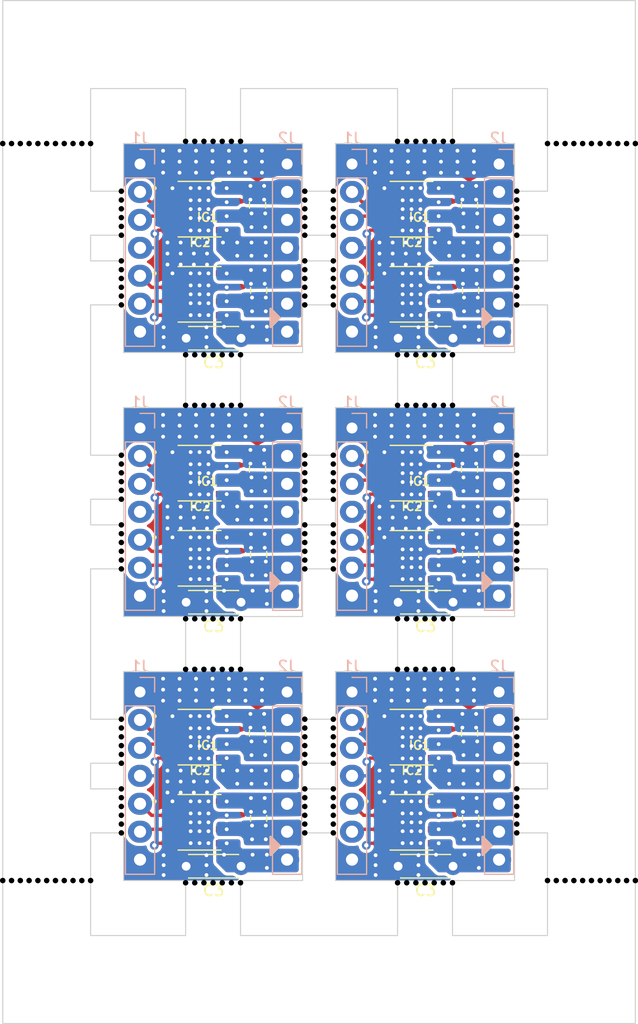
<source format=kicad_pcb>
(kicad_pcb (version 20240108) (generator "pcbnew") (generator_version "8.0")
  (layers (0 "F.Cu" signal) (31 "B.Cu" signal) (34 "B.Paste" user) (35 "F.Paste" user) (36 "B.SilkS" user "B.Silkscreen") (37 "F.SilkS" user "F.Silkscreen") (38 "B.Mask" user) (39 "F.Mask" user) (44 "Edge.Cuts" user))
  (net 0 "")
  (net 1 "Board_0-/IN_A1")
  (net 2 "Board_0-/IN_A2")
  (net 3 "Board_0-/IN_B1")
  (net 4 "Board_0-/IN_B2")
  (net 5 "Board_0-/OUT_A1")
  (net 6 "Board_0-/OUT_A2")
  (net 7 "Board_0-/OUT_B1")
  (net 8 "Board_0-/OUT_B2")
  (net 9 "Board_0-/VM")
  (net 10 "Board_0-/VREF")
  (net 11 "Board_0-GND")
  (net 12 "Board_1-/IN_A1")
  (net 13 "Board_1-/IN_A2")
  (net 14 "Board_1-/IN_B1")
  (net 15 "Board_1-/IN_B2")
  (net 16 "Board_1-/OUT_A1")
  (net 17 "Board_1-/OUT_A2")
  (net 18 "Board_1-/OUT_B1")
  (net 19 "Board_1-/OUT_B2")
  (net 20 "Board_1-/VM")
  (net 21 "Board_1-/VREF")
  (net 22 "Board_1-GND")
  (net 23 "Board_2-/IN_A1")
  (net 24 "Board_2-/IN_A2")
  (net 25 "Board_2-/IN_B1")
  (net 26 "Board_2-/IN_B2")
  (net 27 "Board_2-/OUT_A1")
  (net 28 "Board_2-/OUT_A2")
  (net 29 "Board_2-/OUT_B1")
  (net 30 "Board_2-/OUT_B2")
  (net 31 "Board_2-/VM")
  (net 32 "Board_2-/VREF")
  (net 33 "Board_2-GND")
  (net 34 "Board_3-/IN_A1")
  (net 35 "Board_3-/IN_A2")
  (net 36 "Board_3-/IN_B1")
  (net 37 "Board_3-/IN_B2")
  (net 38 "Board_3-/OUT_A1")
  (net 39 "Board_3-/OUT_A2")
  (net 40 "Board_3-/OUT_B1")
  (net 41 "Board_3-/OUT_B2")
  (net 42 "Board_3-/VM")
  (net 43 "Board_3-/VREF")
  (net 44 "Board_3-GND")
  (net 45 "Board_4-/IN_A1")
  (net 46 "Board_4-/IN_A2")
  (net 47 "Board_4-/IN_B1")
  (net 48 "Board_4-/IN_B2")
  (net 49 "Board_4-/OUT_A1")
  (net 50 "Board_4-/OUT_A2")
  (net 51 "Board_4-/OUT_B1")
  (net 52 "Board_4-/OUT_B2")
  (net 53 "Board_4-/VM")
  (net 54 "Board_4-/VREF")
  (net 55 "Board_4-GND")
  (net 56 "Board_5-/IN_A1")
  (net 57 "Board_5-/IN_A2")
  (net 58 "Board_5-/IN_B1")
  (net 59 "Board_5-/IN_B2")
  (net 60 "Board_5-/OUT_A1")
  (net 61 "Board_5-/OUT_A2")
  (net 62 "Board_5-/OUT_B1")
  (net 63 "Board_5-/OUT_B2")
  (net 64 "Board_5-/VM")
  (net 65 "Board_5-/VREF")
  (net 66 "Board_5-GND")
  (footprint "NPTH" (layer "F.Cu") (at 138.016667 80.8)
    (property "Reference" "KiKit_MB_29_3" (hide yes))
    (property "Value" "NPTH" (hide yes))
  )
  (footprint "NPTH" (layer "F.Cu") (at 149.8 46.866666)
    (property "Reference" "KiKit_MB_8_2" (hide yes))
    (property "Value" "NPTH" (hide yes))
  )
  (footprint "NPTH" (layer "F.Cu") (at 166.5 39.733334)
    (property "Reference" "KiKit_MB_9_4" (hide yes))
    (property "Value" "NPTH" (hide yes))
  )
  (footprint "NPTH" (layer "F.Cu") (at 136.35 76.2)
    (property "Reference" "KiKit_MB_18_7" (hide yes))
    (property "Value" "NPTH" (hide yes))
  )
  (footprint "NPTH" (layer "F.Cu") (at 138.85 32.8)
    (property "Reference" "KiKit_MB_5_4" (hide yes))
    (property "Value" "NPTH" (hide yes))
  )
  (footprint "NPTH" (layer "F.Cu") (at 123.7 100)
    (property "Reference" "KiKit_MB_38_6" (hide yes))
    (property "Value" "NPTH" (hide yes))
  )
  (footprint "NPTH" (layer "F.Cu") (at 174.1 33)
    (property "Reference" "KiKit_MB_39_7" (hide yes))
    (property "Value" "NPTH" (hide yes))
  )
  (footprint "NPTH" (layer "F.Cu") (at 141.35 32.8)
    (property "Reference" "KiKit_MB_5_7" (hide yes))
    (property "Value" "NPTH" (hide yes))
  )
  (footprint "NPTH" (layer "F.Cu") (at 147.2 94.866666)
    (property "Reference" "KiKit_MB_28_5" (hide yes))
    (property "Value" "NPTH" (hide yes))
  )
  (footprint "NPTH" (layer "F.Cu") (at 138.85 56.8)
    (property "Reference" "KiKit_MB_17_4" (hide yes))
    (property "Value" "NPTH" (hide yes))
  )
  (footprint "NPTH" (layer "F.Cu") (at 158.983333 80.8)
    (property "Reference" "KiKit_MB_35_5" (hide yes))
    (property "Value" "NPTH" (hide yes))
  )
  (footprint "NPTH" (layer "F.Cu") (at 139.683333 76.2)
    (property "Reference" "KiKit_MB_18_3" (hide yes))
    (property "Value" "NPTH" (hide yes))
  )
  (footprint "NPTH" (layer "F.Cu") (at 149.8 68.466666)
    (property "Reference" "KiKit_MB_20_5" (hide yes))
    (property "Value" "NPTH" (hide yes))
  )
  (footprint "NPTH" (layer "F.Cu") (at 130.5 92.466666)
    (property "Reference" "KiKit_MB_26_5" (hide yes))
    (property "Value" "NPTH" (hide yes))
  )
  (footprint "NPTH" (layer "F.Cu") (at 119.7 33)
    (property "Reference" "KiKit_MB_37_1" (hide yes))
    (property "Value" "NPTH" (hide yes))
  )
  (footprint "NPTH" (layer "F.Cu") (at 147.2 89.333333)
    (property "Reference" "KiKit_MB_27_6" (hide yes))
    (property "Value" "NPTH" (hide yes))
  )
  (footprint "NPTH" (layer "F.Cu") (at 155.65 32.8)
    (property "Reference" "KiKit_MB_11_1" (hide yes))
    (property "Value" "NPTH" (hide yes))
  )
  (footprint "NPTH" (layer "F.Cu") (at 158.15 32.8)
    (property "Reference" "KiKit_MB_11_4" (hide yes))
    (property "Value" "NPTH" (hide yes))
  )
  (footprint "NPTH" (layer "F.Cu") (at 166.5 68.466666)
    (property "Reference" "KiKit_MB_22_2" (hide yes))
    (property "Value" "NPTH" (hide yes))
  )
  (footprint "NPTH" (layer "F.Cu") (at 155.65 52.2)
    (property "Reference" "KiKit_MB_12_7" (hide yes))
    (property "Value" "NPTH" (hide yes))
  )
  (footprint "NPTH" (layer "F.Cu") (at 159.816666 32.8)
    (property "Reference" "KiKit_MB_11_6" (hide yes))
    (property "Value" "NPTH" (hide yes))
  )
  (footprint "NPTH" (layer "F.Cu") (at 130.5 71.666666)
    (property "Reference" "KiKit_MB_14_1" (hide yes))
    (property "Value" "NPTH" (hide yes))
  )
  (footprint "NPTH" (layer "F.Cu") (at 139.683333 56.8)
    (property "Reference" "KiKit_MB_17_5" (hide yes))
    (property "Value" "NPTH" (hide yes))
  )
  (footprint "Capacitor_SMD:C_0805_2012Metric" (layer "F.Cu") (at 143 94.35 90)
    (property "Reference" "C1" (hide yes))
    (property "Value" "100" (hide yes))
  )
  (footprint "NPTH" (layer "F.Cu") (at 158.15 76.2)
    (property "Reference" "KiKit_MB_24_4" (hide yes))
    (property "Value" "NPTH" (hide yes))
  )
  (footprint "TB67H450FNG_EL:TB67H450FNG_EL" (layer "F.Cu") (at 137.62 94.705)
    (property "Reference" "IC1")
    (property "Value" "Motor_A" (hide yes))
  )
  (footprint "NPTH" (layer "F.Cu") (at 147.2 37.333334)
    (property "Reference" "KiKit_MB_3_1" (hide yes))
    (property "Value" "NPTH" (hide yes))
  )
  (footprint "NPTH" (layer "F.Cu") (at 166.5 93.266666)
    (property "Reference" "KiKit_MB_34_3" (hide yes))
    (property "Value" "NPTH" (hide yes))
  )
  (footprint "NPTH" (layer "F.Cu") (at 169.3 33)
    (property "Reference" "KiKit_MB_39_1" (hide yes))
    (property "Value" "NPTH" (hide yes))
  )
  (footprint "NPTH" (layer "F.Cu") (at 159.816666 56.8)
    (property "Reference" "KiKit_MB_23_6" (hide yes))
    (property "Value" "NPTH" (hide yes))
  )
  (footprint "NPTH" (layer "F.Cu") (at 140.516666 56.8)
    (property "Reference" "KiKit_MB_17_6" (hide yes))
    (property "Value" "NPTH" (hide yes))
  )
  (footprint "NPTH" (layer "F.Cu") (at 130.5 70.866666)
    (property "Reference" "KiKit_MB_14_2" (hide yes))
    (property "Value" "NPTH" (hide yes))
  )
  (footprint "NPTH" (layer "F.Cu") (at 126.1 33)
    (property "Reference" "KiKit_MB_37_9" (hide yes))
    (property "Value" "NPTH" (hide yes))
  )
  (footprint "NPTH" (layer "F.Cu") (at 147.2 40.533334)
    (property "Reference" "KiKit_MB_3_5" (hide yes))
    (property "Value" "NPTH" (hide yes))
  )
  (footprint "NPTH" (layer "F.Cu") (at 119.7 100)
    (property "Reference" "KiKit_MB_38_1" (hide yes))
    (property "Value" "NPTH" (hide yes))
  )
  (footprint "NPTH" (layer "F.Cu") (at 166.5 94.866666)
    (property "Reference" "KiKit_MB_34_5" (hide yes))
    (property "Value" "NPTH" (hide yes))
  )
  (footprint "NPTH" (layer "F.Cu") (at 149.8 43.666666)
    (property "Reference" "KiKit_MB_8_6" (hide yes))
    (property "Value" "NPTH" (hide yes))
  )
  (footprint "NPTH" (layer "F.Cu") (at 130.5 43.666666)
    (property "Reference" "KiKit_MB_2_6" (hide yes))
    (property "Value" "NPTH" (hide yes))
  )
  (footprint "NPTH" (layer "F.Cu") (at 127.7 33)
    (property "Reference" "KiKit_MB_37_11" (hide yes))
    (property "Value" "NPTH" (hide yes))
  )
  (footprint "NPTH" (layer "F.Cu") (at 122.9 100)
    (property "Reference" "KiKit_MB_38_5" (hide yes))
    (property "Value" "NPTH" (hide yes))
  )
  (footprint "NPTH" (layer "F.Cu") (at 160.65 56.8)
    (property "Reference" "KiKit_MB_23_7" (hide yes))
    (property "Value" "NPTH" (hide yes))
  )
  (footprint "NPTH" (layer "F.Cu") (at 130.5 47.666666)
    (property "Reference" "KiKit_MB_2_1" (hide yes))
    (property "Value" "NPTH" (hide yes))
  )
  (footprint "NPTH" (layer "F.Cu") (at 130.5 87.733333)
    (property "Reference" "KiKit_MB_25_3" (hide yes))
    (property "Value" "NPTH" (hide yes))
  )
  (footprint "NPTH" (layer "F.Cu") (at 149.8 38.933334)
    (property "Reference" "KiKit_MB_7_4" (hide yes))
    (property "Value" "NPTH" (hide yes))
  )
  (footprint "NPTH" (layer "F.Cu") (at 140.516666 80.8)
    (property "Reference" "KiKit_MB_29_6" (hide yes))
    (property "Value" "NPTH" (hide yes))
  )
  (footprint "TB67H450FNG_EL:TB67H450FNG_EL" (layer "F.Cu") (at 156.92 38.965)
    (property "Reference" "IC2")
    (property "Value" "Motor_B" (hide yes))
  )
  (footprint "NPTH" (layer "F.Cu") (at 130.5 69.266666)
    (property "Reference" "KiKit_MB_14_4" (hide yes))
    (property "Value" "NPTH" (hide yes))
  )
  (footprint "NPTH" (layer "F.Cu") (at 124.5 33)
    (property "Reference" "KiKit_MB_37_7" (hide yes))
    (property "Value" "NPTH" (hide yes))
  )
  (footprint "NPTH" (layer "F.Cu") (at 147.2 62.933333)
    (property "Reference" "KiKit_MB_15_3" (hide yes))
    (property "Value" "NPTH" (hide yes))
  )
  (footprint "NPTH" (layer "F.Cu") (at 166.5 37.333334)
    (property "Reference" "KiKit_MB_9_1" (hide yes))
    (property "Value" "NPTH" (hide yes))
  )
  (footprint "NPTH" (layer "F.Cu") (at 126.9 33)
    (property "Reference" "KiKit_MB_37_10" (hide yes))
    (property "Value" "NPTH" (hide yes))
  )
  (footprint "NPTH" (layer "F.Cu") (at 147.2 93.266666)
    (property "Reference" "KiKit_MB_28_3" (hide yes))
    (property "Value" "NPTH" (hide yes))
  )
  (footprint "NPTH" (layer "F.Cu") (at 166.5 41.333334)
    (property "Reference" "KiKit_MB_9_6" (hide yes))
    (property "Value" "NPTH" (hide yes))
  )
  (footprint "NPTH" (layer "F.Cu") (at 149.8 39.733334)
    (property "Reference" "KiKit_MB_7_3" (hide yes))
    (property "Value" "NPTH" (hide yes))
  )
  (footprint "NPTH" (layer "F.Cu") (at 137.183334 76.2)
    (property "Reference" "KiKit_MB_18_6" (hide yes))
    (property "Value" "NPTH" (hide yes))
  )
  (footprint "Capacitor_SMD:C_0805_2012Metric" (layer "F.Cu") (at 162.3 94.35 90)
    (property "Reference" "C1" (hide yes))
    (property "Value" "100" (hide yes))
  )
  (footprint "NPTH" (layer "F.Cu") (at 130.5 85.333333)
    (property "Reference" "KiKit_MB_25_6" (hide yes))
    (property "Value" "NPTH" (hide yes))
  )
  (footprint "NPTH" (layer "F.Cu") (at 130.5 45.266666)
    (property "Reference" "KiKit_MB_2_4" (hide yes))
    (property "Value" "NPTH" (hide yes))
  )
  (footprint "NPTH" (layer "F.Cu") (at 140.516666 76.2)
    (property "Reference" "KiKit_MB_18_2" (hide yes))
    (property "Value" "NPTH" (hide yes))
  )
  (footprint "NPTH" (layer "F.Cu") (at 149.8 86.133333)
    (property "Reference" "KiKit_MB_31_5" (hide yes))
    (property "Value" "NPTH" (hide yes))
  )
  (footprint "NPTH" (layer "F.Cu") (at 130.5 95.666666)
    (property "Reference" "KiKit_MB_26_1" (hide yes))
    (property "Value" "NPTH" (hide yes))
  )
  (footprint "NPTH" (layer "F.Cu") (at 170.1 33)
    (property "Reference" "KiKit_MB_39_2" (hide yes))
    (property "Value" "NPTH" (hide yes))
  )
  (footprint "NPTH" (layer "F.Cu") (at 156.483333 56.8)
    (property "Reference" "KiKit_MB_23_2" (hide yes))
    (property "Value" "NPTH" (hide yes))
  )
  (footprint "NPTH" (layer "F.Cu") (at 166.5 85.333333)
    (property "Reference" "KiKit_MB_33_1" (hide yes))
    (property "Value" "NPTH" (hide yes))
  )
  (footprint "NPTH" (layer "F.Cu") (at 147.2 65.333333)
    (property "Reference" "KiKit_MB_15_6" (hide yes))
    (property "Value" "NPTH" (hide yes))
  )
  (footprint "NPTH" (layer "F.Cu") (at 159.816666 76.2)
    (property "Reference" "KiKit_MB_24_2" (hide yes))
    (property "Value" "NPTH" (hide yes))
  )
  (footprint "Capacitor_THT:C_Disc_D4.3mm_W1.9mm_P5.00mm" (layer "F.Cu") (at 160.7 74.7 180)
    (property "Reference" "C3")
    (property "Value" "100")
  )
  (footprint "NPTH" (layer "F.Cu") (at 141.35 52.2)
    (property "Reference" "KiKit_MB_6_1" (hide yes))
    (property "Value" "NPTH" (hide yes))
  )
  (footprint "NPTH" (layer "F.Cu") (at 149.8 45.266666)
    (property "Reference" "KiKit_MB_8_4" (hide yes))
    (property "Value" "NPTH" (hide yes))
  )
  (footprint "NPTH" (layer "F.Cu") (at 147.2 46.066666)
    (property "Reference" "KiKit_MB_4_4" (hide yes))
    (property "Value" "NPTH" (hide yes))
  )
  (footprint "TB67H450FNG_EL:TB67H450FNG_EL" (layer "F.Cu") (at 156.92 86.965)
    (property "Reference" "IC2")
    (property "Value" "Motor_B" (hide yes))
  )
  (footprint "NPTH" (layer "F.Cu") (at 156.483333 80.8)
    (property "Reference" "KiKit_MB_35_2" (hide yes))
    (property "Value" "NPTH" (hide yes))
  )
  (footprint "NPTH" (layer "F.Cu") (at 155.65 56.8)
    (property "Reference" "KiKit_MB_23_1" (hide yes))
    (property "Value" "NPTH" (hide yes))
  )
  (footprint "NPTH" (layer "F.Cu") (at 147.2 44.466666)
    (property "Reference" "KiKit_MB_4_2" (hide yes))
    (property "Value" "NPTH" (hide yes))
  )
  (footprint "NPTH" (layer "F.Cu") (at 149.8 63.733333)
    (property "Reference" "KiKit_MB_19_3" (hide yes))
    (property "Value" "NPTH" (hide yes))
  )
  (footprint "NPTH" (layer "F.Cu") (at 166.5 62.933333)
    (property "Reference" "KiKit_MB_21_3" (hide yes))
    (property "Value" "NPTH" (hide yes))
  )
  (footprint "NPTH" (layer "F.Cu") (at 123.7 33)
    (property "Reference" "KiKit_MB_37_6" (hide yes))
    (property "Value" "NPTH" (hide yes))
  )
  (footprint "TB67H450FNG_EL:TB67H450FNG_EL" (layer "F.Cu") (at 156.92 94.705)
    (property "Reference" "IC1")
    (property "Value" "Motor_A" (hide yes))
  )
  (footprint "NPTH" (layer "F.Cu") (at 155.65 100.2)
    (property "Reference" "KiKit_MB_36_7" (hide yes))
    (property "Value" "NPTH" (hide yes))
  )
  (footprint "NPTH" (layer "F.Cu") (at 138.85 52.2)
    (property "Reference" "KiKit_MB_6_4" (hide yes))
    (property "Value" "NPTH" (hide yes))
  )
  (footprint "NPTH" (layer "F.Cu") (at 158.15 56.8)
    (property "Reference" "KiKit_MB_23_4" (hide yes))
    (property "Value" "NPTH" (hide yes))
  )
  (footprint "NPTH" (layer "F.Cu") (at 130.5 70.066666)
    (property "Reference" "KiKit_MB_14_3" (hide yes))
    (property "Value" "NPTH" (hide yes))
  )
  (footprint "NPTH" (layer "F.Cu") (at 147.2 41.333334)
    (property "Reference" "KiKit_MB_3_6" (hide yes))
    (property "Value" "NPTH" (hide yes))
  )
  (footprint "NPTH" (layer "F.Cu") (at 149.8 41.333334)
    (property "Reference" "KiKit_MB_7_1" (hide yes))
    (property "Value" "NPTH" (hide yes))
  )
  (footprint "NPTH" (layer "F.Cu") (at 136.35 100.2)
    (property "Reference" "KiKit_MB_30_7" (hide yes))
    (property "Value" "NPTH" (hide yes))
  )
  (footprint "NPTH" (layer "F.Cu") (at 158.983333 32.8)
    (property "Reference" "KiKit_MB_11_5" (hide yes))
    (property "Value" "NPTH" (hide yes))
  )
  (footprint "NPTH" (layer "F.Cu") (at 122.9 33)
    (property "Reference" "KiKit_MB_37_5" (hide yes))
    (property "Value" "NPTH" (hide yes))
  )
  (footprint "NPTH" (layer "F.Cu") (at 149.8 62.933333)
    (property "Reference" "KiKit_MB_19_4" (hide yes))
    (property "Value" "NPTH" (hide yes))
  )
  (footprint "NPTH" (layer "F.Cu") (at 140.516666 100.2)
    (property "Reference" "KiKit_MB_30_2" (hide yes))
    (property "Value" "NPTH" (hide yes))
  )
  (footprint "NPTH" (layer "F.Cu") (at 170.9 33)
    (property "Reference" "KiKit_MB_39_3" (hide yes))
    (property "Value" "NPTH" (hide yes))
  )
  (footprint "NPTH" (layer "F.Cu") (at 166.5 86.933333)
    (property "Reference" "KiKit_MB_33_3" (hide yes))
    (property "Value" "NPTH" (hide yes))
  )
  (footprint "NPTH" (layer "F.Cu") (at 149.8 94.066666)
    (property "Reference" "KiKit_MB_32_3" (hide yes))
    (property "Value" "NPTH" (hide yes))
  )
  (footprint "NPTH" (layer "F.Cu") (at 147.2 67.666666)
    (property "Reference" "KiKit_MB_16_1" (hide yes))
    (property "Value" "NPTH" (hide yes))
  )
  (footprint "NPTH" (layer "F.Cu") (at 140.516666 52.2)
    (property "Reference" "KiKit_MB_6_2" (hide yes))
    (property "Value" "NPTH" (hide yes))
  )
  (footprint "NPTH" (layer "F.Cu") (at 176.5 33)
    (property "Reference" "KiKit_MB_39_10" (hide yes))
    (property "Value" "NPTH" (hide yes))
  )
  (footprint "NPTH" (layer "F.Cu") (at 166.5 40.533334)
    (property "Reference" "KiKit_MB_9_5" (hide yes))
    (property "Value" "NPTH" (hide yes))
  )
  (footprint "NPTH" (layer "F.Cu") (at 122.1 100)
    (property "Reference" "KiKit_MB_38_4" (hide yes))
    (property "Value" "NPTH" (hide yes))
  )
  (footprint "NPTH" (layer "F.Cu") (at 166.5 87.733333)
    (property "Reference" "KiKit_MB_33_4" (hide yes))
    (property "Value" "NPTH" (hide yes))
  )
  (footprint "NPTH" (layer "F.Cu") (at 156.483333 52.2)
    (property "Reference" "KiKit_MB_12_6" (hide yes))
    (property "Value" "NPTH" (hide yes))
  )
  (footprint "NPTH" (layer "F.Cu") (at 157.316666 56.8)
    (property "Reference" "KiKit_MB_23_3" (hide yes))
    (property "Value" "NPTH" (hide yes))
  )
  (footprint "NPTH" (layer "F.Cu") (at 166.5 46.866666)
    (property "Reference" "KiKit_MB_10_5" (hide yes))
    (property "Value" "NPTH" (hide yes))
  )
  (footprint "NPTH" (layer "F.Cu") (at 130.5 67.666666)
    (property "Reference" "KiKit_MB_14_6" (hide yes))
    (property "Value" "NPTH" (hide yes))
  )
  (footprint "NPTH" (layer "F.Cu") (at 166.5 43.666666)
    (property "Reference" "KiKit_MB_10_1" (hide yes))
    (property "Value" "NPTH" (hide yes))
  )
  (footprint "NPTH" (layer "F.Cu") (at 125.3 100)
    (property "Reference" "KiKit_MB_38_8" (hide yes))
    (property "Value" "NPTH" (hide yes))
  )
  (footprint "NPTH" (layer "F.Cu") (at 147.2 68.466666)
    (property "Reference" "KiKit_MB_16_2" (hide yes))
    (property "Value" "NPTH" (hide yes))
  )
  (footprint "NPTH" (layer "F.Cu") (at 175.7 33)
    (property "Reference" "KiKit_MB_39_9" (hide yes))
    (property "Value" "NPTH" (hide yes))
  )
  (footprint "NPTH" (layer "F.Cu") (at 130.5 89.333333)
    (property "Reference" "KiKit_MB_25_1" (hide yes))
    (property "Value" "NPTH" (hide yes))
  )
  (footprint "NPTH" (layer "F.Cu") (at 158.983333 56.8)
    (property "Reference" "KiKit_MB_23_5" (hide yes))
    (property "Value" "NPTH" (hide yes))
  )
  (footprint "NPTH" (layer "F.Cu") (at 147.2 46.866666)
    (property "Reference" "KiKit_MB_4_5" (hide yes))
    (property "Value" "NPTH" (hide yes))
  )
  (footprint "NPTH" (layer "F.Cu") (at 147.2 92.466666)
    (property "Reference" "KiKit_MB_28_2" (hide yes))
    (property "Value" "NPTH" (hide yes))
  )
  (footprint "NPTH" (layer "F.Cu") (at 171.7 100)
    (property "Reference" "KiKit_MB_40_4" (hide yes))
    (property "Value" "NPTH" (hide yes))
  )
  (footprint "NPTH" (layer "F.Cu") (at 149.8 70.066666)
    (property "Reference" "KiKit_MB_20_3" (hide yes))
    (property "Value" "NPTH" (hide yes))
  )
  (footprint "NPTH" (layer "F.Cu") (at 166.5 38.133334)
    (property "Reference" "KiKit_MB_9_2" (hide yes))
    (property "Value" "NPTH" (hide yes))
  )
  (footprint "NPTH" (layer "F.Cu") (at 166.5 91.666666)
    (property "Reference" "KiKit_MB_34_1" (hide yes))
    (property "Value" "NPTH" (hide yes))
  )
  (footprint "NPTH" (layer "F.Cu") (at 160.65 52.2)
    (property "Reference" "KiKit_MB_12_1" (hide yes))
    (property "Value" "NPTH" (hide yes))
  )
  (footprint "NPTH" (layer "F.Cu") (at 149.8 40.533334)
    (property "Reference" "KiKit_MB_7_2" (hide yes))
    (property "Value" "NPTH" (hide yes))
  )
  (footprint "NPTH" (layer "F.Cu") (at 174.1 100)
    (property "Reference" "KiKit_MB_40_7" (hide yes))
    (property "Value" "NPTH" (hide yes))
  )
  (footprint "Capacitor_SMD:C_0805_2012Metric" (layer "F.Cu") (at 162.2 62.6 90)
    (property "Reference" "C2" (hide yes))
    (property "Value" "100" (hide yes))
  )
  (footprint "NPTH" (layer "F.Cu") (at 149.8 88.533333)
    (property "Reference" "KiKit_MB_31_2" (hide yes))
    (property "Value" "NPTH" (hide yes))
  )
  (footprint "NPTH" (layer "F.Cu") (at 166.5 94.066666)
    (property "Reference" "KiKit_MB_34_4" (hide yes))
    (property "Value" "NPTH" (hide yes))
  )
  (footprint "NPTH" (layer "F.Cu") (at 147.2 63.733333)
    (property "Reference" "KiKit_MB_15_4" (hide yes))
    (property "Value" "NPTH" (hide yes))
  )
  (footprint "NPTH" (layer "F.Cu") (at 149.8 71.666666)
    (property "Reference" "KiKit_MB_20_1" (hide yes))
    (property "Value" "NPTH" (hide yes))
  )
  (footprint "NPTH" (layer "F.Cu") (at 136.35 32.8)
    (property "Reference" "KiKit_MB_5_1" (hide yes))
    (property "Value" "NPTH" (hide yes))
  )
  (footprint "NPTH" (layer "F.Cu") (at 147.2 43.666666)
    (property "Reference" "KiKit_MB_4_1" (hide yes))
    (property "Value" "NPTH" (hide yes))
  )
  (footprint "NPTH" (layer "F.Cu") (at 149.8 61.333333)
    (property "Reference" "KiKit_MB_19_6" (hide yes))
    (property "Value" "NPTH" (hide yes))
  )
  (footprint "NPTH" (layer "F.Cu") (at 166.5 92.466666)
    (property "Reference" "KiKit_MB_34_2" (hide yes))
    (property "Value" "NPTH" (hide yes))
  )
  (footprint "NPTH" (layer "F.Cu") (at 130.5 39.733334)
    (property "Reference" "KiKit_MB_1_3" (hide yes))
    (property "Value" "NPTH" (hide yes))
  )
  (footprint "NPTH" (layer "F.Cu") (at 147.2 70.066666)
    (property "Reference" "KiKit_MB_16_4" (hide yes))
    (property "Value" "NPTH" (hide yes))
  )
  (footprint "NPTH" (layer "F.Cu") (at 166.5 61.333333)
    (property "Reference" "KiKit_MB_21_1" (hide yes))
    (property "Value" "NPTH" (hide yes))
  )
  (footprint "NPTH" (layer "F.Cu") (at 175.7 100)
    (property "Reference" "KiKit_MB_40_9" (hide yes))
    (property "Value" "NPTH" (hide yes))
  )
  (footprint "TB67H450FNG_EL:TB67H450FNG_EL" (layer "F.Cu") (at 137.62 46.705)
    (property "Reference" "IC1")
    (property "Value" "Motor_A" (hide yes))
  )
  (footprint "NPTH" (layer "F.Cu") (at 130.5 44.466666)
    (property "Reference" "KiKit_MB_2_5" (hide yes))
    (property "Value" "NPTH" (hide yes))
  )
  (footprint "NPTH" (layer "F.Cu") (at 166.5 65.333333)
    (property "Reference" "KiKit_MB_21_6" (hide yes))
    (property "Value" "NPTH" (hide yes))
  )
  (footprint "NPTH" (layer "F.Cu") (at 147.2 61.333333)
    (property "Reference" "KiKit_MB_15_1" (hide yes))
    (property "Value" "NPTH" (hide yes))
  )
  (footprint "TB67H450FNG_EL:TB67H450FNG_EL" (layer "F.Cu") (at 156.92 70.705)
    (property "Reference" "IC1")
    (property "Value" "Motor_A" (hide yes))
  )
  (footprint "NPTH" (layer "F.Cu") (at 126.1 100)
    (property "Reference" "KiKit_MB_38_9" (hide yes))
    (property "Value" "NPTH" (hide yes))
  )
  (footprint "NPTH" (layer "F.Cu") (at 171.7 33)
    (property "Reference" "KiKit_MB_39_4" (hide yes))
    (property "Value" "NPTH" (hide yes))
  )
  (footprint "NPTH" (layer "F.Cu") (at 130.5 46.066666)
    (property "Reference" "KiKit_MB_2_3" (hide yes))
    (property "Value" "NPTH" (hide yes))
  )
  (footprint "NPTH" (layer "F.Cu") (at 138.016667 32.8)
    (property "Reference" "KiKit_MB_5_3" (hide yes))
    (property "Value" "NPTH" (hide yes))
  )
  (footprint "NPTH" (layer "F.Cu") (at 166.5 45.266666)
    (property "Reference" "KiKit_MB_10_3" (hide yes))
    (property "Value" "NPTH" (hide yes))
  )
  (footprint "NPTH" (layer "F.Cu") (at 120.5 33)
    (property "Reference" "KiKit_MB_37_2" (hide yes))
    (property "Value" "NPTH" (hide yes))
  )
  (footprint "TB67H450FNG_EL:TB67H450FNG_EL" (layer "F.Cu") (at 137.62 38.965)
    (property "Reference" "IC2")
    (property "Value" "Motor_B" (hide yes))
  )
  (footprint "NPTH" (layer "F.Cu") (at 125.3 33)
    (property "Reference" "KiKit_MB_37_8" (hide yes))
    (property "Value" "NPTH" (hide yes))
  )
  (footprint "NPTH" (layer "F.Cu") (at 156.483333 100.2)
    (property "Reference" "KiKit_MB_36_6" (hide yes))
    (property "Value" "NPTH" (hide yes))
  )
  (footprint "NPTH" (layer "F.Cu") (at 166.5 46.066666)
    (property "Reference" "KiKit_MB_10_4" (hide yes))
    (property "Value" "NPTH" (hide yes))
  )
  (footprint "NPTH" (layer "F.Cu") (at 166.5 67.666666)
    (property "Reference" "KiKit_MB_22_1" (hide yes))
    (property "Value" "NPTH" (hide yes))
  )
  (footprint "NPTH" (layer "F.Cu") (at 160.65 100.2)
    (property "Reference" "KiKit_MB_36_1" (hide yes))
    (property "Value" "NPTH" (hide yes))
  )
  (footprint "NPTH" (layer "F.Cu") (at 138.016667 76.2)
    (property "Reference" "KiKit_MB_18_5" (hide yes))
    (property "Value" "NPTH" (hide yes))
  )
  (footprint "NPTH" (layer "F.Cu") (at 130.5 41.333334)
    (property "Reference" "KiKit_MB_1_1" (hide yes))
    (property "Value" "NPTH" (hide yes))
  )
  (footprint "TB67H450FNG_EL:TB67H450FNG_EL" (layer "F.Cu") (at 137.62 86.965)
    (property "Reference" "IC2")
    (property "Value" "Motor_B" (hide yes))
  )
  (footprint "NPTH" (layer "F.Cu") (at 138.85 80.8)
    (property "Reference" "KiKit_MB_29_4" (hide yes))
    (property "Value" "NPTH" (hide yes))
  )
  (footprint "NPTH" (layer "F.Cu") (at 130.5 68.466666)
    (property "Reference" "KiKit_MB_14_5" (hide yes))
    (property "Value" "NPTH" (hide yes))
  )
  (footprint "Capacitor_THT:C_Disc_D4.3mm_W1.9mm_P5.00mm" (layer "F.Cu") (at 141.4 98.7 180)
    (property "Reference" "C3")
    (property "Value" "100")
  )
  (footprint "Capacitor_SMD:C_0805_2012Metric" (layer "F.Cu") (at 162.3 70.35 90)
    (property "Reference" "C1" (hide yes))
    (property "Value" "100" (hide yes))
  )
  (footprint "NPTH" (layer "F.Cu") (at 166.5 70.066666)
    (property "Reference" "KiKit_MB_22_4" (hide yes))
    (property "Value" "NPTH" (hide yes))
  )
  (footprint "NPTH" (layer "F.Cu") (at 141.35 80.8)
    (property "Reference" "KiKit_MB_29_7" (hide yes))
    (property "Value" "NPTH" (hide yes))
  )
  (footprint "NPTH" (layer "F.Cu") (at 126.9 100)
    (property "Reference" "KiKit_MB_38_10" (hide yes))
    (property "Value" "NPTH" (hide yes))
  )
  (footprint "NPTH" (layer "F.Cu") (at 166.5 89.333333)
    (property "Reference" "KiKit_MB_33_6" (hide yes))
    (property "Value" "NPTH" (hide yes))
  )
  (footprint "NPTH" (layer "F.Cu") (at 149.8 85.333333)
    (property "Reference" "KiKit_MB_31_6" (hide yes))
    (property "Value" "NPTH" (hide yes))
  )
  (footprint "NPTH" (layer "F.Cu") (at 147.2 45.266666)
    (property "Reference" "KiKit_MB_4_3" (hide yes))
    (property "Value" "NPTH" (hide yes))
  )
  (footprint "NPTH" (layer "F.Cu") (at 130.5 64.533333)
    (property "Reference" "KiKit_MB_13_2" (hide yes))
    (property "Value" "NPTH" (hide yes))
  )
  (footprint "NPTH" (layer "F.Cu") (at 130.5 37.333334)
    (property "Reference" "KiKit_MB_1_6" (hide yes))
    (property "Value" "NPTH" (hide yes))
  )
  (footprint "NPTH" (layer "F.Cu") (at 127.7 100)
    (property "Reference" "KiKit_MB_38_11" (hide yes))
    (property "Value" "NPTH" (hide yes))
  )
  (footprint "NPTH" (layer "F.Cu") (at 149.8 86.933333)
    (property "Reference" "KiKit_MB_31_4" (hide yes))
    (property "Value" "NPTH" (hide yes))
  )
  (footprint "NPTH" (layer "F.Cu") (at 166.5 64.533333)
    (property "Reference" "KiKit_MB_21_5" (hide yes))
    (property "Value" "NPTH" (hide yes))
  )
  (footprint "NPTH" (layer "F.Cu") (at 139.683333 52.2)
    (property "Reference" "KiKit_MB_6_3" (hide yes))
    (property "Value" "NPTH" (hide yes))
  )
  (footprint "NPTH" (layer "F.Cu") (at 137.183334 32.8)
    (property "Reference" "KiKit_MB_5_2" (hide yes))
    (property "Value" "NPTH" (hide yes))
  )
  (footprint "NPTH" (layer "F.Cu") (at 158.983333 100.2)
    (property "Reference" "KiKit_MB_36_3" (hide yes))
    (property "Value" "NPTH" (hide yes))
  )
  (footprint "NPTH" (layer "F.Cu") (at 130.5 86.133333)
    (property "Reference" "KiKit_MB_25_5" (hide yes))
    (property "Value" "NPTH" (hide yes))
  )
  (footprint "NPTH" (layer "F.Cu") (at 157.316666 32.8)
    (property "Reference" "KiKit_MB_11_3" (hide yes))
    (property "Value" "NPTH" (hide yes))
  )
  (footprint "NPTH" (layer "F.Cu") (at 138.016667 56.8)
    (property "Reference" "KiKit_MB_17_3" (hide yes))
    (property "Value" "NPTH" (hide yes))
  )
  (footprint "NPTH" (layer "F.Cu") (at 149.8 70.866666)
    (property "Reference" "KiKit_MB_20_2" (hide yes))
    (property "Value" "NPTH" (hide yes))
  )
  (footprint "NPTH" (layer "F.Cu") (at 149.8 37.333334)
    (property "Reference" "KiKit_MB_7_6" (hide yes))
    (property "Value" "NPTH" (hide yes))
  )
  (footprint "NPTH" (layer "F.Cu") (at 139.683333 32.8)
    (property "Reference" "KiKit_MB_5_5" (hide yes))
    (property "Value" "NPTH" (hide yes))
  )
  (footprint "Capacitor_THT:C_Disc_D4.3mm_W1.9mm_P5.00mm" (layer "F.Cu") (at 141.4 74.7 180)
    (property "Reference" "C3")
    (property "Value" "100")
  )
  (footprint "NPTH" (layer "F.Cu") (at 149.8 46.066666)
    (property "Reference" "KiKit_MB_8_3" (hide yes))
    (property "Value" "NPTH" (hide yes))
  )
  (footprint "NPTH" (layer "F.Cu") (at 177.3 100)
    (property "Reference" "KiKit_MB_40_11" (hide yes))
    (property "Value" "NPTH" (hide yes))
  )
  (footprint "NPTH" (layer "F.Cu") (at 138.016667 52.2)
    (property "Reference" "KiKit_MB_6_5" (hide yes))
    (property "Value" "NPTH" (hide yes))
  )
  (footprint "NPTH" (layer "F.Cu") (at 130.5 93.266666)
    (property "Reference" "KiKit_MB_26_4" (hide yes))
    (property "Value" "NPTH" (hide yes))
  )
  (footprint "NPTH" (layer "F.Cu") (at 159.816666 80.8)
    (property "Reference" "KiKit_MB_35_6" (hide yes))
    (property "Value" "NPTH" (hide yes))
  )
  (footprint "Capacitor_SMD:C_0805_2012Metric" (layer "F.Cu") (at 143 70.35 90)
    (property "Reference" "C1" (hide yes))
    (property "Value" "100" (hide yes))
  )
  (footprint "NPTH" (layer "F.Cu") (at 147.2 64.533333)
    (property "Reference" "KiKit_MB_15_5" (hide yes))
    (property "Value" "NPTH" (hide yes))
  )
  (footprint "NPTH" (layer "F.Cu") (at 147.2 47.666666)
    (property "Reference" "KiKit_MB_4_6" (hide yes))
    (property "Value" "NPTH" (hide yes))
  )
  (footprint "NPTH" (layer "F.Cu") (at 130.5 94.066666)
    (property "Reference" "KiKit_MB_26_3" (hide yes))
    (property "Value" "NPTH" (hide yes))
  )
  (footprint "NPTH" (layer "F.Cu") (at 149.8 92.466666)
    (property "Reference" "KiKit_MB_32_5" (hide yes))
    (property "Value" "NPTH" (hide yes))
  )
  (footprint "NPTH" (layer "F.Cu") (at 158.983333 52.2)
    (property "Reference" "KiKit_MB_12_3" (hide yes))
    (property "Value" "NPTH" (hide yes))
  )
  (footprint "TB67H450FNG_EL:TB67H450FNG_EL" (layer "F.Cu") (at 156.92 46.705)
    (property "Reference" "IC1")
    (property "Value" "Motor_A" (hide yes))
  )
  (footprint "NPTH" (layer "F.Cu") (at 147.2 38.933334)
    (property "Reference" "KiKit_MB_3_3" (hide yes))
    (property "Value" "NPTH" (hide yes))
  )
  (footprint "TB67H450FNG_EL:TB67H450FNG_EL" (layer "F.Cu") (at 156.92 62.965)
    (property "Reference" "IC2")
    (property "Value" "Motor_B" (hide yes))
  )
  (footprint "NPTH" (layer "F.Cu") (at 169.3 100)
    (property "Reference" "KiKit_MB_40_1" (hide yes))
    (property "Value" "NPTH" (hide yes))
  )
  (footprint "NPTH" (layer "F.Cu") (at 166.5 70.866666)
    (property "Reference" "KiKit_MB_22_5" (hide yes))
    (property "Value" "NPTH" (hide yes))
  )
  (footprint "Capacitor_SMD:C_0805_2012Metric" (layer "F.Cu") (at 142.9 86.6 90)
    (property "Reference" "C2" (hide yes))
    (property "Value" "100" (hide yes))
  )
  (footprint "NPTH" (layer "F.Cu") (at 159.816666 52.2)
    (property "Reference" "KiKit_MB_12_2" (hide yes))
    (property "Value" "NPTH" (hide yes))
  )
  (footprint "NPTH" (layer "F.Cu") (at 155.65 80.8)
    (property "Reference" "KiKit_MB_35_1" (hide yes))
    (property "Value" "NPTH" (hide yes))
  )
  (footprint "TB67H450FNG_EL:TB67H450FNG_EL" (layer "F.Cu") (at 137.62 70.705)
    (property "Reference" "IC1")
    (property "Value" "Motor_A" (hide yes))
  )
  (footprint "Capacitor_THT:C_Disc_D4.3mm_W1.9mm_P5.00mm" (layer "F.Cu") (at 141.4 50.7 180)
    (property "Reference" "C3")
    (property "Value" "100")
  )
  (footprint "NPTH" (layer "F.Cu") (at 147.2 94.066666)
    (property "Reference" "KiKit_MB_28_4" (hide yes))
    (property "Value" "NPTH" (hide yes))
  )
  (footprint "NPTH" (layer "F.Cu") (at 120.5 100)
    (property "Reference" "KiKit_MB_38_2" (hide yes))
    (property "Value" "NPTH" (hide yes))
  )
  (footprint "NPTH" (layer "F.Cu") (at 136.35 56.8)
    (property "Reference" "KiKit_MB_17_1" (hide yes))
    (property "Value" "NPTH" (hide yes))
  )
  (footprint "NPTH" (layer "F.Cu") (at 160.65 76.2)
    (property "Reference" "KiKit_MB_24_1" (hide yes))
    (property "Value" "NPTH" (hide yes))
  )
  (footprint "NPTH" (layer "F.Cu") (at 149.8 47.666666)
    (property "Reference" "KiKit_MB_8_1" (hide yes))
    (property "Value" "NPTH" (hide yes))
  )
  (footprint "NPTH" (layer "F.Cu") (at 130.5 62.133333)
    (property "Reference" "KiKit_MB_13_5" (hide yes))
    (property "Value" "NPTH" (hide yes))
  )
  (footprint "NPTH" (layer "F.Cu") (at 166.5 47.666666)
    (property "Reference" "KiKit_MB_10_6" (hide yes))
    (property "Value" "NPTH" (hide yes))
  )
  (footprint "Capacitor_SMD:C_0805_2012Metric" (layer "F.Cu") (at 142.9 38.6 90)
    (property "Reference" "C2" (hide yes))
    (property "Value" "100" (hide yes))
  )
  (footprint "NPTH" (layer "F.Cu") (at 149.8 67.666666)
    (property "Reference" "KiKit_MB_20_6" (hide yes))
    (property "Value" "NPTH" (hide yes))
  )
  (footprint "NPTH" (layer "F.Cu") (at 130.5 61.333333)
    (property "Reference" "KiKit_MB_13_6" (hide yes))
    (property "Value" "NPTH" (hide yes))
  )
  (footprint "NPTH" (layer "F.Cu") (at 138.016667 100.2)
    (property "Reference" "KiKit_MB_30_5" (hide yes))
    (property "Value" "NPTH" (hide yes))
  )
  (footprint "NPTH" (layer "F.Cu") (at 130.5 88.533333)
    (property "Reference" "KiKit_MB_25_2" (hide yes))
    (property "Value" "NPTH" (hide yes))
  )
  (footprint "NPTH" (layer "F.Cu") (at 155.65 76.2)
    (property "Reference" "KiKit_MB_24_7" (hide yes))
    (property "Value" "NPTH" (hide yes))
  )
  (footprint "Capacitor_THT:C_Disc_D4.3mm_W1.9mm_P5.00mm" (layer "F.Cu") (at 160.7 50.7 180)
    (property "Reference" "C3")
    (property "Value" "100")
  )
  (footprint "NPTH" (layer "F.Cu") (at 147.2 69.266666)
    (property "Reference" "KiKit_MB_16_3" (hide yes))
    (property "Value" "NPTH" (hide yes))
  )
  (footprint "NPTH" (layer "F.Cu") (at 177.3 33)
    (property "Reference" "KiKit_MB_39_11" (hide yes))
    (property "Value" "NPTH" (hide yes))
  )
  (footprint "NPTH" (layer "F.Cu") (at 157.316666 76.2)
    (property "Reference" "KiKit_MB_24_5" (hide yes))
    (property "Value" "NPTH" (hide yes))
  )
  (footprint "NPTH" (layer "F.Cu") (at 166.5 44.466666)
    (property "Reference" "KiKit_MB_10_2" (hide yes))
    (property "Value" "NPTH" (hide yes))
  )
  (footprint "NPTH" (layer "F.Cu") (at 141.35 56.8)
    (property "Reference" "KiKit_MB_17_7" (hide yes))
    (property "Value" "NPTH" (hide yes))
  )
  (footprint "NPTH" (layer "F.Cu") (at 130.5 38.133334)
    (property "Reference" "KiKit_MB_1_5" (hide yes))
    (property "Value" "NPTH" (hide yes))
  )
  (footprint "NPTH" (layer "F.Cu") (at 157.316666 52.2)
    (property "Reference" "KiKit_MB_12_5" (hide yes))
    (property "Value" "NPTH" (hide yes))
  )
  (footprint "NPTH" (layer "F.Cu") (at 121.3 100)
    (property "Reference" "KiKit_MB_38_3" (hide yes))
    (property "Value" "NPTH" (hide yes))
  )
  (footprint "Capacitor_THT:C_Disc_D4.3mm_W1.9mm_P5.00mm" (layer "F.Cu") (at 160.7 98.7 180)
    (property "Reference" "C3")
    (property "Value" "100")
  )
  (footprint "Capacitor_SMD:C_0805_2012Metric" (layer "F.Cu") (at 162.2 38.6 90)
    (property "Reference" "C2" (hide yes))
    (property "Value" "100" (hide yes))
  )
  (footprint "NPTH" (layer "F.Cu") (at 149.8 62.133333)
    (property "Reference" "KiKit_MB_19_5" (hide yes))
    (property "Value" "NPTH" (hide yes))
  )
  (footprint "NPTH" (layer "F.Cu") (at 147.2 85.333333)
    (property "Reference" "KiKit_MB_27_1" (hide yes))
    (property "Value" "NPTH" (hide yes))
  )
  (footprint "NPTH" (layer "F.Cu") (at 149.8 95.666666)
    (property "Reference" "KiKit_MB_32_1" (hide yes))
    (property "Value" "NPTH" (hide yes))
  )
  (footprint "NPTH" (layer "F.Cu") (at 166.5 62.133333)
    (property "Reference" "KiKit_MB_21_2" (hide yes))
    (property "Value" "NPTH" (hide yes))
  )
  (footprint "NPTH" (layer "F.Cu") (at 173.3 100)
    (property "Reference" "KiKit_MB_40_6" (hide yes))
    (property "Value" "NPTH" (hide yes))
  )
  (footprint "NPTH" (layer "F.Cu") (at 141.35 76.2)
    (property "Reference" "KiKit_MB_18_1" (hide yes))
    (property "Value" "NPTH" (hide yes))
  )
  (footprint "NPTH" (layer "F.Cu") (at 149.8 93.266666)
    (property "Reference" "KiKit_MB_32_4" (hide yes))
    (property "Value" "NPTH" (hide yes))
  )
  (footprint "NPTH" (layer "F.Cu") (at 166.5 86.133333)
    (property "Reference" "KiKit_MB_33_2" (hide yes))
    (property "Value" "NPTH" (hide yes))
  )
  (footprint "NPTH" (layer "F.Cu") (at 130.5 94.866666)
    (property "Reference" "KiKit_MB_26_2" (hide yes))
    (property "Value" "NPTH" (hide yes))
  )
  (footprint "NPTH" (layer "F.Cu") (at 147.2 62.133333)
    (property "Reference" "KiKit_MB_15_2" (hide yes))
    (property "Value" "NPTH" (hide yes))
  )
  (footprint "NPTH" (layer "F.Cu") (at 158.15 80.8)
    (property "Reference" "KiKit_MB_35_4" (hide yes))
    (property "Value" "NPTH" (hide yes))
  )
  (footprint "NPTH" (layer "F.Cu") (at 130.5 86.933333)
    (property "Reference" "KiKit_MB_25_4" (hide yes))
    (property "Value" "NPTH" (hide yes))
  )
  (footprint "NPTH" (layer "F.Cu") (at 149.8 89.333333)
    (property "Reference" "KiKit_MB_31_1" (hide yes))
    (property "Value" "NPTH" (hide yes))
  )
  (footprint "NPTH" (layer "F.Cu") (at 156.483333 76.2)
    (property "Reference" "KiKit_MB_24_6" (hide yes))
    (property "Value" "NPTH" (hide yes))
  )
  (footprint "NPTH" (layer "F.Cu") (at 160.65 32.8)
    (property "Reference" "KiKit_MB_11_7" (hide yes))
    (property "Value" "NPTH" (hide yes))
  )
  (footprint "NPTH" (layer "F.Cu") (at 149.8 69.266666)
    (property "Reference" "KiKit_MB_20_4" (hide yes))
    (property "Value" "NPTH" (hide yes))
  )
  (footprint "NPTH" (layer "F.Cu") (at 139.683333 100.2)
    (property "Reference" "KiKit_MB_30_3" (hide yes))
    (property "Value" "NPTH" (hide yes))
  )
  (footprint "NPTH" (layer "F.Cu") (at 137.183334 80.8)
    (property "Reference" "KiKit_MB_29_2" (hide yes))
    (property "Value" "NPTH" (hide yes))
  )
  (footprint "NPTH" (layer "F.Cu") (at 130.5 62.933333)
    (property "Reference" "KiKit_MB_13_4" (hide yes))
    (property "Value" "NPTH" (hide yes))
  )
  (footprint "NPTH" (layer "F.Cu") (at 166.5 95.666666)
    (property "Reference" "KiKit_MB_34_6" (hide yes))
    (property "Value" "NPTH" (hide yes))
  )
  (footprint "NPTH" (layer "F.Cu") (at 147.2 88.533333)
    (property "Reference" "KiKit_MB_27_5" (hide yes))
    (property "Value" "NPTH" (hide yes))
  )
  (footprint "NPTH" (layer "F.Cu") (at 157.316666 100.2)
    (property "Reference" "KiKit_MB_36_5" (hide yes))
    (property "Value" "NPTH" (hide yes))
  )
  (footprint "NPTH" (layer "F.Cu") (at 130.5 38.933334)
    (property "Reference" "KiKit_MB_1_4" (hide yes))
    (property "Value" "NPTH" (hide yes))
  )
  (footprint "Capacitor_SMD:C_0805_2012Metric" (layer "F.Cu") (at 162.3 46.35 90)
    (property "Reference" "C1" (hide yes))
    (property "Value" "100" (hide yes))
  )
  (footprint "NPTH" (layer "F.Cu") (at 149.8 94.866666)
    (property "Reference" "KiKit_MB_32_2" (hide yes))
    (property "Value" "NPTH" (hide yes))
  )
  (footprint "NPTH" (layer "F.Cu") (at 158.15 100.2)
    (property "Reference" "KiKit_MB_36_4" (hide yes))
    (property "Value" "NPTH" (hide yes))
  )
  (footprint "NPTH" (layer "F.Cu") (at 172.5 100)
    (property "Reference" "KiKit_MB_40_5" (hide yes))
    (property "Value" "NPTH" (hide yes))
  )
  (footprint "NPTH" (layer "F.Cu") (at 130.5 40.533334)
    (property "Reference" "KiKit_MB_1_2" (hide yes))
    (property "Value" "NPTH" (hide yes))
  )
  (footprint "NPTH" (layer "F.Cu") (at 174.9 33)
    (property "Reference" "KiKit_MB_39_8" (hide yes))
    (property "Value" "NPTH" (hide yes))
  )
  (footprint "NPTH" (layer "F.Cu") (at 149.8 64.533333)
    (property "Reference" "KiKit_MB_19_2" (hide yes))
    (property "Value" "NPTH" (hide yes))
  )
  (footprint "NPTH" (layer "F.Cu") (at 147.2 95.666666)
    (property "Reference" "KiKit_MB_28_6" (hide yes))
    (property "Value" "NPTH" (hide yes))
  )
  (footprint "NPTH" (layer "F.Cu") (at 147.2 39.733334)
    (property "Reference" "KiKit_MB_3_4" (hide yes))
    (property "Value" "NPTH" (hide yes))
  )
  (footprint "NPTH" (layer "F.Cu") (at 139.683333 80.8)
    (property "Reference" "KiKit_MB_29_5" (hide yes))
    (property "Value" "NPTH" (hide yes))
  )
  (footprint "NPTH" (layer "F.Cu") (at 121.3 33)
    (property "Reference" "KiKit_MB_37_3" (hide yes))
    (property "Value" "NPTH" (hide yes))
  )
  (footprint "NPTH" (layer "F.Cu") (at 141.35 100.2)
    (property "Reference" "KiKit_MB_30_1" (hide yes))
    (property "Value" "NPTH" (hide yes))
  )
  (footprint "Capacitor_SMD:C_0805_2012Metric" (layer "F.Cu") (at 142.9 62.6 90)
    (property "Reference" "C2" (hide yes))
    (property "Value" "100" (hide yes))
  )
  (footprint "NPTH" (layer "F.Cu") (at 158.15 52.2)
    (property "Reference" "KiKit_MB_12_4" (hide yes))
    (property "Value" "NPTH" (hide yes))
  )
  (footprint "NPTH" (layer "F.Cu") (at 124.5 100)
    (property "Reference" "KiKit_MB_38_7" (hide yes))
    (property "Value" "NPTH" (hide yes))
  )
  (footprint "TB67H450FNG_EL:TB67H450FNG_EL" (layer "F.Cu") (at 137.62 62.965)
    (property "Reference" "IC2")
    (property "Value" "Motor_B" (hide yes))
  )
  (footprint "NPTH" (layer "F.Cu") (at 149.8 65.333333)
    (property "Reference" "KiKit_MB_19_1" (hide yes))
    (property "Value" "NPTH" (hide yes))
  )
  (footprint "NPTH" (layer "F.Cu") (at 149.8 87.733333)
    (property "Reference" "KiKit_MB_31_3" (hide yes))
    (property "Value" "NPTH" (hide yes))
  )
  (footprint "NPTH" (layer "F.Cu") (at 149.8 38.133334)
    (property "Reference" "KiKit_MB_7_5" (hide yes))
    (property "Value" "NPTH" (hide yes))
  )
  (footprint "NPTH" (layer "F.Cu") (at 136.35 80.8)
    (property "Reference" "KiKit_MB_29_1" (hide yes))
    (property "Value" "NPTH" (hide yes))
  )
  (footprint "NPTH" (layer "F.Cu") (at 147.2 70.866666)
    (property "Reference" "KiKit_MB_16_5" (hide yes))
    (property "Value" "NPTH" (hide yes))
  )
  (footprint "NPTH" (layer "F.Cu") (at 130.5 91.666666)
    (property "Reference" "KiKit_MB_26_6" (hide yes))
    (property "Value" "NPTH" (hide yes))
  )
  (footprint "NPTH" (layer "F.Cu") (at 174.9 100)
    (property "Reference" "KiKit_MB_40_8" (hide yes))
    (property "Value" "NPTH" (hide yes))
  )
  (footprint "NPTH" (layer "F.Cu") (at 140.516666 32.8)
    (property "Reference" "KiKit_MB_5_6" (hide yes))
    (property "Value" "NPTH" (hide yes))
  )
  (footprint "NPTH" (layer "F.Cu") (at 136.35 52.2)
    (property "Reference" "KiKit_MB_6_7" (hide yes))
    (property "Value" "NPTH" (hide yes))
  )
  (footprint "NPTH" (layer "F.Cu") (at 166.5 88.533333)
    (property "Reference" "KiKit_MB_33_5" (hide yes))
    (property "Value" "NPTH" (hide yes))
  )
  (footprint "NPTH" (layer "F.Cu") (at 137.183334 100.2)
    (property "Reference" "KiKit_MB_30_6" (hide yes))
    (property "Value" "NPTH" (hide yes))
  )
  (footprint "NPTH" (layer "F.Cu") (at 156.483333 32.8)
    (property "Reference" "KiKit_MB_11_2" (hide yes))
    (property "Value" "NPTH" (hide yes))
  )
  (footprint "NPTH" (layer "F.Cu") (at 158.983333 76.2)
    (property "Reference" "KiKit_MB_24_3" (hide yes))
    (property "Value" "NPTH" (hide yes))
  )
  (footprint "NPTH" (layer "F.Cu") (at 137.183334 52.2)
    (property "Reference" "KiKit_MB_6_6" (hide yes))
    (property "Value" "NPTH" (hide yes))
  )
  (footprint "NPTH" (layer "F.Cu") (at 160.65 80.8)
    (property "Reference" "KiKit_MB_35_7" (hide yes))
    (property "Value" "NPTH" (hide yes))
  )
  (footprint "NPTH" (layer "F.Cu") (at 130.5 65.333333)
    (property "Reference" "KiKit_MB_13_1" (hide yes))
    (property "Value" "NPTH" (hide yes))
  )
  (footprint "NPTH" (layer "F.Cu") (at 147.2 38.133334)
    (property "Reference" "KiKit_MB_3_2" (hide yes))
    (property "Value" "NPTH" (hide yes))
  )
  (footprint "Capacitor_SMD:C_0805_2012Metric" (layer "F.Cu") (at 162.2 86.6 90)
    (property "Reference" "C2" (hide yes))
    (property "Value" "100" (hide yes))
  )
  (footprint "NPTH" (layer "F.Cu") (at 149.8 91.666666)
    (property "Reference" "KiKit_MB_32_6" (hide yes))
    (property "Value" "NPTH" (hide yes))
  )
  (footprint "NPTH" (layer "F.Cu") (at 170.1 100)
    (property "Reference" "KiKit_MB_40_2" (hide yes))
    (property "Value" "NPTH" (hide yes))
  )
  (footprint "NPTH" (layer "F.Cu") (at 166.5 38.933334)
    (property "Reference" "KiKit_MB_9_3" (hide yes))
    (property "Value" "NPTH" (hide yes))
  )
  (footprint "NPTH" (layer "F.Cu") (at 170.9 100)
    (property "Reference" "KiKit_MB_40_3" (hide yes))
    (property "Value" "NPTH" (hide yes))
  )
  (footprint "NPTH" (layer "F.Cu") (at 130.5 63.733333)
    (property "Reference" "KiKit_MB_13_3" (hide yes))
    (property "Value" "NPTH" (hide yes))
  )
  (footprint "NPTH" (layer "F.Cu") (at 147.2 71.666666)
    (property "Reference" "KiKit_MB_16_6" (hide yes))
    (property "Value" "NPTH" (hide yes))
  )
  (footprint "Capacitor_SMD:C_0805_2012Metric" (layer "F.Cu") (at 143 46.35 90)
    (property "Reference" "C1" (hide yes))
    (property "Value" "100" (hide yes))
  )
  (footprint "NPTH" (layer "F.Cu") (at 130.5 46.866666)
    (property "Reference" "KiKit_MB_2_2" (hide yes))
    (property "Value" "NPTH" (hide yes))
  )
  (footprint "NPTH" (layer "F.Cu") (at 147.2 86.133333)
    (property "Reference" "KiKit_MB_27_2" (hide yes))
    (property "Value" "NPTH" (hide yes))
  )
  (footprint "NPTH" (layer "F.Cu") (at 122.1 33)
    (property "Reference" "KiKit_MB_37_4" (hide yes))
    (property "Value" "NPTH" (hide yes))
  )
  (footprint "NPTH" (layer "F.Cu") (at 176.5 100)
    (property "Reference" "KiKit_MB_40_10" (hide yes))
    (property "Value" "NPTH" (hide yes))
  )
  (footprint "NPTH" (layer "F.Cu") (at 137.183334 56.8)
    (property "Reference" "KiKit_MB_17_2" (hide yes))
    (property "Value" "NPTH" (hide yes))
  )
  (footprint "NPTH" (layer "F.Cu") (at 147.2 91.666666)
    (property "Reference" "KiKit_MB_28_1" (hide yes))
    (property "Value" "NPTH" (hide yes))
  )
  (footprint "NPTH" (layer "F.Cu") (at 147.2 86.933333)
    (property "Reference" "KiKit_MB_27_3" (hide yes))
    (property "Value" "NPTH" (hide yes))
  )
  (footprint "NPTH" (layer "F.Cu") (at 166.5 69.266666)
    (property "Reference" "KiKit_MB_22_3" (hide yes))
    (property "Value" "NPTH" (hide yes))
  )
  (footprint "NPTH" (layer "F.Cu") (at 147.2 87.733333)
    (property "Reference" "KiKit_MB_27_4" (hide yes))
    (property "Value" "NPTH" (hide yes))
  )
  (footprint "NPTH" (layer "F.Cu") (at 149.8 44.466666)
    (property "Reference" "KiKit_MB_8_5" (hide yes))
    (property "Value" "NPTH" (hide yes))
  )
  (footprint "NPTH" (layer "F.Cu") (at 166.5 71.666666)
    (property "Reference" "KiKit_MB_22_6" (hide yes))
    (property "Value" "NPTH" (hide yes))
  )
  (footprint "NPTH" (layer "F.Cu") (at 172.5 33)
    (property "Reference" "KiKit_MB_39_5" (hide yes))
    (property "Value" "NPTH" (hide yes))
  )
  (footprint "NPTH" (layer "F.Cu") (at 138.85 100.2)
    (property "Reference" "KiKit_MB_30_4" (hide yes))
    (property "Value" "NPTH" (hide yes))
  )
  (footprint "NPTH" (layer "F.Cu") (at 166.5 63.733333)
    (property "Reference" "KiKit_MB_21_4" (hide yes))
    (property "Value" "NPTH" (hide yes))
  )
  (footprint "NPTH" (layer "F.Cu") (at 173.3 33)
    (property "Reference" "KiKit_MB_39_6" (hide yes))
    (property "Value" "NPTH" (hide yes))
  )
  (footprint "NPTH" (layer "F.Cu") (at 157.316666 80.8)
    (property "Reference" "KiKit_MB_35_3" (hide yes))
    (property "Value" "NPTH" (hide yes))
  )
  (footprint "NPTH" (layer "F.Cu") (at 159.816666 100.2)
    (property "Reference" "KiKit_MB_36_2" (hide yes))
    (property "Value" "NPTH" (hide yes))
  )
  (footprint "NPTH" (layer "F.Cu") (at 138.85 76.2)
    (property "Reference" "KiKit_MB_18_4" (hide yes))
    (property "Value" "NPTH" (hide yes))
  )
  (footprint "Connector_PinHeader_2.54mm:PinHeader_1x07_P2.54mm_Vertical" (layer "B.Cu") (at 164.89 82.86 180)
    (property "Reference" "J2")
    (property "Value" "Conn_01x07_Pin" (hide yes))
  )
  (footprint "Connector_PinHeader_2.54mm:PinHeader_1x07_P2.54mm_Vertical" (layer "B.Cu") (at 145.59 82.86 180)
    (property "Reference" "J2")
    (property "Value" "Conn_01x07_Pin" (hide yes))
  )
  (footprint "Connector_PinHeader_2.54mm:PinHeader_1x07_P2.54mm_Vertical" (layer "B.Cu") (at 145.59 58.86 180)
    (property "Reference" "J2")
    (property "Value" "Conn_01x07_Pin" (hide yes))
  )
  (footprint "Connector_PinHeader_2.54mm:PinHeader_1x07_P2.54mm_Vertical" (layer "B.Cu") (at 151.5 58.86 180)
    (property "Reference" "J1")
    (property "Value" "Conn_01x07_Pin" (hide yes))
  )
  (footprint "Connector_PinHeader_2.54mm:PinHeader_1x07_P2.54mm_Vertical" (layer "B.Cu") (at 164.89 34.86 180)
    (property "Reference" "J2")
    (property "Value" "Conn_01x07_Pin" (hide yes))
  )
  (footprint "Connector_PinHeader_2.54mm:PinHeader_1x07_P2.54mm_Vertical" (layer "B.Cu") (at 145.59 34.86 180)
    (property "Reference" "J2")
    (property "Value" "Conn_01x07_Pin" (hide yes))
  )
  (footprint "Connector_PinHeader_2.54mm:PinHeader_1x07_P2.54mm_Vertical" (layer "B.Cu") (at 132.2 82.86 180)
    (property "Reference" "J1")
    (property "Value" "Conn_01x07_Pin" (hide yes))
  )
  (footprint "Connector_PinHeader_2.54mm:PinHeader_1x07_P2.54mm_Vertical" (layer "B.Cu") (at 164.89 58.86 180)
    (property "Reference" "J2")
    (property "Value" "Conn_01x07_Pin" (hide yes))
  )
  (footprint "Connector_PinHeader_2.54mm:PinHeader_1x07_P2.54mm_Vertical" (layer "B.Cu") (at 151.5 82.86 180)
    (property "Reference" "J1")
    (property "Value" "Conn_01x07_Pin" (hide yes))
  )
  (footprint "Connector_PinHeader_2.54mm:PinHeader_1x07_P2.54mm_Vertical" (layer "B.Cu") (at 132.2 34.86 180)
    (property "Reference" "J1")
    (property "Value" "Conn_01x07_Pin" (hide yes))
  )
  (footprint "Connector_PinHeader_2.54mm:PinHeader_1x07_P2.54mm_Vertical" (layer "B.Cu") (at 151.5 34.86 180)
    (property "Reference" "J1")
    (property "Value" "Conn_01x07_Pin" (hide yes))
  )
  (footprint "Connector_PinHeader_2.54mm:PinHeader_1x07_P2.54mm_Vertical" (layer "B.Cu") (at 132.2 58.86 180)
    (property "Reference" "J1")
    (property "Value" "Conn_01x07_Pin" (hide yes))
  )
  (gr_poly (pts (xy 144.075 96.025) (xy 144.075 97.675) (xy 144.9 96.85)) (stroke (width 0.2)) (fill solid) (layer "B.SilkS"))
  (gr_poly (pts (xy 163.375 96.025) (xy 163.375 97.675) (xy 164.2 96.85)) (stroke (width 0.2)) (fill solid) (layer "B.SilkS"))
  (gr_poly (pts (xy 163.375 72.025) (xy 163.375 73.675) (xy 164.2 72.85)) (stroke (width 0.2)) (fill solid) (layer "B.SilkS"))
  (gr_poly (pts (xy 163.375 48.025) (xy 163.375 49.675) (xy 164.2 48.85)) (stroke (width 0.2)) (fill solid) (layer "B.SilkS"))
  (gr_poly (pts (xy 144.075 72.025) (xy 144.075 73.675) (xy 144.9 72.85)) (stroke (width 0.2)) (fill solid) (layer "B.SilkS"))
  (gr_poly (pts (xy 144.075 48.025) (xy 144.075 49.675) (xy 144.9 48.85)) (stroke (width 0.2)) (fill solid) (layer "B.SilkS"))
  (gr_poly (pts (xy 144.1 96.025) (xy 144.1 97.675) (xy 144.925 96.85)) (stroke (width 0.2)) (fill solid) (layer "F.SilkS"))
  (gr_poly (pts (xy 144.1 72.025) (xy 144.1 73.675) (xy 144.925 72.85)) (stroke (width 0.2)) (fill solid) (layer "F.SilkS"))
  (gr_poly (pts (xy 163.4 48.025) (xy 163.4 49.675) (xy 164.225 48.85)) (stroke (width 0.2)) (fill solid) (layer "F.SilkS"))
  (gr_poly (pts (xy 163.4 96.025) (xy 163.4 97.675) (xy 164.225 96.85)) (stroke (width 0.2)) (fill solid) (layer "F.SilkS"))
  (gr_poly (pts (xy 144.1 48.025) (xy 144.1 49.675) (xy 144.925 48.85)) (stroke (width 0.2)) (fill solid) (layer "F.SilkS"))
  (gr_poly (pts (xy 163.4 72.025) (xy 163.4 73.675) (xy 164.225 72.85)) (stroke (width 0.2)) (fill solid) (layer "F.SilkS"))
  (gr_line (start 147 76) (end 147 71.666666) (stroke (width 0.1)) (layer "Edge.Cuts"))
  (gr_line (start 148.499 43.666666) (end 147 43.666666) (stroke (width 0.1)) (layer "Edge.Cuts"))
  (gr_line (start 147 57) (end 141.35 57) (stroke (width 0.1)) (layer "Edge.Cuts"))
  (gr_line (start 136.35 81) (end 130.7 81) (stroke (width 0.1)) (layer "Edge.Cuts"))
  (gr_line (start 169.3 95.666666) (end 169.3 105) (stroke (width 0.1)) (layer "Edge.Cuts"))
  (gr_line (start 130.7 95.666666) (end 130.7 100) (stroke (width 0.1)) (layer "Edge.Cuts"))
  (gr_line (start 119.7 113) (end 177.3 113) (stroke (width 0.1)) (layer "Edge.Cuts"))
  (gr_line (start 148.501 37.333333) (end 148.499 37.333333) (stroke (width 0.1)) (layer "Edge.Cuts"))
  (gr_line (start 147 95.666666) (end 148.499 95.666666) (stroke (width 0.1)) (layer "Edge.Cuts"))
  (gr_line (start 136.35 28) (end 136.35 33) (stroke (width 0.1)) (layer "Edge.Cuts"))
  (gr_line (start 150 33) (end 150 37.333333) (stroke (width 0.1)) (layer "Edge.Cuts"))
  (gr_line (start 148.499 37.333333) (end 147 37.333333) (stroke (width 0.1)) (layer "Edge.Cuts"))
  (gr_line (start 160.65 105) (end 160.65 100) (stroke (width 0.1)) (layer "Edge.Cuts"))
  (gr_line (start 147 41.333333) (end 148.499 41.333333) (stroke (width 0.1)) (layer "Edge.Cuts"))
  (gr_line (start 177.3 113) (end 177.3 20) (stroke (width 0.1)) (layer "Edge.Cuts"))
  (gr_line (start 130.7 67.666666) (end 127.7 67.666666) (stroke (width 0.1)) (layer "Edge.Cuts"))
  (gr_line (start 141.35 105) (end 141.35 100) (stroke (width 0.1)) (layer "Edge.Cuts"))
  (gr_line (start 169.3 105) (end 160.65 105) (stroke (width 0.1)) (layer "Edge.Cuts"))
  (gr_line (start 160.65 57) (end 160.65 54.501) (stroke (width 0.1)) (layer "Edge.Cuts"))
  (gr_line (start 136.35 76) (end 136.35 78.499) (stroke (width 0.1)) (layer "Edge.Cuts"))
  (gr_line (start 136.35 78.499) (end 136.35 78.501) (stroke (width 0.1)) (layer "Edge.Cuts"))
  (gr_line (start 141.35 78.501) (end 141.35 78.499) (stroke (width 0.1)) (layer "Edge.Cuts"))
  (gr_line (start 148.499 71.666666) (end 148.501 71.666666) (stroke (width 0.1)) (layer "Edge.Cuts"))
  (gr_line (start 130.7 100) (end 136.35 100) (stroke (width 0.1)) (layer "Edge.Cuts"))
  (gr_line (start 150 91.666666) (end 148.501 91.666666) (stroke (width 0.1)) (layer "Edge.Cuts"))
  (gr_line (start 166.3 61.333333) (end 166.3 57) (stroke (width 0.1)) (layer "Edge.Cuts"))
  (gr_line (start 169.3 28) (end 169.3 37.333333) (stroke (width 0.1)) (layer "Edge.Cuts"))
  (gr_line (start 150 67.666666) (end 148.501 67.666666) (stroke (width 0.1)) (layer "Edge.Cuts"))
  (gr_line (start 130.7 65.333333) (end 130.7 67.666666) (stroke (width 0.1)) (layer "Edge.Cuts"))
  (gr_line (start 148.501 71.666666) (end 150 71.666666) (stroke (width 0.1)) (layer "Edge.Cuts"))
  (gr_line (start 166.3 95.666666) (end 169.3 95.666666) (stroke (width 0.1)) (layer "Edge.Cuts"))
  (gr_line (start 150 61.333333) (end 148.501 61.333333) (stroke (width 0.1)) (layer "Edge.Cuts"))
  (gr_line (start 119.7 20) (end 119.7 113) (stroke (width 0.1)) (layer "Edge.Cuts"))
  (gr_line (start 155.65 81) (end 150 81) (stroke (width 0.1)) (layer "Edge.Cuts"))
  (gr_line (start 155.65 76) (end 155.65 78.499) (stroke (width 0.1)) (layer "Edge.Cuts"))
  (gr_line (start 150 71.666666) (end 150 76) (stroke (width 0.1)) (layer "Edge.Cuts"))
  (gr_line (start 148.499 91.666666) (end 147 91.666666) (stroke (width 0.1)) (layer "Edge.Cuts"))
  (gr_line (start 141.35 33) (end 141.35 28) (stroke (width 0.1)) (layer "Edge.Cuts"))
  (gr_line (start 150 52) (end 155.65 52) (stroke (width 0.1)) (layer "Edge.Cuts"))
  (gr_line (start 148.499 61.333333) (end 147 61.333333) (stroke (width 0.1)) (layer "Edge.Cuts"))
  (gr_line (start 141.35 52) (end 147 52) (stroke (width 0.1)) (layer "Edge.Cuts"))
  (gr_line (start 166.3 91.666666) (end 166.3 89.333333) (stroke (width 0.1)) (layer "Edge.Cuts"))
  (gr_line (start 150 47.666666) (end 150 52) (stroke (width 0.1)) (layer "Edge.Cuts"))
  (gr_line (start 136.35 78.501) (end 136.35 81) (stroke (width 0.1)) (layer "Edge.Cuts"))
  (gr_line (start 127.7 28) (end 136.35 28) (stroke (width 0.1)) (layer "Edge.Cuts"))
  (gr_line (start 136.35 52) (end 136.35 54.499) (stroke (width 0.1)) (layer "Edge.Cuts"))
  (gr_line (start 150 57) (end 150 61.333333) (stroke (width 0.1)) (layer "Edge.Cuts"))
  (gr_line (start 141.35 81) (end 141.35 78.501) (stroke (width 0.1)) (layer "Edge.Cuts"))
  (gr_line (start 130.7 37.333333) (end 127.7 37.333333) (stroke (width 0.1)) (layer "Edge.Cuts"))
  (gr_line (start 148.501 47.666666) (end 150 47.666666) (stroke (width 0.1)) (layer "Edge.Cuts"))
  (gr_line (start 148.501 65.333333) (end 150 65.333333) (stroke (width 0.1)) (layer "Edge.Cuts"))
  (gr_line (start 136.35 54.499) (end 136.35 54.501) (stroke (width 0.1)) (layer "Edge.Cuts"))
  (gr_line (start 147 91.666666) (end 147 89.333333) (stroke (width 0.1)) (layer "Edge.Cuts"))
  (gr_line (start 166.3 43.666666) (end 166.3 41.333333) (stroke (width 0.1)) (layer "Edge.Cuts"))
  (gr_line (start 169.3 43.666666) (end 166.3 43.666666) (stroke (width 0.1)) (layer "Edge.Cuts"))
  (gr_line (start 150 76) (end 155.65 76) (stroke (width 0.1)) (layer "Edge.Cuts"))
  (gr_line (start 169.3 37.333333) (end 166.3 37.333333) (stroke (width 0.1)) (layer "Edge.Cuts"))
  (gr_line (start 147 67.666666) (end 147 65.333333) (stroke (width 0.1)) (layer "Edge.Cuts"))
  (gr_line (start 141.35 100) (end 147 100) (stroke (width 0.1)) (layer "Edge.Cuts"))
  (gr_line (start 166.3 52) (end 166.3 47.666666) (stroke (width 0.1)) (layer "Edge.Cuts"))
  (gr_line (start 148.501 91.666666) (end 148.499 91.666666) (stroke (width 0.1)) (layer "Edge.Cuts"))
  (gr_line (start 155.65 105) (end 141.35 105) (stroke (width 0.1)) (layer "Edge.Cuts"))
  (gr_line (start 160.65 33) (end 160.65 28) (stroke (width 0.1)) (layer "Edge.Cuts"))
  (gr_line (start 130.7 47.666666) (end 130.7 52) (stroke (width 0.1)) (layer "Edge.Cuts"))
  (gr_line (start 148.499 95.666666) (end 148.501 95.666666) (stroke (width 0.1)) (layer "Edge.Cuts"))
  (gr_line (start 150 89.333333) (end 150 91.666666) (stroke (width 0.1)) (layer "Edge.Cuts"))
  (gr_line (start 166.3 81) (end 160.65 81) (stroke (width 0.1)) (layer "Edge.Cuts"))
  (gr_line (start 169.3 41.333333) (end 169.3 43.666666) (stroke (width 0.1)) (layer "Edge.Cuts"))
  (gr_line (start 127.7 37.333333) (end 127.7 28) (stroke (width 0.1)) (layer "Edge.Cuts"))
  (gr_line (start 148.501 67.666666) (end 148.499 67.666666) (stroke (width 0.1)) (layer "Edge.Cuts"))
  (gr_line (start 136.35 54.501) (end 136.35 57) (stroke (width 0.1)) (layer "Edge.Cuts"))
  (gr_line (start 141.35 57) (end 141.35 54.501) (stroke (width 0.1)) (layer "Edge.Cuts"))
  (gr_line (start 150 41.333333) (end 150 43.666666) (stroke (width 0.1)) (layer "Edge.Cuts"))
  (gr_line (start 166.3 100) (end 166.3 95.666666) (stroke (width 0.1)) (layer "Edge.Cuts"))
  (gr_line (start 150 43.666666) (end 148.501 43.666666) (stroke (width 0.1)) (layer "Edge.Cuts"))
  (gr_line (start 160.65 54.499) (end 160.65 52) (stroke (width 0.1)) (layer "Edge.Cuts"))
  (gr_line (start 130.7 57) (end 130.7 61.333333) (stroke (width 0.1)) (layer "Edge.Cuts"))
  (gr_line (start 148.499 67.666666) (end 147 67.666666) (stroke (width 0.1)) (layer "Edge.Cuts"))
  (gr_line (start 130.7 76) (end 136.35 76) (stroke (width 0.1)) (layer "Edge.Cuts"))
  (gr_line (start 130.7 91.666666) (end 127.7 91.666666) (stroke (width 0.1)) (layer "Edge.Cuts"))
  (gr_line (start 147 37.333333) (end 147 33) (stroke (width 0.1)) (layer "Edge.Cuts"))
  (gr_line (start 127.7 89.333333) (end 130.7 89.333333) (stroke (width 0.1)) (layer "Edge.Cuts"))
  (gr_line (start 155.65 54.499) (end 155.65 54.501) (stroke (width 0.1)) (layer "Edge.Cuts"))
  (gr_line (start 147 33) (end 141.35 33) (stroke (width 0.1)) (layer "Edge.Cuts"))
  (gr_line (start 141.35 54.499) (end 141.35 52) (stroke (width 0.1)) (layer "Edge.Cuts"))
  (gr_line (start 150 100) (end 155.65 100) (stroke (width 0.1)) (layer "Edge.Cuts"))
  (gr_line (start 141.35 54.501) (end 141.35 54.499) (stroke (width 0.1)) (layer "Edge.Cuts"))
  (gr_line (start 127.7 105) (end 127.7 95.666666) (stroke (width 0.1)) (layer "Edge.Cuts"))
  (gr_line (start 160.65 100) (end 166.3 100) (stroke (width 0.1)) (layer "Edge.Cuts"))
  (gr_line (start 141.35 78.499) (end 141.35 76) (stroke (width 0.1)) (layer "Edge.Cuts"))
  (gr_line (start 148.501 89.333333) (end 150 89.333333) (stroke (width 0.1)) (layer "Edge.Cuts"))
  (gr_line (start 160.65 54.501) (end 160.65 54.499) (stroke (width 0.1)) (layer "Edge.Cuts"))
  (gr_line (start 166.3 33) (end 160.65 33) (stroke (width 0.1)) (layer "Edge.Cuts"))
  (gr_line (start 166.3 71.666666) (end 169.3 71.666666) (stroke (width 0.1)) (layer "Edge.Cuts"))
  (gr_line (start 136.35 100) (end 136.35 105) (stroke (width 0.1)) (layer "Edge.Cuts"))
  (gr_line (start 141.35 76) (end 147 76) (stroke (width 0.1)) (layer "Edge.Cuts"))
  (gr_line (start 169.3 61.333333) (end 166.3 61.333333) (stroke (width 0.1)) (layer "Edge.Cuts"))
  (gr_line (start 166.3 65.333333) (end 169.3 65.333333) (stroke (width 0.1)) (layer "Edge.Cuts"))
  (gr_line (start 160.65 78.501) (end 160.65 78.499) (stroke (width 0.1)) (layer "Edge.Cuts"))
  (gr_line (start 169.3 65.333333) (end 169.3 67.666666) (stroke (width 0.1)) (layer "Edge.Cuts"))
  (gr_line (start 148.501 41.333333) (end 150 41.333333) (stroke (width 0.1)) (layer "Edge.Cuts"))
  (gr_line (start 130.7 33) (end 130.7 37.333333) (stroke (width 0.1)) (layer "Edge.Cuts"))
  (gr_line (start 155.65 54.501) (end 155.65 57) (stroke (width 0.1)) (layer "Edge.Cuts"))
  (gr_line (start 127.7 67.666666) (end 127.7 65.333333) (stroke (width 0.1)) (layer "Edge.Cuts"))
  (gr_line (start 148.501 61.333333) (end 148.499 61.333333) (stroke (width 0.1)) (layer "Edge.Cuts"))
  (gr_line (start 148.499 41.333333) (end 148.501 41.333333) (stroke (width 0.1)) (layer "Edge.Cuts"))
  (gr_line (start 136.35 57) (end 130.7 57) (stroke (width 0.1)) (layer "Edge.Cuts"))
  (gr_line (start 166.3 37.333333) (end 166.3 33) (stroke (width 0.1)) (layer "Edge.Cuts"))
  (gr_line (start 147 43.666666) (end 147 41.333333) (stroke (width 0.1)) (layer "Edge.Cuts"))
  (gr_line (start 169.3 91.666666) (end 166.3 91.666666) (stroke (width 0.1)) (layer "Edge.Cuts"))
  (gr_line (start 148.499 89.333333) (end 148.501 89.333333) (stroke (width 0.1)) (layer "Edge.Cuts"))
  (gr_line (start 147 81) (end 141.35 81) (stroke (width 0.1)) (layer "Edge.Cuts"))
  (gr_line (start 155.65 52) (end 155.65 54.499) (stroke (width 0.1)) (layer "Edge.Cuts"))
  (gr_line (start 136.35 33) (end 130.7 33) (stroke (width 0.1)) (layer "Edge.Cuts"))
  (gr_line (start 130.7 89.333333) (end 130.7 91.666666) (stroke (width 0.1)) (layer "Edge.Cuts"))
  (gr_line (start 148.499 65.333333) (end 148.501 65.333333) (stroke (width 0.1)) (layer "Edge.Cuts"))
  (gr_line (start 166.3 89.333333) (end 169.3 89.333333) (stroke (width 0.1)) (layer "Edge.Cuts"))
  (gr_line (start 127.7 95.666666) (end 130.7 95.666666) (stroke (width 0.1)) (layer "Edge.Cuts"))
  (gr_line (start 148.501 43.666666) (end 148.499 43.666666) (stroke (width 0.1)) (layer "Edge.Cuts"))
  (gr_line (start 127.7 43.666666) (end 127.7 41.333333) (stroke (width 0.1)) (layer "Edge.Cuts"))
  (gr_line (start 160.65 76) (end 166.3 76) (stroke (width 0.1)) (layer "Edge.Cuts"))
  (gr_line (start 141.35 28) (end 155.65 28) (stroke (width 0.1)) (layer "Edge.Cuts"))
  (gr_line (start 155.65 100) (end 155.65 105) (stroke (width 0.1)) (layer "Edge.Cuts"))
  (gr_line (start 169.3 71.666666) (end 169.3 85.333333) (stroke (width 0.1)) (layer "Edge.Cuts"))
  (gr_line (start 166.3 85.333333) (end 166.3 81) (stroke (width 0.1)) (layer "Edge.Cuts"))
  (gr_line (start 130.7 43.666666) (end 127.7 43.666666) (stroke (width 0.1)) (layer "Edge.Cuts"))
  (gr_line (start 169.3 47.666666) (end 169.3 61.333333) (stroke (width 0.1)) (layer "Edge.Cuts"))
  (gr_line (start 148.499 47.666666) (end 148.501 47.666666) (stroke (width 0.1)) (layer "Edge.Cuts"))
  (gr_line (start 130.7 61.333333) (end 127.7 61.333333) (stroke (width 0.1)) (layer "Edge.Cuts"))
  (gr_line (start 169.3 85.333333) (end 166.3 85.333333) (stroke (width 0.1)) (layer "Edge.Cuts"))
  (gr_line (start 177.3 20) (end 119.7 20) (stroke (width 0.1)) (layer "Edge.Cuts"))
  (gr_line (start 166.3 47.666666) (end 169.3 47.666666) (stroke (width 0.1)) (layer "Edge.Cuts"))
  (gr_line (start 127.7 71.666666) (end 130.7 71.666666) (stroke (width 0.1)) (layer "Edge.Cuts"))
  (gr_line (start 130.7 81) (end 130.7 85.333333) (stroke (width 0.1)) (layer "Edge.Cuts"))
  (gr_line (start 127.7 65.333333) (end 130.7 65.333333) (stroke (width 0.1)) (layer "Edge.Cuts"))
  (gr_line (start 147 100) (end 147 95.666666) (stroke (width 0.1)) (layer "Edge.Cuts"))
  (gr_line (start 155.65 28) (end 155.65 33) (stroke (width 0.1)) (layer "Edge.Cuts"))
  (gr_line (start 147 52) (end 147 47.666666) (stroke (width 0.1)) (layer "Edge.Cuts"))
  (gr_line (start 150 37.333333) (end 148.501 37.333333) (stroke (width 0.1)) (layer "Edge.Cuts"))
  (gr_line (start 160.65 52) (end 166.3 52) (stroke (width 0.1)) (layer "Edge.Cuts"))
  (gr_line (start 160.65 78.499) (end 160.65 76) (stroke (width 0.1)) (layer "Edge.Cuts"))
  (gr_line (start 147 89.333333) (end 148.499 89.333333) (stroke (width 0.1)) (layer "Edge.Cuts"))
  (gr_line (start 148.501 95.666666) (end 150 95.666666) (stroke (width 0.1)) (layer "Edge.Cuts"))
  (gr_line (start 155.65 57) (end 150 57) (stroke (width 0.1)) (layer "Edge.Cuts"))
  (gr_line (start 166.3 67.666666) (end 166.3 65.333333) (stroke (width 0.1)) (layer "Edge.Cuts"))
  (gr_line (start 136.35 105) (end 127.7 105) (stroke (width 0.1)) (layer "Edge.Cuts"))
  (gr_line (start 147 85.333333) (end 147 81) (stroke (width 0.1)) (layer "Edge.Cuts"))
  (gr_line (start 148.499 85.333333) (end 147 85.333333) (stroke (width 0.1)) (layer "Edge.Cuts"))
  (gr_line (start 150 65.333333) (end 150 67.666666) (stroke (width 0.1)) (layer "Edge.Cuts"))
  (gr_line (start 150 85.333333) (end 148.501 85.333333) (stroke (width 0.1)) (layer "Edge.Cuts"))
  (gr_line (start 147 65.333333) (end 148.499 65.333333) (stroke (width 0.1)) (layer "Edge.Cuts"))
  (gr_line (start 127.7 47.666666) (end 130.7 47.666666) (stroke (width 0.1)) (layer "Edge.Cuts"))
  (gr_line (start 166.3 57) (end 160.65 57) (stroke (width 0.1)) (layer "Edge.Cuts"))
  (gr_line (start 130.7 71.666666) (end 130.7 76) (stroke (width 0.1)) (layer "Edge.Cuts"))
  (gr_line (start 160.65 28) (end 169.3 28) (stroke (width 0.1)) (layer "Edge.Cuts"))
  (gr_line (start 150 95.666666) (end 150 100) (stroke (width 0.1)) (layer "Edge.Cuts"))
  (gr_line (start 127.7 61.333333) (end 127.7 47.666666) (stroke (width 0.1)) (layer "Edge.Cuts"))
  (gr_line (start 155.65 78.499) (end 155.65 78.501) (stroke (width 0.1)) (layer "Edge.Cuts"))
  (gr_line (start 155.65 33) (end 150 33) (stroke (width 0.1)) (layer "Edge.Cuts"))
  (gr_line (start 130.7 85.333333) (end 127.7 85.333333) (stroke (width 0.1)) (layer "Edge.Cuts"))
  (gr_line (start 130.7 52) (end 136.35 52) (stroke (width 0.1)) (layer "Edge.Cuts"))
  (gr_line (start 160.65 81) (end 160.65 78.501) (stroke (width 0.1)) (layer "Edge.Cuts"))
  (gr_line (start 166.3 76) (end 166.3 71.666666) (stroke (width 0.1)) (layer "Edge.Cuts"))
  (gr_line (start 127.7 41.333333) (end 130.7 41.333333) (stroke (width 0.1)) (layer "Edge.Cuts"))
  (gr_line (start 147 61.333333) (end 147 57) (stroke (width 0.1)) (layer "Edge.Cuts"))
  (gr_line (start 150 81) (end 150 85.333333) (stroke (width 0.1)) (layer "Edge.Cuts"))
  (gr_line (start 169.3 67.666666) (end 166.3 67.666666) (stroke (width 0.1)) (layer "Edge.Cuts"))
  (gr_line (start 147 71.666666) (end 148.499 71.666666) (stroke (width 0.1)) (layer "Edge.Cuts"))
  (gr_line (start 127.7 85.333333) (end 127.7 71.666666) (stroke (width 0.1)) (layer "Edge.Cuts"))
  (gr_line (start 147 47.666666) (end 148.499 47.666666) (stroke (width 0.1)) (layer "Edge.Cuts"))
  (gr_line (start 169.3 89.333333) (end 169.3 91.666666) (stroke (width 0.1)) (layer "Edge.Cuts"))
  (gr_line (start 155.65 78.501) (end 155.65 81) (stroke (width 0.1)) (layer "Edge.Cuts"))
  (gr_line (start 166.3 41.333333) (end 169.3 41.333333) (stroke (width 0.1)) (layer "Edge.Cuts"))
  (gr_line (start 130.7 41.333333) (end 130.7 43.666666) (stroke (width 0.1)) (layer "Edge.Cuts"))
  (gr_line (start 148.501 85.333333) (end 148.499 85.333333) (stroke (width 0.1)) (layer "Edge.Cuts"))
  (gr_line (start 127.7 91.666666) (end 127.7 89.333333) (stroke (width 0.1)) (layer "Edge.Cuts"))
  (segment (start 135.15 47.34) (end 132.42 47.34) (width 0.3048) (layer "F.Cu") (net 1))
  (segment (start 132.42 47.34) (end 132.2 47.56) (width 0.3048) (layer "F.Cu") (net 1))
  (segment (start 135.15 46.07) (end 133.25 46.07) (width 0.3048) (layer "F.Cu") (net 2))
  (segment (start 133.25 46.07) (end 132.2 45.02) (width 0.3048) (layer "F.Cu") (net 2))
  (segment (start 132.54 39.6) (end 132.2 39.94) (width 0.3048) (layer "F.Cu") (net 3))
  (segment (start 135.15 39.6) (end 132.54 39.6) (width 0.3048) (layer "F.Cu") (net 3))
  (segment (start 135.15 38.33) (end 133.13 38.33) (width 0.3048) (layer "F.Cu") (net 4))
  (segment (start 133.13 38.33) (end 132.2 37.4) (width 0.3048) (layer "F.Cu") (net 4))
  (via (at 143.65 48.25) (size 0.65) (drill 0.35) (layers "F.Cu" "B.Cu") (net 5))
  (via (at 142.4 47) (size 0.65) (drill 0.35) (layers "F.Cu" "B.Cu") (net 5))
  (via (at 140.09 47.34) (size 0.65) (drill 0.35) (layers "F.Cu" "B.Cu") (net 5))
  (via (at 142.4 48.25) (size 0.65) (drill 0.35) (layers "F.Cu" "B.Cu") (net 5))
  (via (at 143.65 47) (size 0.65) (drill 0.35) (layers "F.Cu" "B.Cu") (net 5))
  (via (at 143.55 44.5) (size 0.65) (drill 0.35) (layers "F.Cu" "B.Cu") (net 6))
  (via (at 142.3 45.75) (size 0.65) (drill 0.35) (layers "F.Cu" "B.Cu") (net 6))
  (via (at 142.3 44.5) (size 0.65) (drill 0.35) (layers "F.Cu" "B.Cu") (net 6))
  (via (at 143.55 45.75) (size 0.65) (drill 0.35) (layers "F.Cu" "B.Cu") (net 6))
  (via (at 140.09 44.81) (size 0.65) (drill 0.35) (layers "F.Cu" "B.Cu") (net 6))
  (via (at 140.09 39.6) (size 0.65) (drill 0.35) (layers "F.Cu" "B.Cu") (net 7))
  (via (at 142.35 39.35) (size 0.65) (drill 0.35) (layers "F.Cu" "B.Cu") (net 7))
  (via (at 143.6 39.35) (size 0.65) (drill 0.35) (layers "F.Cu" "B.Cu") (net 7))
  (via (at 143.6 40.6) (size 0.65) (drill 0.35) (layers "F.Cu" "B.Cu") (net 7))
  (via (at 142.35 40.6) (size 0.65) (drill 0.35) (layers "F.Cu" "B.Cu") (net 7))
  (via (at 140.09 37.06) (size 0.65) (drill 0.35) (layers "F.Cu" "B.Cu") (net 8))
  (via (at 143.5 38.1) (size 0.65) (drill 0.35) (layers "F.Cu" "B.Cu") (net 8))
  (via (at 143.5 36.85) (size 0.65) (drill 0.35) (layers "F.Cu" "B.Cu") (net 8))
  (via (at 142.25 38.1) (size 0.65) (drill 0.35) (layers "F.Cu" "B.Cu") (net 8))
  (via (at 142.25 36.85) (size 0.65) (drill 0.35) (layers "F.Cu" "B.Cu") (net 8))
  (via (at 139.75 42) (size 0.65) (drill 0.35) (layers "F.Cu" "B.Cu") (net 9))
  (via (at 143.65 43.2) (size 0.65) (drill 0.35) (layers "F.Cu" "B.Cu") (net 9))
  (via (at 143.75 49.65) (size 0.65) (drill 0.35) (layers "F.Cu" "B.Cu") (net 9))
  (via (at 142.35 42) (size 0.65) (drill 0.35) (layers "F.Cu" "B.Cu") (net 9))
  (via (at 142.35 43.2) (size 0.65) (drill 0.35) (layers "F.Cu" "B.Cu") (net 9))
  (via (at 143.75 50.85) (size 0.65) (drill 0.35) (layers "F.Cu" "B.Cu") (net 9))
  (via (at 140.09 48.61) (size 0.65) (drill 0.35) (layers "F.Cu" "B.Cu") (net 9))
  (via (at 139.85 49.65) (size 0.65) (drill 0.35) (layers "F.Cu" "B.Cu") (net 9))
  (via (at 143.65 42) (size 0.65) (drill 0.35) (layers "F.Cu" "B.Cu") (net 9))
  (via (at 141.05 43.2) (size 0.65) (drill 0.35) (layers "F.Cu" "B.Cu") (net 9))
  (via (at 141.05 42) (size 0.65) (drill 0.35) (layers "F.Cu" "B.Cu") (net 9))
  (via (at 140.09 40.87) (size 0.65) (drill 0.35) (layers "F.Cu" "B.Cu") (net 9))
  (via (at 142.45 49.65) (size 0.65) (drill 0.35) (layers "F.Cu" "B.Cu") (net 9))
  (segment (start 133.69 48.61) (end 133.5 48.8) (width 0.3048) (layer "F.Cu") (net 10))
  (segment (start 133.55 41.2) (end 133.88 40.87) (width 0.3048) (layer "F.Cu") (net 10))
  (segment (start 135.15 48.61) (end 133.69 48.61) (width 0.3048) (layer "F.Cu") (net 10))
  (segment (start 133.88 40.87) (end 135.15 40.87) (width 0.3048) (layer "F.Cu") (net 10))
  (via (at 133.55 41.2) (size 0.8) (drill 0.4) (layers "F.Cu" "B.Cu") (net 10))
  (via (at 133.5 48.8) (size 0.8) (drill 0.4) (layers "F.Cu" "B.Cu") (net 10))
  (segment (start 133.75 42.3) (end 133.75 42.65) (width 0.3048) (layer "B.Cu") (net 10))
  (segment (start 133.55 41.2) (end 133.75 41.4) (width 0.3048) (layer "B.Cu") (net 10))
  (segment (start 132.2 42.48) (end 133.57 42.48) (width 0.3048) (layer "B.Cu") (net 10))
  (segment (start 133.75 41.4) (end 133.75 42.3) (width 0.3048) (layer "B.Cu") (net 10))
  (segment (start 133.6 48.7) (end 133.75 48.7) (width 0.3048) (layer "B.Cu") (net 10))
  (segment (start 133.75 42.65) (end 133.75 48.55) (width 0.3048) (layer "B.Cu") (net 10))
  (segment (start 133.58 42.48) (end 133.75 42.65) (width 0.3048) (layer "B.Cu") (net 10))
  (segment (start 133.57 42.48) (end 133.75 42.3) (width 0.3048) (layer "B.Cu") (net 10))
  (segment (start 133.75 48.55) (end 133.5 48.8) (width 0.3048) (layer "B.Cu") (net 10))
  (segment (start 133.57 42.48) (end 133.58 42.48) (width 0.3048) (layer "B.Cu") (net 10))
  (segment (start 133.5 48.8) (end 133.6 48.7) (width 0.3048) (layer "B.Cu") (net 10))
  (via (at 138.43 44.8) (size 0.65) (drill 0.35) (layers "F.Cu" "B.Cu") (net 11))
  (via (at 137.62 46.705) (size 0.65) (drill 0.35) (layers "F.Cu" "B.Cu") (net 11))
  (via (at 134.7 42) (size 0.65) (drill 0.35) (layers "F.Cu" "B.Cu") (net 11))
  (via (at 143.3 33.65) (size 0.65) (drill 0.35) (layers "F.Cu" "B.Cu") (net 11))
  (via (at 137.3 35.65) (size 0.65) (drill 0.35) (layers "F.Cu" "B.Cu") (net 11))
  (via (at 138.43 39.775) (size 0.65) (drill 0.35) (layers "F.Cu" "B.Cu") (net 11))
  (via (at 138.43 47.515) (size 0.65) (drill 0.35) (layers "F.Cu" "B.Cu") (net 11))
  (via (at 138.43 40.9) (size 0.65) (drill 0.35) (layers "F.Cu" "B.Cu") (net 11))
  (via (at 136.81 44.8) (size 0.65) (drill 0.35) (layers "F.Cu" "B.Cu") (net 11))
  (via (at 136.81 45.895) (size 0.65) (drill 0.35) (layers "F.Cu" "B.Cu") (net 11))
  (via (at 143.3 34.65) (size 0.65) (drill 0.35) (layers "F.Cu" "B.Cu") (net 11))
  (via (at 137.62 45.895) (size 0.65) (drill 0.35) (layers "F.Cu" "B.Cu") (net 11))
  (via (at 136.81 38.965) (size 0.65) (drill 0.35) (layers "F.Cu" "B.Cu") (net 11))
  (via (at 134.7 44) (size 0.65) (drill 0.35) (layers "F.Cu" "B.Cu") (net 11))
  (via (at 140.3 33.65) (size 0.65) (drill 0.35) (layers "F.Cu" "B.Cu") (net 11))
  (via (at 137.62 38.965) (size 0.65) (drill 0.35) (layers "F.Cu" "B.Cu") (net 11))
  (via (at 134.3 34.65) (size 0.65) (drill 0.35) (layers "F.Cu" "B.Cu") (net 11))
  (via (at 138.25 50.6) (size 0.65) (drill 0.35) (layers "F.Cu" "B.Cu") (net 11))
  (via (at 137.3 33.65) (size 0.65) (drill 0.35) (layers "F.Cu" "B.Cu") (net 11))
  (via (at 134.3 33.65) (size 0.65) (drill 0.35) (layers "F.Cu" "B.Cu") (net 11))
  (via (at 138.43 48.6) (size 0.65) (drill 0.35) (layers "F.Cu" "B.Cu") (net 11))
  (via (at 137.1 43) (size 0.65) (drill 0.35) (layers "F.Cu" "B.Cu") (net 11))
  (via (at 134.35 51.5) (size 0.65) (drill 0.35) (layers "F.Cu" "B.Cu") (net 11))
  (via (at 138.43 38.155) (size 0.65) (drill 0.35) (layers "F.Cu" "B.Cu") (net 11))
  (via (at 135.9 44) (size 0.65) (drill 0.35) (layers "F.Cu" "B.Cu") (net 11))
  (via (at 134.7 43) (size 0.65) (drill 0.35) (layers "F.Cu" "B.Cu") (net 11))
  (via (at 135.9 43) (size 0.65) (drill 0.35) (layers "F.Cu" "B.Cu") (net 11))
  (via (at 140.09 38.33) (size 0.65) (drill 0.35) (layers "F.Cu" "B.Cu") (net 11))
  (via (at 137.62 37.05) (size 0.65) (drill 0.35) (layers "F.Cu" "B.Cu") (net 11))
  (via (at 137.62 44.8) (size 0.65) (drill 0.35) (layers "F.Cu" "B.Cu") (net 11))
  (via (at 136.81 46.705) (size 0.65) (drill 0.35) (layers "F.Cu" "B.Cu") (net 11))
  (via (at 137.62 48.6) (size 0.65) (drill 0.35) (layers "F.Cu" "B.Cu") (net 11))
  (via (at 138.3 42) (size 0.65) (drill 0.35) (layers "F.Cu" "B.Cu") (net 11))
  (via (at 137.1 42) (size 0.65) (drill 0.35) (layers "F.Cu" "B.Cu") (net 11))
  (via (at 137.62 38.155) (size 0.65) (drill 0.35) (layers "F.Cu" "B.Cu") (net 11))
  (via (at 138.43 37.05) (size 0.65) (drill 0.35) (layers "F.Cu" "B.Cu") (net 11))
  (via (at 137.62 39.775) (size 0.65) (drill 0.35) (layers "F.Cu" "B.Cu") (net 11))
  (via (at 138.8 33.65) (size 0.65) (drill 0.35) (layers "F.Cu" "B.Cu") (net 11))
  (via (at 136.81 39.775) (size 0.65) (drill 0.35) (layers "F.Cu" "B.Cu") (net 11))
  (via (at 137.3 34.65) (size 0.65) (drill 0.35) (layers "F.Cu" "B.Cu") (net 11))
  (via (at 137.1 44) (size 0.65) (drill 0.35) (layers "F.Cu" "B.Cu") (net 11))
  (via (at 141.8 33.65) (size 0.65) (drill 0.35) (layers "F.Cu" "B.Cu") (net 11))
  (via (at 140.3 35.65) (size 0.65) (drill 0.35) (layers "F.Cu" "B.Cu") (net 11))
  (via (at 134.35 49.7) (size 0.65) (drill 0.35) (layers "F.Cu" "B.Cu") (net 11))
  (via (at 135.8 35.65) (size 0.65) (drill 0.35) (layers "F.Cu" "B.Cu") (net 11))
  (via (at 143.3 35.65) (size 0.65) (drill 0.35) (layers "F.Cu" "B.Cu") (net 11))
  (via (at 134.3 35.65) (size 0.65) (drill 0.35) (layers "F.Cu" "B.Cu") (net 11))
  (via (at 136.81 38.155) (size 0.65) (drill 0.35) (layers "F.Cu" "B.Cu") (net 11))
  (via (at 135.15 44.8) (size 0.65) (drill 0.35) (layers "F.Cu" "B.Cu") (net 11))
  (via (at 137.62 47.515) (size 0.65) (drill 0.35) (layers "F.Cu" "B.Cu") (net 11))
  (via (at 140.09 46.07) (size 0.65) (drill 0.35) (layers "F.Cu" "B.Cu") (net 11))
  (via (at 137.62 40.9) (size 0.65) (drill 0.35) (layers "F.Cu" "B.Cu") (net 11))
  (via (at 135.8 33.65) (size 0.65) (drill 0.35) (layers "F.Cu" "B.Cu") (net 11))
  (via (at 140.3 34.65) (size 0.65) (drill 0.35) (layers "F.Cu" "B.Cu") (net 11))
  (via (at 136.81 40.9) (size 0.65) (drill 0.35) (layers "F.Cu" "B.Cu") (net 11))
  (via (at 138.3 44) (size 0.65) (drill 0.35) (layers "F.Cu" "B.Cu") (net 11))
  (via (at 136.81 48.6) (size 0.65) (drill 0.35) (layers "F.Cu" "B.Cu") (net 11))
  (via (at 138.8 34.65) (size 0.65) (drill 0.35) (layers "F.Cu" "B.Cu") (net 11))
  (via (at 136.81 47.515) (size 0.65) (drill 0.35) (layers "F.Cu" "B.Cu") (net 11))
  (via (at 138.25 51.5) (size 0.65) (drill 0.35) (layers "F.Cu" "B.Cu") (net 11))
  (via (at 136.81 37.05) (size 0.65) (drill 0.35) (layers "F.Cu" "B.Cu") (net 11))
  (via (at 134.35 50.6) (size 0.65) (drill 0.35) (layers "F.Cu" "B.Cu") (net 11))
  (via (at 138.3 43) (size 0.65) (drill 0.35) (layers "F.Cu" "B.Cu") (net 11))
  (via (at 138.25 49.7) (size 0.65) (drill 0.35) (layers "F.Cu" "B.Cu") (net 11))
  (via (at 135.8 34.65) (size 0.65) (drill 0.35) (layers "F.Cu" "B.Cu") (net 11))
  (via (at 138.43 38.965) (size 0.65) (drill 0.35) (layers "F.Cu" "B.Cu") (net 11))
  (via (at 141.8 34.65) (size 0.65) (drill 0.35) (layers "F.Cu" "B.Cu") (net 11))
  (via (at 138.8 35.65) (size 0.65) (drill 0.35) (layers "F.Cu" "B.Cu") (net 11))
  (via (at 138.43 45.895) (size 0.65) (drill 0.35) (layers "F.Cu" "B.Cu") (net 11))
  (via (at 141.8 35.65) (size 0.65) (drill 0.35) (layers "F.Cu" "B.Cu") (net 11))
  (via (at 135.15 37.06) (size 0.65) (drill 0.35) (layers "F.Cu" "B.Cu") (net 11))
  (via (at 138.43 46.705) (size 0.65) (drill 0.35) (layers "F.Cu" "B.Cu") (net 11))
  (via (at 135.9 42) (size 0.65) (drill 0.35) (layers "F.Cu" "B.Cu") (net 11))
  (segment (start 154.45 47.34) (end 151.72 47.34) (width 0.3048) (layer "F.Cu") (net 12))
  (segment (start 151.72 47.34) (end 151.5 47.56) (width 0.3048) (layer "F.Cu") (net 12))
  (segment (start 152.55 46.07) (end 151.5 45.02) (width 0.3048) (layer "F.Cu") (net 13))
  (segment (start 154.45 46.07) (end 152.55 46.07) (width 0.3048) (layer "F.Cu") (net 13))
  (segment (start 151.84 39.6) (end 151.5 39.94) (width 0.3048) (layer "F.Cu") (net 14))
  (segment (start 154.45 39.6) (end 151.84 39.6) (width 0.3048) (layer "F.Cu") (net 14))
  (segment (start 152.43 38.33) (end 151.5 37.4) (width 0.3048) (layer "F.Cu") (net 15))
  (segment (start 154.45 38.33) (end 152.43 38.33) (width 0.3048) (layer "F.Cu") (net 15))
  (via (at 159.39 47.34) (size 0.65) (drill 0.35) (layers "F.Cu" "B.Cu") (net 16))
  (via (at 162.95 47) (size 0.65) (drill 0.35) (layers "F.Cu" "B.Cu") (net 16))
  (via (at 161.7 48.25) (size 0.65) (drill 0.35) (layers "F.Cu" "B.Cu") (net 16))
  (via (at 162.95 48.25) (size 0.65) (drill 0.35) (layers "F.Cu" "B.Cu") (net 16))
  (via (at 161.7 47) (size 0.65) (drill 0.35) (layers "F.Cu" "B.Cu") (net 16))
  (via (at 161.6 45.75) (size 0.65) (drill 0.35) (layers "F.Cu" "B.Cu") (net 17))
  (via (at 159.39 44.81) (size 0.65) (drill 0.35) (layers "F.Cu" "B.Cu") (net 17))
  (via (at 161.6 44.5) (size 0.65) (drill 0.35) (layers "F.Cu" "B.Cu") (net 17))
  (via (at 162.85 45.75) (size 0.65) (drill 0.35) (layers "F.Cu" "B.Cu") (net 17))
  (via (at 162.85 44.5) (size 0.65) (drill 0.35) (layers "F.Cu" "B.Cu") (net 17))
  (via (at 162.9 40.6) (size 0.65) (drill 0.35) (layers "F.Cu" "B.Cu") (net 18))
  (via (at 161.65 39.35) (size 0.65) (drill 0.35) (layers "F.Cu" "B.Cu") (net 18))
  (via (at 162.9 39.35) (size 0.65) (drill 0.35) (layers "F.Cu" "B.Cu") (net 18))
  (via (at 159.39 39.6) (size 0.65) (drill 0.35) (layers "F.Cu" "B.Cu") (net 18))
  (via (at 161.65 40.6) (size 0.65) (drill 0.35) (layers "F.Cu" "B.Cu") (net 18))
  (via (at 161.55 38.1) (size 0.65) (drill 0.35) (layers "F.Cu" "B.Cu") (net 19))
  (via (at 162.8 38.1) (size 0.65) (drill 0.35) (layers "F.Cu" "B.Cu") (net 19))
  (via (at 159.39 37.06) (size 0.65) (drill 0.35) (layers "F.Cu" "B.Cu") (net 19))
  (via (at 161.55 36.85) (size 0.65) (drill 0.35) (layers "F.Cu" "B.Cu") (net 19))
  (via (at 162.8 36.85) (size 0.65) (drill 0.35) (layers "F.Cu" "B.Cu") (net 19))
  (via (at 160.35 43.2) (size 0.65) (drill 0.35) (layers "F.Cu" "B.Cu") (net 20))
  (via (at 159.39 48.61) (size 0.65) (drill 0.35) (layers "F.Cu" "B.Cu") (net 20))
  (via (at 161.65 42) (size 0.65) (drill 0.35) (layers "F.Cu" "B.Cu") (net 20))
  (via (at 159.39 40.87) (size 0.65) (drill 0.35) (layers "F.Cu" "B.Cu") (net 20))
  (via (at 163.05 50.85) (size 0.65) (drill 0.35) (layers "F.Cu" "B.Cu") (net 20))
  (via (at 161.65 43.2) (size 0.65) (drill 0.35) (layers "F.Cu" "B.Cu") (net 20))
  (via (at 162.95 42) (size 0.65) (drill 0.35) (layers "F.Cu" "B.Cu") (net 20))
  (via (at 162.95 43.2) (size 0.65) (drill 0.35) (layers "F.Cu" "B.Cu") (net 20))
  (via (at 159.05 42) (size 0.65) (drill 0.35) (layers "F.Cu" "B.Cu") (net 20))
  (via (at 163.05 49.65) (size 0.65) (drill 0.35) (layers "F.Cu" "B.Cu") (net 20))
  (via (at 159.15 49.65) (size 0.65) (drill 0.35) (layers "F.Cu" "B.Cu") (net 20))
  (via (at 161.75 49.65) (size 0.65) (drill 0.35) (layers "F.Cu" "B.Cu") (net 20))
  (via (at 160.35 42) (size 0.65) (drill 0.35) (layers "F.Cu" "B.Cu") (net 20))
  (segment (start 152.85 41.2) (end 153.18 40.87) (width 0.3048) (layer "F.Cu") (net 21))
  (segment (start 152.99 48.61) (end 152.8 48.8) (width 0.3048) (layer "F.Cu") (net 21))
  (segment (start 153.18 40.87) (end 154.45 40.87) (width 0.3048) (layer "F.Cu") (net 21))
  (segment (start 154.45 48.61) (end 152.99 48.61) (width 0.3048) (layer "F.Cu") (net 21))
  (via (at 152.8 48.8) (size 0.8) (drill 0.4) (layers "F.Cu" "B.Cu") (net 21))
  (via (at 152.85 41.2) (size 0.8) (drill 0.4) (layers "F.Cu" "B.Cu") (net 21))
  (segment (start 152.9 48.7) (end 153.05 48.7) (width 0.3048) (layer "B.Cu") (net 21))
  (segment (start 152.85 41.2) (end 153.05 41.4) (width 0.3048) (layer "B.Cu") (net 21))
  (segment (start 153.05 42.3) (end 153.05 42.65) (width 0.3048) (layer "B.Cu") (net 21))
  (segment (start 152.87 42.48) (end 152.88 42.48) (width 0.3048) (layer "B.Cu") (net 21))
  (segment (start 152.88 42.48) (end 153.05 42.65) (width 0.3048) (layer "B.Cu") (net 21))
  (segment (start 153.05 42.65) (end 153.05 48.55) (width 0.3048) (layer "B.Cu") (net 21))
  (segment (start 151.5 42.48) (end 152.87 42.48) (width 0.3048) (layer "B.Cu") (net 21))
  (segment (start 152.8 48.8) (end 152.9 48.7) (width 0.3048) (layer "B.Cu") (net 21))
  (segment (start 152.87 42.48) (end 153.05 42.3) (width 0.3048) (layer "B.Cu") (net 21))
  (segment (start 153.05 41.4) (end 153.05 42.3) (width 0.3048) (layer "B.Cu") (net 21))
  (segment (start 153.05 48.55) (end 152.8 48.8) (width 0.3048) (layer "B.Cu") (net 21))
  (via (at 162.6 35.65) (size 0.65) (drill 0.35) (layers "F.Cu" "B.Cu") (net 22))
  (via (at 155.2 42) (size 0.65) (drill 0.35) (layers "F.Cu" "B.Cu") (net 22))
  (via (at 158.1 35.65) (size 0.65) (drill 0.35) (layers "F.Cu" "B.Cu") (net 22))
  (via (at 159.39 38.33) (size 0.65) (drill 0.35) (layers "F.Cu" "B.Cu") (net 22))
  (via (at 157.73 48.6) (size 0.65) (drill 0.35) (layers "F.Cu" "B.Cu") (net 22))
  (via (at 156.6 35.65) (size 0.65) (drill 0.35) (layers "F.Cu" "B.Cu") (net 22))
  (via (at 158.1 34.65) (size 0.65) (drill 0.35) (layers "F.Cu" "B.Cu") (net 22))
  (via (at 161.1 33.65) (size 0.65) (drill 0.35) (layers "F.Cu" "B.Cu") (net 22))
  (via (at 157.55 49.7) (size 0.65) (drill 0.35) (layers "F.Cu" "B.Cu") (net 22))
  (via (at 153.6 33.65) (size 0.65) (drill 0.35) (layers "F.Cu" "B.Cu") (net 22))
  (via (at 154 42) (size 0.65) (drill 0.35) (layers "F.Cu" "B.Cu") (net 22))
  (via (at 157.73 37.05) (size 0.65) (drill 0.35) (layers "F.Cu" "B.Cu") (net 22))
  (via (at 157.73 38.965) (size 0.65) (drill 0.35) (layers "F.Cu" "B.Cu") (net 22))
  (via (at 153.65 51.5) (size 0.65) (drill 0.35) (layers "F.Cu" "B.Cu") (net 22))
  (via (at 157.73 38.155) (size 0.65) (drill 0.35) (layers "F.Cu" "B.Cu") (net 22))
  (via (at 161.1 35.65) (size 0.65) (drill 0.35) (layers "F.Cu" "B.Cu") (net 22))
  (via (at 156.11 39.775) (size 0.65) (drill 0.35) (layers "F.Cu" "B.Cu") (net 22))
  (via (at 153.6 34.65) (size 0.65) (drill 0.35) (layers "F.Cu" "B.Cu") (net 22))
  (via (at 155.1 34.65) (size 0.65) (drill 0.35) (layers "F.Cu" "B.Cu") (net 22))
  (via (at 154.45 37.06) (size 0.65) (drill 0.35) (layers "F.Cu" "B.Cu") (net 22))
  (via (at 153.65 50.6) (size 0.65) (drill 0.35) (layers "F.Cu" "B.Cu") (net 22))
  (via (at 156.92 45.895) (size 0.65) (drill 0.35) (layers "F.Cu" "B.Cu") (net 22))
  (via (at 156.92 37.05) (size 0.65) (drill 0.35) (layers "F.Cu" "B.Cu") (net 22))
  (via (at 157.73 39.775) (size 0.65) (drill 0.35) (layers "F.Cu" "B.Cu") (net 22))
  (via (at 156.11 45.895) (size 0.65) (drill 0.35) (layers "F.Cu" "B.Cu") (net 22))
  (via (at 157.55 51.5) (size 0.65) (drill 0.35) (layers "F.Cu" "B.Cu") (net 22))
  (via (at 157.55 50.6) (size 0.65) (drill 0.35) (layers "F.Cu" "B.Cu") (net 22))
  (via (at 157.73 45.895) (size 0.65) (drill 0.35) (layers "F.Cu" "B.Cu") (net 22))
  (via (at 156.92 38.965) (size 0.65) (drill 0.35) (layers "F.Cu" "B.Cu") (net 22))
  (via (at 159.6 34.65) (size 0.65) (drill 0.35) (layers "F.Cu" "B.Cu") (net 22))
  (via (at 156.11 44.8) (size 0.65) (drill 0.35) (layers "F.Cu" "B.Cu") (net 22))
  (via (at 153.65 49.7) (size 0.65) (drill 0.35) (layers "F.Cu" "B.Cu") (net 22))
  (via (at 161.1 34.65) (size 0.65) (drill 0.35) (layers "F.Cu" "B.Cu") (net 22))
  (via (at 156.11 37.05) (size 0.65) (drill 0.35) (layers "F.Cu" "B.Cu") (net 22))
  (via (at 155.1 35.65) (size 0.65) (drill 0.35) (layers "F.Cu" "B.Cu") (net 22))
  (via (at 156.6 33.65) (size 0.65) (drill 0.35) (layers "F.Cu" "B.Cu") (net 22))
  (via (at 159.39 46.07) (size 0.65) (drill 0.35) (layers "F.Cu" "B.Cu") (net 22))
  (via (at 157.6 43) (size 0.65) (drill 0.35) (layers "F.Cu" "B.Cu") (net 22))
  (via (at 156.92 46.705) (size 0.65) (drill 0.35) (layers "F.Cu" "B.Cu") (net 22))
  (via (at 156.11 48.6) (size 0.65) (drill 0.35) (layers "F.Cu" "B.Cu") (net 22))
  (via (at 156.4 44) (size 0.65) (drill 0.35) (layers "F.Cu" "B.Cu") (net 22))
  (via (at 159.6 33.65) (size 0.65) (drill 0.35) (layers "F.Cu" "B.Cu") (net 22))
  (via (at 156.11 46.705) (size 0.65) (drill 0.35) (layers "F.Cu" "B.Cu") (net 22))
  (via (at 154 44) (size 0.65) (drill 0.35) (layers "F.Cu" "B.Cu") (net 22))
  (via (at 157.6 44) (size 0.65) (drill 0.35) (layers "F.Cu" "B.Cu") (net 22))
  (via (at 162.6 34.65) (size 0.65) (drill 0.35) (layers "F.Cu" "B.Cu") (net 22))
  (via (at 156.11 38.155) (size 0.65) (drill 0.35) (layers "F.Cu" "B.Cu") (net 22))
  (via (at 155.1 33.65) (size 0.65) (drill 0.35) (layers "F.Cu" "B.Cu") (net 22))
  (via (at 155.2 44) (size 0.65) (drill 0.35) (layers "F.Cu" "B.Cu") (net 22))
  (via (at 156.11 38.965) (size 0.65) (drill 0.35) (layers "F.Cu" "B.Cu") (net 22))
  (via (at 157.6 42) (size 0.65) (drill 0.35) (layers "F.Cu" "B.Cu") (net 22))
  (via (at 162.6 33.65) (size 0.65) (drill 0.35) (layers "F.Cu" "B.Cu") (net 22))
  (via (at 154.45 44.8) (size 0.65) (drill 0.35) (layers "F.Cu" "B.Cu") (net 22))
  (via (at 157.73 40.9) (size 0.65) (drill 0.35) (layers "F.Cu" "B.Cu") (net 22))
  (via (at 156.92 38.155) (size 0.65) (drill 0.35) (layers "F.Cu" "B.Cu") (net 22))
  (via (at 157.73 44.8) (size 0.65) (drill 0.35) (layers "F.Cu" "B.Cu") (net 22))
  (via (at 156.92 44.8) (size 0.65) (drill 0.35) (layers "F.Cu" "B.Cu") (net 22))
  (via (at 156.4 42) (size 0.65) (drill 0.35) (layers "F.Cu" "B.Cu") (net 22))
  (via (at 156.11 47.515) (size 0.65) (drill 0.35) (layers "F.Cu" "B.Cu") (net 22))
  (via (at 154 43) (size 0.65) (drill 0.35) (layers "F.Cu" "B.Cu") (net 22))
  (via (at 156.92 48.6) (size 0.65) (drill 0.35) (layers "F.Cu" "B.Cu") (net 22))
  (via (at 156.6 34.65) (size 0.65) (drill 0.35) (layers "F.Cu" "B.Cu") (net 22))
  (via (at 158.1 33.65) (size 0.65) (drill 0.35) (layers "F.Cu" "B.Cu") (net 22))
  (via (at 156.11 40.9) (size 0.65) (drill 0.35) (layers "F.Cu" "B.Cu") (net 22))
  (via (at 156.92 47.515) (size 0.65) (drill 0.35) (layers "F.Cu" "B.Cu") (net 22))
  (via (at 157.73 47.515) (size 0.65) (drill 0.35) (layers "F.Cu" "B.Cu") (net 22))
  (via (at 157.73 46.705) (size 0.65) (drill 0.35) (layers "F.Cu" "B.Cu") (net 22))
  (via (at 156.92 39.775) (size 0.65) (drill 0.35) (layers "F.Cu" "B.Cu") (net 22))
  (via (at 156.4 43) (size 0.65) (drill 0.35) (layers "F.Cu" "B.Cu") (net 22))
  (via (at 159.6 35.65) (size 0.65) (drill 0.35) (layers "F.Cu" "B.Cu") (net 22))
  (via (at 156.92 40.9) (size 0.65) (drill 0.35) (layers "F.Cu" "B.Cu") (net 22))
  (via (at 155.2 43) (size 0.65) (drill 0.35) (layers "F.Cu" "B.Cu") (net 22))
  (via (at 153.6 35.65) (size 0.65) (drill 0.35) (layers "F.Cu" "B.Cu") (net 22))
  (segment (start 135.15 71.34) (end 132.42 71.34) (width 0.3048) (layer "F.Cu") (net 23))
  (segment (start 132.42 71.34) (end 132.2 71.56) (width 0.3048) (layer "F.Cu") (net 23))
  (segment (start 133.25 70.07) (end 132.2 69.02) (width 0.3048) (layer "F.Cu") (net 24))
  (segment (start 135.15 70.07) (end 133.25 70.07) (width 0.3048) (layer "F.Cu") (net 24))
  (segment (start 132.54 63.6) (end 132.2 63.94) (width 0.3048) (layer "F.Cu") (net 25))
  (segment (start 135.15 63.6) (end 132.54 63.6) (width 0.3048) (layer "F.Cu") (net 25))
  (segment (start 135.15 62.33) (end 133.13 62.33) (width 0.3048) (layer "F.Cu") (net 26))
  (segment (start 133.13 62.33) (end 132.2 61.4) (width 0.3048) (layer "F.Cu") (net 26))
  (via (at 140.09 71.34) (size 0.65) (drill 0.35) (layers "F.Cu" "B.Cu") (net 27))
  (via (at 143.65 72.25) (size 0.65) (drill 0.35) (layers "F.Cu" "B.Cu") (net 27))
  (via (at 143.65 71) (size 0.65) (drill 0.35) (layers "F.Cu" "B.Cu") (net 27))
  (via (at 142.4 72.25) (size 0.65) (drill 0.35) (layers "F.Cu" "B.Cu") (net 27))
  (via (at 142.4 71) (size 0.65) (drill 0.35) (layers "F.Cu" "B.Cu") (net 27))
  (via (at 143.55 68.5) (size 0.65) (drill 0.35) (layers "F.Cu" "B.Cu") (net 28))
  (via (at 143.55 69.75) (size 0.65) (drill 0.35) (layers "F.Cu" "B.Cu") (net 28))
  (via (at 140.09 68.81) (size 0.65) (drill 0.35) (layers "F.Cu" "B.Cu") (net 28))
  (via (at 142.3 68.5) (size 0.65) (drill 0.35) (layers "F.Cu" "B.Cu") (net 28))
  (via (at 142.3 69.75) (size 0.65) (drill 0.35) (layers "F.Cu" "B.Cu") (net 28))
  (via (at 140.09 63.6) (size 0.65) (drill 0.35) (layers "F.Cu" "B.Cu") (net 29))
  (via (at 143.6 64.6) (size 0.65) (drill 0.35) (layers "F.Cu" "B.Cu") (net 29))
  (via (at 142.35 64.6) (size 0.65) (drill 0.35) (layers "F.Cu" "B.Cu") (net 29))
  (via (at 143.6 63.35) (size 0.65) (drill 0.35) (layers "F.Cu" "B.Cu") (net 29))
  (via (at 142.35 63.35) (size 0.65) (drill 0.35) (layers "F.Cu" "B.Cu") (net 29))
  (via (at 140.09 61.06) (size 0.65) (drill 0.35) (layers "F.Cu" "B.Cu") (net 30))
  (via (at 142.25 60.85) (size 0.65) (drill 0.35) (layers "F.Cu" "B.Cu") (net 30))
  (via (at 143.5 62.1) (size 0.65) (drill 0.35) (layers "F.Cu" "B.Cu") (net 30))
  (via (at 142.25 62.1) (size 0.65) (drill 0.35) (layers "F.Cu" "B.Cu") (net 30))
  (via (at 143.5 60.85) (size 0.65) (drill 0.35) (layers "F.Cu" "B.Cu") (net 30))
  (via (at 143.65 66) (size 0.65) (drill 0.35) (layers "F.Cu" "B.Cu") (net 31))
  (via (at 143.65 67.2) (size 0.65) (drill 0.35) (layers "F.Cu" "B.Cu") (net 31))
  (via (at 142.35 67.2) (size 0.65) (drill 0.35) (layers "F.Cu" "B.Cu") (net 31))
  (via (at 140.09 72.61) (size 0.65) (drill 0.35) (layers "F.Cu" "B.Cu") (net 31))
  (via (at 141.05 66) (size 0.65) (drill 0.35) (layers "F.Cu" "B.Cu") (net 31))
  (via (at 139.75 66) (size 0.65) (drill 0.35) (layers "F.Cu" "B.Cu") (net 31))
  (via (at 140.09 64.87) (size 0.65) (drill 0.35) (layers "F.Cu" "B.Cu") (net 31))
  (via (at 143.75 73.65) (size 0.65) (drill 0.35) (layers "F.Cu" "B.Cu") (net 31))
  (via (at 142.45 73.65) (size 0.65) (drill 0.35) (layers "F.Cu" "B.Cu") (net 31))
  (via (at 142.35 66) (size 0.65) (drill 0.35) (layers "F.Cu" "B.Cu") (net 31))
  (via (at 143.75 74.85) (size 0.65) (drill 0.35) (layers "F.Cu" "B.Cu") (net 31))
  (via (at 139.85 73.65) (size 0.65) (drill 0.35) (layers "F.Cu" "B.Cu") (net 31))
  (via (at 141.05 67.2) (size 0.65) (drill 0.35) (layers "F.Cu" "B.Cu") (net 31))
  (segment (start 133.69 72.61) (end 133.5 72.8) (width 0.3048) (layer "F.Cu") (net 32))
  (segment (start 133.88 64.87) (end 135.15 64.87) (width 0.3048) (layer "F.Cu") (net 32))
  (segment (start 135.15 72.61) (end 133.69 72.61) (width 0.3048) (layer "F.Cu") (net 32))
  (segment (start 133.55 65.2) (end 133.88 64.87) (width 0.3048) (layer "F.Cu") (net 32))
  (via (at 133.5 72.8) (size 0.8) (drill 0.4) (layers "F.Cu" "B.Cu") (net 32))
  (via (at 133.55 65.2) (size 0.8) (drill 0.4) (layers "F.Cu" "B.Cu") (net 32))
  (segment (start 133.57 66.48) (end 133.75 66.3) (width 0.3048) (layer "B.Cu") (net 32))
  (segment (start 133.75 66.65) (end 133.75 72.55) (width 0.3048) (layer "B.Cu") (net 32))
  (segment (start 133.5 72.8) (end 133.6 72.7) (width 0.3048) (layer "B.Cu") (net 32))
  (segment (start 133.75 72.55) (end 133.5 72.8) (width 0.3048) (layer "B.Cu") (net 32))
  (segment (start 133.75 66.3) (end 133.75 66.65) (width 0.3048) (layer "B.Cu") (net 32))
  (segment (start 132.2 66.48) (end 133.57 66.48) (width 0.3048) (layer "B.Cu") (net 32))
  (segment (start 133.58 66.48) (end 133.75 66.65) (width 0.3048) (layer "B.Cu") (net 32))
  (segment (start 133.55 65.2) (end 133.75 65.4) (width 0.3048) (layer "B.Cu") (net 32))
  (segment (start 133.57 66.48) (end 133.58 66.48) (width 0.3048) (layer "B.Cu") (net 32))
  (segment (start 133.75 65.4) (end 133.75 66.3) (width 0.3048) (layer "B.Cu") (net 32))
  (segment (start 133.6 72.7) (end 133.75 72.7) (width 0.3048) (layer "B.Cu") (net 32))
  (via (at 137.1 67) (size 0.65) (drill 0.35) (layers "F.Cu" "B.Cu") (net 33))
  (via (at 140.09 62.33) (size 0.65) (drill 0.35) (layers "F.Cu" "B.Cu") (net 33))
  (via (at 137.62 71.515) (size 0.65) (drill 0.35) (layers "F.Cu" "B.Cu") (net 33))
  (via (at 141.8 57.65) (size 0.65) (drill 0.35) (layers "F.Cu" "B.Cu") (net 33))
  (via (at 134.3 57.65) (size 0.65) (drill 0.35) (layers "F.Cu" "B.Cu") (net 33))
  (via (at 135.9 67) (size 0.65) (drill 0.35) (layers "F.Cu" "B.Cu") (net 33))
  (via (at 138.8 59.65) (size 0.65) (drill 0.35) (layers "F.Cu" "B.Cu") (net 33))
  (via (at 134.7 67) (size 0.65) (drill 0.35) (layers "F.Cu" "B.Cu") (net 33))
  (via (at 138.25 73.7) (size 0.65) (drill 0.35) (layers "F.Cu" "B.Cu") (net 33))
  (via (at 138.43 72.6) (size 0.65) (drill 0.35) (layers "F.Cu" "B.Cu") (net 33))
  (via (at 134.7 66) (size 0.65) (drill 0.35) (layers "F.Cu" "B.Cu") (net 33))
  (via (at 135.15 68.8) (size 0.65) (drill 0.35) (layers "F.Cu" "B.Cu") (net 33))
  (via (at 138.43 68.8) (size 0.65) (drill 0.35) (layers "F.Cu" "B.Cu") (net 33))
  (via (at 136.81 68.8) (size 0.65) (drill 0.35) (layers "F.Cu" "B.Cu") (net 33))
  (via (at 136.81 72.6) (size 0.65) (drill 0.35) (layers "F.Cu" "B.Cu") (net 33))
  (via (at 136.81 69.895) (size 0.65) (drill 0.35) (layers "F.Cu" "B.Cu") (net 33))
  (via (at 137.62 62.965) (size 0.65) (drill 0.35) (layers "F.Cu" "B.Cu") (net 33))
  (via (at 138.8 58.65) (size 0.65) (drill 0.35) (layers "F.Cu" "B.Cu") (net 33))
  (via (at 138.43 70.705) (size 0.65) (drill 0.35) (layers "F.Cu" "B.Cu") (net 33))
  (via (at 135.8 57.65) (size 0.65) (drill 0.35) (layers "F.Cu" "B.Cu") (net 33))
  (via (at 136.81 62.965) (size 0.65) (drill 0.35) (layers "F.Cu" "B.Cu") (net 33))
  (via (at 134.35 75.5) (size 0.65) (drill 0.35) (layers "F.Cu" "B.Cu") (net 33))
  (via (at 136.81 71.515) (size 0.65) (drill 0.35) (layers "F.Cu" "B.Cu") (net 33))
  (via (at 135.9 66) (size 0.65) (drill 0.35) (layers "F.Cu" "B.Cu") (net 33))
  (via (at 138.43 64.9) (size 0.65) (drill 0.35) (layers "F.Cu" "B.Cu") (net 33))
  (via (at 138.3 66) (size 0.65) (drill 0.35) (layers "F.Cu" "B.Cu") (net 33))
  (via (at 137.62 61.05) (size 0.65) (drill 0.35) (layers "F.Cu" "B.Cu") (net 33))
  (via (at 135.8 59.65) (size 0.65) (drill 0.35) (layers "F.Cu" "B.Cu") (net 33))
  (via (at 141.8 59.65) (size 0.65) (drill 0.35) (layers "F.Cu" "B.Cu") (net 33))
  (via (at 135.8 58.65) (size 0.65) (drill 0.35) (layers "F.Cu" "B.Cu") (net 33))
  (via (at 140.09 70.07) (size 0.65) (drill 0.35) (layers "F.Cu" "B.Cu") (net 33))
  (via (at 140.3 58.65) (size 0.65) (drill 0.35) (layers "F.Cu" "B.Cu") (net 33))
  (via (at 137.62 72.6) (size 0.65) (drill 0.35) (layers "F.Cu" "B.Cu") (net 33))
  (via (at 137.62 62.155) (size 0.65) (drill 0.35) (layers "F.Cu" "B.Cu") (net 33))
  (via (at 137.1 66) (size 0.65) (drill 0.35) (layers "F.Cu" "B.Cu") (net 33))
  (via (at 137.62 68.8) (size 0.65) (drill 0.35) (layers "F.Cu" "B.Cu") (net 33))
  (via (at 138.25 74.6) (size 0.65) (drill 0.35) (layers "F.Cu" "B.Cu") (net 33))
  (via (at 136.81 64.9) (size 0.65) (drill 0.35) (layers "F.Cu" "B.Cu") (net 33))
  (via (at 138.43 61.05) (size 0.65) (drill 0.35) (layers "F.Cu" "B.Cu") (net 33))
  (via (at 134.3 59.65) (size 0.65) (drill 0.35) (layers "F.Cu" "B.Cu") (net 33))
  (via (at 143.3 58.65) (size 0.65) (drill 0.35) (layers "F.Cu" "B.Cu") (net 33))
  (via (at 134.35 73.7) (size 0.65) (drill 0.35) (layers "F.Cu" "B.Cu") (net 33))
  (via (at 140.3 57.65) (size 0.65) (drill 0.35) (layers "F.Cu" "B.Cu") (net 33))
  (via (at 140.3 59.65) (size 0.65) (drill 0.35) (layers "F.Cu" "B.Cu") (net 33))
  (via (at 138.3 67) (size 0.65) (drill 0.35) (layers "F.Cu" "B.Cu") (net 33))
  (via (at 141.8 58.65) (size 0.65) (drill 0.35) (layers "F.Cu" "B.Cu") (net 33))
  (via (at 143.3 59.65) (size 0.65) (drill 0.35) (layers "F.Cu" "B.Cu") (net 33))
  (via (at 137.62 70.705) (size 0.65) (drill 0.35) (layers "F.Cu" "B.Cu") (net 33))
  (via (at 138.43 63.775) (size 0.65) (drill 0.35) (layers "F.Cu" "B.Cu") (net 33))
  (via (at 138.3 68) (size 0.65) (drill 0.35) (layers "F.Cu" "B.Cu") (net 33))
  (via (at 138.8 57.65) (size 0.65) (drill 0.35) (layers "F.Cu" "B.Cu") (net 33))
  (via (at 135.9 68) (size 0.65) (drill 0.35) (layers "F.Cu" "B.Cu") (net 33))
  (via (at 143.3 57.65) (size 0.65) (drill 0.35) (layers "F.Cu" "B.Cu") (net 33))
  (via (at 136.81 70.705) (size 0.65) (drill 0.35) (layers "F.Cu" "B.Cu") (net 33))
  (via (at 137.3 57.65) (size 0.65) (drill 0.35) (layers "F.Cu" "B.Cu") (net 33))
  (via (at 138.43 62.155) (size 0.65) (drill 0.35) (layers "F.Cu" "B.Cu") (net 33))
  (via (at 136.81 62.155) (size 0.65) (drill 0.35) (layers "F.Cu" "B.Cu") (net 33))
  (via (at 137.62 64.9) (size 0.65) (drill 0.35) (layers "F.Cu" "B.Cu") (net 33))
  (via (at 136.81 63.775) (size 0.65) (drill 0.35) (layers "F.Cu" "B.Cu") (net 33))
  (via (at 136.81 61.05) (size 0.65) (drill 0.35) (layers "F.Cu" "B.Cu") (net 33))
  (via (at 134.35 74.6) (size 0.65) (drill 0.35) (layers "F.Cu" "B.Cu") (net 33))
  (via (at 138.25 75.5) (size 0.65) (drill 0.35) (layers "F.Cu" "B.Cu") (net 33))
  (via (at 134.3 58.65) (size 0.65) (drill 0.35) (layers "F.Cu" "B.Cu") (net 33))
  (via (at 134.7 68) (size 0.65) (drill 0.35) (layers "F.Cu" "B.Cu") (net 33))
  (via (at 138.43 69.895) (size 0.65) (drill 0.35) (layers "F.Cu" "B.Cu") (net 33))
  (via (at 137.62 69.895) (size 0.65) (drill 0.35) (layers "F.Cu" "B.Cu") (net 33))
  (via (at 138.43 71.515) (size 0.65) (drill 0.35) (layers "F.Cu" "B.Cu") (net 33))
  (via (at 137.62 63.775) (size 0.65) (drill 0.35) (layers "F.Cu" "B.Cu") (net 33))
  (via (at 137.3 58.65) (size 0.65) (drill 0.35) (layers "F.Cu" "B.Cu") (net 33))
  (via (at 137.3 59.65) (size 0.65) (drill 0.35) (layers "F.Cu" "B.Cu") (net 33))
  (via (at 138.43 62.965) (size 0.65) (drill 0.35) (layers "F.Cu" "B.Cu") (net 33))
  (via (at 137.1 68) (size 0.65) (drill 0.35) (layers "F.Cu" "B.Cu") (net 33))
  (via (at 135.15 61.06) (size 0.65) (drill 0.35) (layers "F.Cu" "B.Cu") (net 33))
  (segment (start 151.72 71.34) (end 151.5 71.56) (width 0.3048) (layer "F.Cu") (net 34))
  (segment (start 154.45 71.34) (end 151.72 71.34) (width 0.3048) (layer "F.Cu") (net 34))
  (segment (start 152.55 70.07) (end 151.5 69.02) (width 0.3048) (layer "F.Cu") (net 35))
  (segment (start 154.45 70.07) (end 152.55 70.07) (width 0.3048) (layer "F.Cu") (net 35))
  (segment (start 154.45 63.6) (end 151.84 63.6) (width 0.3048) (layer "F.Cu") (net 36))
  (segment (start 151.84 63.6) (end 151.5 63.94) (width 0.3048) (layer "F.Cu") (net 36))
  (segment (start 152.43 62.33) (end 151.5 61.4) (width 0.3048) (layer "F.Cu") (net 37))
  (segment (start 154.45 62.33) (end 152.43 62.33) (width 0.3048) (layer "F.Cu") (net 37))
  (via (at 159.39 71.34) (size 0.65) (drill 0.35) (layers "F.Cu" "B.Cu") (net 38))
  (via (at 161.7 72.25) (size 0.65) (drill 0.35) (layers "F.Cu" "B.Cu") (net 38))
  (via (at 162.95 71) (size 0.65) (drill 0.35) (layers "F.Cu" "B.Cu") (net 38))
  (via (at 161.7 71) (size 0.65) (drill 0.35) (layers "F.Cu" "B.Cu") (net 38))
  (via (at 162.95 72.25) (size 0.65) (drill 0.35) (layers "F.Cu" "B.Cu") (net 38))
  (via (at 159.39 68.81) (size 0.65) (drill 0.35) (layers "F.Cu" "B.Cu") (net 39))
  (via (at 161.6 69.75) (size 0.65) (drill 0.35) (layers "F.Cu" "B.Cu") (net 39))
  (via (at 162.85 69.75) (size 0.65) (drill 0.35) (layers "F.Cu" "B.Cu") (net 39))
  (via (at 161.6 68.5) (size 0.65) (drill 0.35) (layers "F.Cu" "B.Cu") (net 39))
  (via (at 162.85 68.5) (size 0.65) (drill 0.35) (layers "F.Cu" "B.Cu") (net 39))
  (via (at 161.65 64.6) (size 0.65) (drill 0.35) (layers "F.Cu" "B.Cu") (net 40))
  (via (at 159.39 63.6) (size 0.65) (drill 0.35) (layers "F.Cu" "B.Cu") (net 40))
  (via (at 162.9 63.35) (size 0.65) (drill 0.35) (layers "F.Cu" "B.Cu") (net 40))
  (via (at 162.9 64.6) (size 0.65) (drill 0.35) (layers "F.Cu" "B.Cu") (net 40))
  (via (at 161.65 63.35) (size 0.65) (drill 0.35) (layers "F.Cu" "B.Cu") (net 40))
  (via (at 161.55 62.1) (size 0.65) (drill 0.35) (layers "F.Cu" "B.Cu") (net 41))
  (via (at 162.8 60.85) (size 0.65) (drill 0.35) (layers "F.Cu" "B.Cu") (net 41))
  (via (at 159.39 61.06) (size 0.65) (drill 0.35) (layers "F.Cu" "B.Cu") (net 41))
  (via (at 162.8 62.1) (size 0.65) (drill 0.35) (layers "F.Cu" "B.Cu") (net 41))
  (via (at 161.55 60.85) (size 0.65) (drill 0.35) (layers "F.Cu" "B.Cu") (net 41))
  (via (at 159.05 66) (size 0.65) (drill 0.35) (layers "F.Cu" "B.Cu") (net 42))
  (via (at 161.65 67.2) (size 0.65) (drill 0.35) (layers "F.Cu" "B.Cu") (net 42))
  (via (at 159.39 72.61) (size 0.65) (drill 0.35) (layers "F.Cu" "B.Cu") (net 42))
  (via (at 159.15 73.65) (size 0.65) (drill 0.35) (layers "F.Cu" "B.Cu") (net 42))
  (via (at 162.95 66) (size 0.65) (drill 0.35) (layers "F.Cu" "B.Cu") (net 42))
  (via (at 161.75 73.65) (size 0.65) (drill 0.35) (layers "F.Cu" "B.Cu") (net 42))
  (via (at 159.39 64.87) (size 0.65) (drill 0.35) (layers "F.Cu" "B.Cu") (net 42))
  (via (at 160.35 67.2) (size 0.65) (drill 0.35) (layers "F.Cu" "B.Cu") (net 42))
  (via (at 162.95 67.2) (size 0.65) (drill 0.35) (layers "F.Cu" "B.Cu") (net 42))
  (via (at 161.65 66) (size 0.65) (drill 0.35) (layers "F.Cu" "B.Cu") (net 42))
  (via (at 160.35 66) (size 0.65) (drill 0.35) (layers "F.Cu" "B.Cu") (net 42))
  (via (at 163.05 74.85) (size 0.65) (drill 0.35) (layers "F.Cu" "B.Cu") (net 42))
  (via (at 163.05 73.65) (size 0.65) (drill 0.35) (layers "F.Cu" "B.Cu") (net 42))
  (segment (start 152.99 72.61) (end 152.8 72.8) (width 0.3048) (layer "F.Cu") (net 43))
  (segment (start 153.18 64.87) (end 154.45 64.87) (width 0.3048) (layer "F.Cu") (net 43))
  (segment (start 154.45 72.61) (end 152.99 72.61) (width 0.3048) (layer "F.Cu") (net 43))
  (segment (start 152.85 65.2) (end 153.18 64.87) (width 0.3048) (layer "F.Cu") (net 43))
  (via (at 152.8 72.8) (size 0.8) (drill 0.4) (layers "F.Cu" "B.Cu") (net 43))
  (via (at 152.85 65.2) (size 0.8) (drill 0.4) (layers "F.Cu" "B.Cu") (net 43))
  (segment (start 152.85 65.2) (end 153.05 65.4) (width 0.3048) (layer "B.Cu") (net 43))
  (segment (start 152.8 72.8) (end 152.9 72.7) (width 0.3048) (layer "B.Cu") (net 43))
  (segment (start 153.05 66.65) (end 153.05 72.55) (width 0.3048) (layer "B.Cu") (net 43))
  (segment (start 152.87 66.48) (end 152.88 66.48) (width 0.3048) (layer "B.Cu") (net 43))
  (segment (start 152.87 66.48) (end 153.05 66.3) (width 0.3048) (layer "B.Cu") (net 43))
  (segment (start 153.05 72.55) (end 152.8 72.8) (width 0.3048) (layer "B.Cu") (net 43))
  (segment (start 153.05 65.4) (end 153.05 66.3) (width 0.3048) (layer "B.Cu") (net 43))
  (segment (start 151.5 66.48) (end 152.87 66.48) (width 0.3048) (layer "B.Cu") (net 43))
  (segment (start 153.05 66.3) (end 153.05 66.65) (width 0.3048) (layer "B.Cu") (net 43))
  (segment (start 152.88 66.48) (end 153.05 66.65) (width 0.3048) (layer "B.Cu") (net 43))
  (segment (start 152.9 72.7) (end 153.05 72.7) (width 0.3048) (layer "B.Cu") (net 43))
  (via (at 155.2 67) (size 0.65) (drill 0.35) (layers "F.Cu" "B.Cu") (net 44))
  (via (at 156.6 57.65) (size 0.65) (drill 0.35) (layers "F.Cu" "B.Cu") (net 44))
  (via (at 157.6 67) (size 0.65) (drill 0.35) (layers "F.Cu" "B.Cu") (net 44))
  (via (at 156.6 58.65) (size 0.65) (drill 0.35) (layers "F.Cu" "B.Cu") (net 44))
  (via (at 154.45 61.06) (size 0.65) (drill 0.35) (layers "F.Cu" "B.Cu") (net 44))
  (via (at 157.73 62.155) (size 0.65) (drill 0.35) (layers "F.Cu" "B.Cu") (net 44))
  (via (at 159.39 70.07) (size 0.65) (drill 0.35) (layers "F.Cu" "B.Cu") (net 44))
  (via (at 156.92 63.775) (size 0.65) (drill 0.35) (layers "F.Cu" "B.Cu") (net 44))
  (via (at 161.1 57.65) (size 0.65) (drill 0.35) (layers "F.Cu" "B.Cu") (net 44))
  (via (at 156.11 68.8) (size 0.65) (drill 0.35) (layers "F.Cu" "B.Cu") (net 44))
  (via (at 162.6 57.65) (size 0.65) (drill 0.35) (layers "F.Cu" "B.Cu") (net 44))
  (via (at 156.11 63.775) (size 0.65) (drill 0.35) (layers "F.Cu" "B.Cu") (net 44))
  (via (at 156.92 64.9) (size 0.65) (drill 0.35) (layers "F.Cu" "B.Cu") (net 44))
  (via (at 156.4 67) (size 0.65) (drill 0.35) (layers "F.Cu" "B.Cu") (net 44))
  (via (at 158.1 57.65) (size 0.65) (drill 0.35) (layers "F.Cu" "B.Cu") (net 44))
  (via (at 157.73 63.775) (size 0.65) (drill 0.35) (layers "F.Cu" "B.Cu") (net 44))
  (via (at 155.2 68) (size 0.65) (drill 0.35) (layers "F.Cu" "B.Cu") (net 44))
  (via (at 157.73 62.965) (size 0.65) (drill 0.35) (layers "F.Cu" "B.Cu") (net 44))
  (via (at 155.1 57.65) (size 0.65) (drill 0.35) (layers "F.Cu" "B.Cu") (net 44))
  (via (at 156.92 69.895) (size 0.65) (drill 0.35) (layers "F.Cu" "B.Cu") (net 44))
  (via (at 156.92 72.6) (size 0.65) (drill 0.35) (layers "F.Cu" "B.Cu") (net 44))
  (via (at 154.45 68.8) (size 0.65) (drill 0.35) (layers "F.Cu" "B.Cu") (net 44))
  (via (at 153.65 74.6) (size 0.65) (drill 0.35) (layers "F.Cu" "B.Cu") (net 44))
  (via (at 161.1 59.65) (size 0.65) (drill 0.35) (layers "F.Cu" "B.Cu") (net 44))
  (via (at 156.4 68) (size 0.65) (drill 0.35) (layers "F.Cu" "B.Cu") (net 44))
  (via (at 159.6 59.65) (size 0.65) (drill 0.35) (layers "F.Cu" "B.Cu") (net 44))
  (via (at 156.11 64.9) (size 0.65) (drill 0.35) (layers "F.Cu" "B.Cu") (net 44))
  (via (at 156.4 66) (size 0.65) (drill 0.35) (layers "F.Cu" "B.Cu") (net 44))
  (via (at 157.73 61.05) (size 0.65) (drill 0.35) (layers "F.Cu" "B.Cu") (net 44))
  (via (at 153.65 75.5) (size 0.65) (drill 0.35) (layers "F.Cu" "B.Cu") (net 44))
  (via (at 157.73 64.9) (size 0.65) (drill 0.35) (layers "F.Cu" "B.Cu") (net 44))
  (via (at 156.92 68.8) (size 0.65) (drill 0.35) (layers "F.Cu" "B.Cu") (net 44))
  (via (at 156.92 71.515) (size 0.65) (drill 0.35) (layers "F.Cu" "B.Cu") (net 44))
  (via (at 158.1 59.65) (size 0.65) (drill 0.35) (layers "F.Cu" "B.Cu") (net 44))
  (via (at 157.73 72.6) (size 0.65) (drill 0.35) (layers "F.Cu" "B.Cu") (net 44))
  (via (at 157.6 66) (size 0.65) (drill 0.35) (layers "F.Cu" "B.Cu") (net 44))
  (via (at 157.73 70.705) (size 0.65) (drill 0.35) (layers "F.Cu" "B.Cu") (net 44))
  (via (at 157.73 69.895) (size 0.65) (drill 0.35) (layers "F.Cu" "B.Cu") (net 44))
  (via (at 155.2 66) (size 0.65) (drill 0.35) (layers "F.Cu" "B.Cu") (net 44))
  (via (at 156.11 62.965) (size 0.65) (drill 0.35) (layers "F.Cu" "B.Cu") (net 44))
  (via (at 157.55 73.7) (size 0.65) (drill 0.35) (layers "F.Cu" "B.Cu") (net 44))
  (via (at 161.1 58.65) (size 0.65) (drill 0.35) (layers "F.Cu" "B.Cu") (net 44))
  (via (at 159.6 57.65) (size 0.65) (drill 0.35) (layers "F.Cu" "B.Cu") (net 44))
  (via (at 162.6 59.65) (size 0.65) (drill 0.35) (layers "F.Cu" "B.Cu") (net 44))
  (via (at 155.1 59.65) (size 0.65) (drill 0.35) (layers "F.Cu" "B.Cu") (net 44))
  (via (at 158.1 58.65) (size 0.65) (drill 0.35) (layers "F.Cu" "B.Cu") (net 44))
  (via (at 156.92 70.705) (size 0.65) (drill 0.35) (layers "F.Cu" "B.Cu") (net 44))
  (via (at 156.92 62.155) (size 0.65) (drill 0.35) (layers "F.Cu" "B.Cu") (net 44))
  (via (at 154 66) (size 0.65) (drill 0.35) (layers "F.Cu" "B.Cu") (net 44))
  (via (at 156.6 59.65) (size 0.65) (drill 0.35) (layers "F.Cu" "B.Cu") (net 44))
  (via (at 157.73 71.515) (size 0.65) (drill 0.35) (layers "F.Cu" "B.Cu") (net 44))
  (via (at 156.11 72.6) (size 0.65) (drill 0.35) (layers "F.Cu" "B.Cu") (net 44))
  (via (at 157.55 75.5) (size 0.65) (drill 0.35) (layers "F.Cu" "B.Cu") (net 44))
  (via (at 153.6 58.65) (size 0.65) (drill 0.35) (layers "F.Cu" "B.Cu") (net 44))
  (via (at 157.6 68) (size 0.65) (drill 0.35) (layers "F.Cu" "B.Cu") (net 44))
  (via (at 156.92 61.05) (size 0.65) (drill 0.35) (layers "F.Cu" "B.Cu") (net 44))
  (via (at 162.6 58.65) (size 0.65) (drill 0.35) (layers "F.Cu" "B.Cu") (net 44))
  (via (at 159.6 58.65) (size 0.65) (drill 0.35) (layers "F.Cu" "B.Cu") (net 44))
  (via (at 155.1 58.65) (size 0.65) (drill 0.35) (layers "F.Cu" "B.Cu") (net 44))
  (via (at 156.11 70.705) (size 0.65) (drill 0.35) (layers "F.Cu" "B.Cu") (net 44))
  (via (at 154 67) (size 0.65) (drill 0.35) (layers "F.Cu" "B.Cu") (net 44))
  (via (at 156.92 62.965) (size 0.65) (drill 0.35) (layers "F.Cu" "B.Cu") (net 44))
  (via (at 156.11 69.895) (size 0.65) (drill 0.35) (layers "F.Cu" "B.Cu") (net 44))
  (via (at 156.11 62.155) (size 0.65) (drill 0.35) (layers "F.Cu" "B.Cu") (net 44))
  (via (at 153.65 73.7) (size 0.65) (drill 0.35) (layers "F.Cu" "B.Cu") (net 44))
  (via (at 156.11 71.515) (size 0.65) (drill 0.35) (layers "F.Cu" "B.Cu") (net 44))
  (via (at 153.6 57.65) (size 0.65) (drill 0.35) (layers "F.Cu" "B.Cu") (net 44))
  (via (at 157.73 68.8) (size 0.65) (drill 0.35) (layers "F.Cu" "B.Cu") (net 44))
  (via (at 156.11 61.05) (size 0.65) (drill 0.35) (layers "F.Cu" "B.Cu") (net 44))
  (via (at 159.39 62.33) (size 0.65) (drill 0.35) (layers "F.Cu" "B.Cu") (net 44))
  (via (at 157.55 74.6) (size 0.65) (drill 0.35) (layers "F.Cu" "B.Cu") (net 44))
  (via (at 154 68) (size 0.65) (drill 0.35) (layers "F.Cu" "B.Cu") (net 44))
  (via (at 153.6 59.65) (size 0.65) (drill 0.35) (layers "F.Cu" "B.Cu") (net 44))
  (segment (start 135.15 95.34) (end 132.42 95.34) (width 0.3048) (layer "F.Cu") (net 45))
  (segment (start 132.42 95.34) (end 132.2 95.56) (width 0.3048) (layer "F.Cu") (net 45))
  (segment (start 135.15 94.07) (end 133.25 94.07) (width 0.3048) (layer "F.Cu") (net 46))
  (segment (start 133.25 94.07) (end 132.2 93.02) (width 0.3048) (layer "F.Cu") (net 46))
  (segment (start 132.54 87.6) (end 132.2 87.94) (width 0.3048) (layer "F.Cu") (net 47))
  (segment (start 135.15 87.6) (end 132.54 87.6) (width 0.3048) (layer "F.Cu") (net 47))
  (segment (start 133.13 86.33) (end 132.2 85.4) (width 0.3048) (layer "F.Cu") (net 48))
  (segment (start 135.15 86.33) (end 133.13 86.33) (width 0.3048) (layer "F.Cu") (net 48))
  (via (at 142.4 96.25) (size 0.65) (drill 0.35) (layers "F.Cu" "B.Cu") (net 49))
  (via (at 140.09 95.34) (size 0.65) (drill 0.35) (layers "F.Cu" "B.Cu") (net 49))
  (via (at 143.65 95) (size 0.65) (drill 0.35) (layers "F.Cu" "B.Cu") (net 49))
  (via (at 142.4 95) (size 0.65) (drill 0.35) (layers "F.Cu" "B.Cu") (net 49))
  (via (at 143.65 96.25) (size 0.65) (drill 0.35) (layers "F.Cu" "B.Cu") (net 49))
  (via (at 142.3 93.75) (size 0.65) (drill 0.35) (layers "F.Cu" "B.Cu") (net 50))
  (via (at 142.3 92.5) (size 0.65) (drill 0.35) (layers "F.Cu" "B.Cu") (net 50))
  (via (at 143.55 92.5) (size 0.65) (drill 0.35) (layers "F.Cu" "B.Cu") (net 50))
  (via (at 140.09 92.81) (size 0.65) (drill 0.35) (layers "F.Cu" "B.Cu") (net 50))
  (via (at 143.55 93.75) (size 0.65) (drill 0.35) (layers "F.Cu" "B.Cu") (net 50))
  (via (at 143.6 87.35) (size 0.65) (drill 0.35) (layers "F.Cu" "B.Cu") (net 51))
  (via (at 140.09 87.6) (size 0.65) (drill 0.35) (layers "F.Cu" "B.Cu") (net 51))
  (via (at 143.6 88.6) (size 0.65) (drill 0.35) (layers "F.Cu" "B.Cu") (net 51))
  (via (at 142.35 87.35) (size 0.65) (drill 0.35) (layers "F.Cu" "B.Cu") (net 51))
  (via (at 142.35 88.6) (size 0.65) (drill 0.35) (layers "F.Cu" "B.Cu") (net 51))
  (via (at 143.5 86.1) (size 0.65) (drill 0.35) (layers "F.Cu" "B.Cu") (net 52))
  (via (at 143.5 84.85) (size 0.65) (drill 0.35) (layers "F.Cu" "B.Cu") (net 52))
  (via (at 140.09 85.06) (size 0.65) (drill 0.35) (layers "F.Cu" "B.Cu") (net 52))
  (via (at 142.25 86.1) (size 0.65) (drill 0.35) (layers "F.Cu" "B.Cu") (net 52))
  (via (at 142.25 84.85) (size 0.65) (drill 0.35) (layers "F.Cu" "B.Cu") (net 52))
  (via (at 142.35 90) (size 0.65) (drill 0.35) (layers "F.Cu" "B.Cu") (net 53))
  (via (at 139.85 97.65) (size 0.65) (drill 0.35) (layers "F.Cu" "B.Cu") (net 53))
  (via (at 140.09 96.61) (size 0.65) (drill 0.35) (layers "F.Cu" "B.Cu") (net 53))
  (via (at 143.65 90) (size 0.65) (drill 0.35) (layers "F.Cu" "B.Cu") (net 53))
  (via (at 142.35 91.2) (size 0.65) (drill 0.35) (layers "F.Cu" "B.Cu") (net 53))
  (via (at 143.65 91.2) (size 0.65) (drill 0.35) (layers "F.Cu" "B.Cu") (net 53))
  (via (at 143.75 98.85) (size 0.65) (drill 0.35) (layers "F.Cu" "B.Cu") (net 53))
  (via (at 142.45 97.65) (size 0.65) (drill 0.35) (layers "F.Cu" "B.Cu") (net 53))
  (via (at 141.05 90) (size 0.65) (drill 0.35) (layers "F.Cu" "B.Cu") (net 53))
  (via (at 143.75 97.65) (size 0.65) (drill 0.35) (layers "F.Cu" "B.Cu") (net 53))
  (via (at 139.75 90) (size 0.65) (drill 0.35) (layers "F.Cu" "B.Cu") (net 53))
  (via (at 141.05 91.2) (size 0.65) (drill 0.35) (layers "F.Cu" "B.Cu") (net 53))
  (via (at 140.09 88.87) (size 0.65) (drill 0.35) (layers "F.Cu" "B.Cu") (net 53))
  (segment (start 133.55 89.2) (end 133.88 88.87) (width 0.3048) (layer "F.Cu") (net 54))
  (segment (start 135.15 96.61) (end 133.69 96.61) (width 0.3048) (layer "F.Cu") (net 54))
  (segment (start 133.69 96.61) (end 133.5 96.8) (width 0.3048) (layer "F.Cu") (net 54))
  (segment (start 133.88 88.87) (end 135.15 88.87) (width 0.3048) (layer "F.Cu") (net 54))
  (via (at 133.5 96.8) (size 0.8) (drill 0.4) (layers "F.Cu" "B.Cu") (net 54))
  (via (at 133.55 89.2) (size 0.8) (drill 0.4) (layers "F.Cu" "B.Cu") (net 54))
  (segment (start 133.57 90.48) (end 133.75 90.3) (width 0.3048) (layer "B.Cu") (net 54))
  (segment (start 132.2 90.48) (end 133.57 90.48) (width 0.3048) (layer "B.Cu") (net 54))
  (segment (start 133.75 96.55) (end 133.5 96.8) (width 0.3048) (layer "B.Cu") (net 54))
  (segment (start 133.58 90.48) (end 133.75 90.65) (width 0.3048) (layer "B.Cu") (net 54))
  (segment (start 133.55 89.2) (end 133.75 89.4) (width 0.3048) (layer "B.Cu") (net 54))
  (segment (start 133.75 90.65) (end 133.75 96.55) (width 0.3048) (layer "B.Cu") (net 54))
  (segment (start 133.75 89.4) (end 133.75 90.3) (width 0.3048) (layer "B.Cu") (net 54))
  (segment (start 133.75 90.3) (end 133.75 90.65) (width 0.3048) (layer "B.Cu") (net 54))
  (segment (start 133.57 90.48) (end 133.58 90.48) (width 0.3048) (layer "B.Cu") (net 54))
  (segment (start 133.5 96.8) (end 133.6 96.7) (width 0.3048) (layer "B.Cu") (net 54))
  (segment (start 133.6 96.7) (end 133.75 96.7) (width 0.3048) (layer "B.Cu") (net 54))
  (via (at 136.81 87.775) (size 0.65) (drill 0.35) (layers "F.Cu" "B.Cu") (net 55))
  (via (at 137.62 86.965) (size 0.65) (drill 0.35) (layers "F.Cu" "B.Cu") (net 55))
  (via (at 134.35 99.5) (size 0.65) (drill 0.35) (layers "F.Cu" "B.Cu") (net 55))
  (via (at 138.43 86.155) (size 0.65) (drill 0.35) (layers "F.Cu" "B.Cu") (net 55))
  (via (at 136.81 93.895) (size 0.65) (drill 0.35) (layers "F.Cu" "B.Cu") (net 55))
  (via (at 138.43 94.705) (size 0.65) (drill 0.35) (layers "F.Cu" "B.Cu") (net 55))
  (via (at 136.81 95.515) (size 0.65) (drill 0.35) (layers "F.Cu" "B.Cu") (net 55))
  (via (at 135.15 85.06) (size 0.65) (drill 0.35) (layers "F.Cu" "B.Cu") (net 55))
  (via (at 137.62 85.05) (size 0.65) (drill 0.35) (layers "F.Cu" "B.Cu") (net 55))
  (via (at 141.8 82.65) (size 0.65) (drill 0.35) (layers "F.Cu" "B.Cu") (net 55))
  (via (at 137.1 92) (size 0.65) (drill 0.35) (layers "F.Cu" "B.Cu") (net 55))
  (via (at 136.81 96.6) (size 0.65) (drill 0.35) (layers "F.Cu" "B.Cu") (net 55))
  (via (at 138.25 98.6) (size 0.65) (drill 0.35) (layers "F.Cu" "B.Cu") (net 55))
  (via (at 138.43 93.895) (size 0.65) (drill 0.35) (layers "F.Cu" "B.Cu") (net 55))
  (via (at 134.7 91) (size 0.65) (drill 0.35) (layers "F.Cu" "B.Cu") (net 55))
  (via (at 138.8 82.65) (size 0.65) (drill 0.35) (layers "F.Cu" "B.Cu") (net 55))
  (via (at 138.43 96.6) (size 0.65) (drill 0.35) (layers "F.Cu" "B.Cu") (net 55))
  (via (at 135.9 91) (size 0.65) (drill 0.35) (layers "F.Cu" "B.Cu") (net 55))
  (via (at 135.9 90) (size 0.65) (drill 0.35) (layers "F.Cu" "B.Cu") (net 55))
  (via (at 138.43 85.05) (size 0.65) (drill 0.35) (layers "F.Cu" "B.Cu") (net 55))
  (via (at 136.81 88.9) (size 0.65) (drill 0.35) (layers "F.Cu" "B.Cu") (net 55))
  (via (at 135.8 83.65) (size 0.65) (drill 0.35) (layers "F.Cu" "B.Cu") (net 55))
  (via (at 140.3 83.65) (size 0.65) (drill 0.35) (layers "F.Cu" "B.Cu") (net 55))
  (via (at 138.43 87.775) (size 0.65) (drill 0.35) (layers "F.Cu" "B.Cu") (net 55))
  (via (at 137.62 94.705) (size 0.65) (drill 0.35) (layers "F.Cu" "B.Cu") (net 55))
  (via (at 138.3 92) (size 0.65) (drill 0.35) (layers "F.Cu" "B.Cu") (net 55))
  (via (at 137.3 81.65) (size 0.65) (drill 0.35) (layers "F.Cu" "B.Cu") (net 55))
  (via (at 138.43 88.9) (size 0.65) (drill 0.35) (layers "F.Cu" "B.Cu") (net 55))
  (via (at 137.62 92.8) (size 0.65) (drill 0.35) (layers "F.Cu" "B.Cu") (net 55))
  (via (at 137.62 86.155) (size 0.65) (drill 0.35) (layers "F.Cu" "B.Cu") (net 55))
  (via (at 138.43 92.8) (size 0.65) (drill 0.35) (layers "F.Cu" "B.Cu") (net 55))
  (via (at 138.43 95.515) (size 0.65) (drill 0.35) (layers "F.Cu" "B.Cu") (net 55))
  (via (at 137.62 95.515) (size 0.65) (drill 0.35) (layers "F.Cu" "B.Cu") (net 55))
  (via (at 134.3 81.65) (size 0.65) (drill 0.35) (layers "F.Cu" "B.Cu") (net 55))
  (via (at 143.3 83.65) (size 0.65) (drill 0.35) (layers "F.Cu" "B.Cu") (net 55))
  (via (at 136.81 85.05) (size 0.65) (drill 0.35) (layers "F.Cu" "B.Cu") (net 55))
  (via (at 141.8 83.65) (size 0.65) (drill 0.35) (layers "F.Cu" "B.Cu") (net 55))
  (via (at 137.3 82.65) (size 0.65) (drill 0.35) (layers "F.Cu" "B.Cu") (net 55))
  (via (at 134.7 92) (size 0.65) (drill 0.35) (layers "F.Cu" "B.Cu") (net 55))
  (via (at 135.8 82.65) (size 0.65) (drill 0.35) (layers "F.Cu" "B.Cu") (net 55))
  (via (at 134.35 98.6) (size 0.65) (drill 0.35) (layers "F.Cu" "B.Cu") (net 55))
  (via (at 137.62 88.9) (size 0.65) (drill 0.35) (layers "F.Cu" "B.Cu") (net 55))
  (via (at 138.8 81.65) (size 0.65) (drill 0.35) (layers "F.Cu" "B.Cu") (net 55))
  (via (at 138.25 97.7) (size 0.65) (drill 0.35) (layers "F.Cu" "B.Cu") (net 55))
  (via (at 143.3 81.65) (size 0.65) (drill 0.35) (layers "F.Cu" "B.Cu") (net 55))
  (via (at 140.09 94.07) (size 0.65) (drill 0.35) (layers "F.Cu" "B.Cu") (net 55))
  (via (at 137.1 91) (size 0.65) (drill 0.35) (layers "F.Cu" "B.Cu") (net 55))
  (via (at 138.25 99.5) (size 0.65) (drill 0.35) (layers "F.Cu" "B.Cu") (net 55))
  (via (at 136.81 86.965) (size 0.65) (drill 0.35) (layers "F.Cu" "B.Cu") (net 55))
  (via (at 134.3 83.65) (size 0.65) (drill 0.35) (layers "F.Cu" "B.Cu") (net 55))
  (via (at 141.8 81.65) (size 0.65) (drill 0.35) (layers "F.Cu" "B.Cu") (net 55))
  (via (at 143.3 82.65) (size 0.65) (drill 0.35) (layers "F.Cu" "B.Cu") (net 55))
  (via (at 137.62 87.775) (size 0.65) (drill 0.35) (layers "F.Cu" "B.Cu") (net 55))
  (via (at 135.9 92) (size 0.65) (drill 0.35) (layers "F.Cu" "B.Cu") (net 55))
  (via (at 136.81 86.155) (size 0.65) (drill 0.35) (layers "F.Cu" "B.Cu") (net 55))
  (via (at 137.3 83.65) (size 0.65) (drill 0.35) (layers "F.Cu" "B.Cu") (net 55))
  (via (at 138.3 91) (size 0.65) (drill 0.35) (layers "F.Cu" "B.Cu") (net 55))
  (via (at 137.1 90) (size 0.65) (drill 0.35) (layers "F.Cu" "B.Cu") (net 55))
  (via (at 136.81 92.8) (size 0.65) (drill 0.35) (layers "F.Cu" "B.Cu") (net 55))
  (via (at 134.35 97.7) (size 0.65) (drill 0.35) (layers "F.Cu" "B.Cu") (net 55))
  (via (at 138.8 83.65) (size 0.65) (drill 0.35) (layers "F.Cu" "B.Cu") (net 55))
  (via (at 137.62 96.6) (size 0.65) (drill 0.35) (layers "F.Cu" "B.Cu") (net 55))
  (via (at 138.43 86.965) (size 0.65) (drill 0.35) (layers "F.Cu" "B.Cu") (net 55))
  (via (at 134.7 90) (size 0.65) (drill 0.35) (layers "F.Cu" "B.Cu") (net 55))
  (via (at 140.3 82.65) (size 0.65) (drill 0.35) (layers "F.Cu" "B.Cu") (net 55))
  (via (at 140.3 81.65) (size 0.65) (drill 0.35) (layers "F.Cu" "B.Cu") (net 55))
  (via (at 137.62 93.895) (size 0.65) (drill 0.35) (layers "F.Cu" "B.Cu") (net 55))
  (via (at 140.09 86.33) (size 0.65) (drill 0.35) (layers "F.Cu" "B.Cu") (net 55))
  (via (at 138.3 90) (size 0.65) (drill 0.35) (layers "F.Cu" "B.Cu") (net 55))
  (via (at 135.15 92.8) (size 0.65) (drill 0.35) (layers "F.Cu" "B.Cu") (net 55))
  (via (at 135.8 81.65) (size 0.65) (drill 0.35) (layers "F.Cu" "B.Cu") (net 55))
  (via (at 136.81 94.705) (size 0.65) (drill 0.35) (layers "F.Cu" "B.Cu") (net 55))
  (via (at 134.3 82.65) (size 0.65) (drill 0.35) (layers "F.Cu" "B.Cu") (net 55))
  (segment (start 151.72 95.34) (end 151.5 95.56) (width 0.3048) (layer "F.Cu") (net 56))
  (segment (start 154.45 95.34) (end 151.72 95.34) (width 0.3048) (layer "F.Cu") (net 56))
  (segment (start 152.55 94.07) (end 151.5 93.02) (width 0.3048) (layer "F.Cu") (net 57))
  (segment (start 154.45 94.07) (end 152.55 94.07) (width 0.3048) (layer "F.Cu") (net 57))
  (segment (start 151.84 87.6) (end 151.5 87.94) (width 0.3048) (layer "F.Cu") (net 58))
  (segment (start 154.45 87.6) (end 151.84 87.6) (width 0.3048) (layer "F.Cu") (net 58))
  (segment (start 152.43 86.33) (end 151.5 85.4) (width 0.3048) (layer "F.Cu") (net 59))
  (segment (start 154.45 86.33) (end 152.43 86.33) (width 0.3048) (layer "F.Cu") (net 59))
  (via (at 161.7 96.25) (size 0.65) (drill 0.35) (layers "F.Cu" "B.Cu") (net 60))
  (via (at 162.95 95) (size 0.65) (drill 0.35) (layers "F.Cu" "B.Cu") (net 60))
  (via (at 162.95 96.25) (size 0.65) (drill 0.35) (layers "F.Cu" "B.Cu") (net 60))
  (via (at 161.7 95) (size 0.65) (drill 0.35) (layers "F.Cu" "B.Cu") (net 60))
  (via (at 159.39 95.34) (size 0.65) (drill 0.35) (layers "F.Cu" "B.Cu") (net 60))
  (via (at 161.6 92.5) (size 0.65) (drill 0.35) (layers "F.Cu" "B.Cu") (net 61))
  (via (at 162.85 92.5) (size 0.65) (drill 0.35) (layers "F.Cu" "B.Cu") (net 61))
  (via (at 159.39 92.81) (size 0.65) (drill 0.35) (layers "F.Cu" "B.Cu") (net 61))
  (via (at 161.6 93.75) (size 0.65) (drill 0.35) (layers "F.Cu" "B.Cu") (net 61))
  (via (at 162.85 93.75) (size 0.65) (drill 0.35) (layers "F.Cu" "B.Cu") (net 61))
  (via (at 161.65 88.6) (size 0.65) (drill 0.35) (layers "F.Cu" "B.Cu") (net 62))
  (via (at 162.9 88.6) (size 0.65) (drill 0.35) (layers "F.Cu" "B.Cu") (net 62))
  (via (at 162.9 87.35) (size 0.65) (drill 0.35) (layers "F.Cu" "B.Cu") (net 62))
  (via (at 161.65 87.35) (size 0.65) (drill 0.35) (layers "F.Cu" "B.Cu") (net 62))
  (via (at 159.39 87.6) (size 0.65) (drill 0.35) (layers "F.Cu" "B.Cu") (net 62))
  (via (at 161.55 84.85) (size 0.65) (drill 0.35) (layers "F.Cu" "B.Cu") (net 63))
  (via (at 162.8 84.85) (size 0.65) (drill 0.35) (layers "F.Cu" "B.Cu") (net 63))
  (via (at 159.39 85.06) (size 0.65) (drill 0.35) (layers "F.Cu" "B.Cu") (net 63))
  (via (at 162.8 86.1) (size 0.65) (drill 0.35) (layers "F.Cu" "B.Cu") (net 63))
  (via (at 161.55 86.1) (size 0.65) (drill 0.35) (layers "F.Cu" "B.Cu") (net 63))
  (via (at 159.39 88.87) (size 0.65) (drill 0.35) (layers "F.Cu" "B.Cu") (net 64))
  (via (at 162.95 90) (size 0.65) (drill 0.35) (layers "F.Cu" "B.Cu") (net 64))
  (via (at 160.35 90) (size 0.65) (drill 0.35) (layers "F.Cu" "B.Cu") (net 64))
  (via (at 162.95 91.2) (size 0.65) (drill 0.35) (layers "F.Cu" "B.Cu") (net 64))
  (via (at 159.39 96.61) (size 0.65) (drill 0.35) (layers "F.Cu" "B.Cu") (net 64))
  (via (at 161.75 97.65) (size 0.65) (drill 0.35) (layers "F.Cu" "B.Cu") (net 64))
  (via (at 159.15 97.65) (size 0.65) (drill 0.35) (layers "F.Cu" "B.Cu") (net 64))
  (via (at 161.65 90) (size 0.65) (drill 0.35) (layers "F.Cu" "B.Cu") (net 64))
  (via (at 163.05 97.65) (size 0.65) (drill 0.35) (layers "F.Cu" "B.Cu") (net 64))
  (via (at 163.05 98.85) (size 0.65) (drill 0.35) (layers "F.Cu" "B.Cu") (net 64))
  (via (at 159.05 90) (size 0.65) (drill 0.35) (layers "F.Cu" "B.Cu") (net 64))
  (via (at 161.65 91.2) (size 0.65) (drill 0.35) (layers "F.Cu" "B.Cu") (net 64))
  (via (at 160.35 91.2) (size 0.65) (drill 0.35) (layers "F.Cu" "B.Cu") (net 64))
  (segment (start 154.45 96.61) (end 152.99 96.61) (width 0.3048) (layer "F.Cu") (net 65))
  (segment (start 152.85 89.2) (end 153.18 88.87) (width 0.3048) (layer "F.Cu") (net 65))
  (segment (start 153.18 88.87) (end 154.45 88.87) (width 0.3048) (layer "F.Cu") (net 65))
  (segment (start 152.99 96.61) (end 152.8 96.8) (width 0.3048) (layer "F.Cu") (net 65))
  (via (at 152.8 96.8) (size 0.8) (drill 0.4) (layers "F.Cu" "B.Cu") (net 65))
  (via (at 152.85 89.2) (size 0.8) (drill 0.4) (layers "F.Cu" "B.Cu") (net 65))
  (segment (start 152.88 90.48) (end 153.05 90.65) (width 0.3048) (layer "B.Cu") (net 65))
  (segment (start 152.85 89.2) (end 153.05 89.4) (width 0.3048) (layer "B.Cu") (net 65))
  (segment (start 153.05 90.65) (end 153.05 96.55) (width 0.3048) (layer "B.Cu") (net 65))
  (segment (start 153.05 96.55) (end 152.8 96.8) (width 0.3048) (layer "B.Cu") (net 65))
  (segment (start 153.05 89.4) (end 153.05 90.3) (width 0.3048) (layer "B.Cu") (net 65))
  (segment (start 152.9 96.7) (end 153.05 96.7) (width 0.3048) (layer "B.Cu") (net 65))
  (segment (start 152.8 96.8) (end 152.9 96.7) (width 0.3048) (layer "B.Cu") (net 65))
  (segment (start 153.05 90.3) (end 153.05 90.65) (width 0.3048) (layer "B.Cu") (net 65))
  (segment (start 152.87 90.48) (end 152.88 90.48) (width 0.3048) (layer "B.Cu") (net 65))
  (segment (start 152.87 90.48) (end 153.05 90.3) (width 0.3048) (layer "B.Cu") (net 65))
  (segment (start 151.5 90.48) (end 152.87 90.48) (width 0.3048) (layer "B.Cu") (net 65))
  (via (at 162.6 83.65) (size 0.65) (drill 0.35) (layers "F.Cu" "B.Cu") (net 66))
  (via (at 157.73 86.965) (size 0.65) (drill 0.35) (layers "F.Cu" "B.Cu") (net 66))
  (via (at 155.1 83.65) (size 0.65) (drill 0.35) (layers "F.Cu" "B.Cu") (net 66))
  (via (at 159.6 81.65) (size 0.65) (drill 0.35) (layers "F.Cu" "B.Cu") (net 66))
  (via (at 162.6 81.65) (size 0.65) (drill 0.35) (layers "F.Cu" "B.Cu") (net 66))
  (via (at 156.11 86.155) (size 0.65) (drill 0.35) (layers "F.Cu" "B.Cu") (net 66))
  (via (at 153.6 82.65) (size 0.65) (drill 0.35) (layers "F.Cu" "B.Cu") (net 66))
  (via (at 157.73 96.6) (size 0.65) (drill 0.35) (layers "F.Cu" "B.Cu") (net 66))
  (via (at 157.73 92.8) (size 0.65) (drill 0.35) (layers "F.Cu" "B.Cu") (net 66))
  (via (at 156.11 93.895) (size 0.65) (drill 0.35) (layers "F.Cu" "B.Cu") (net 66))
  (via (at 158.1 83.65) (size 0.65) (drill 0.35) (layers "F.Cu" "B.Cu") (net 66))
  (via (at 153.65 98.6) (size 0.65) (drill 0.35) (layers "F.Cu" "B.Cu") (net 66))
  (via (at 155.1 82.65) (size 0.65) (drill 0.35) (layers "F.Cu" "B.Cu") (net 66))
  (via (at 157.73 93.895) (size 0.65) (drill 0.35) (layers "F.Cu" "B.Cu") (net 66))
  (via (at 157.73 86.155) (size 0.65) (drill 0.35) (layers "F.Cu" "B.Cu") (net 66))
  (via (at 161.1 82.65) (size 0.65) (drill 0.35) (layers "F.Cu" "B.Cu") (net 66))
  (via (at 153.65 99.5) (size 0.65) (drill 0.35) (layers "F.Cu" "B.Cu") (net 66))
  (via (at 153.65 97.7) (size 0.65) (drill 0.35) (layers "F.Cu" "B.Cu") (net 66))
  (via (at 156.92 88.9) (size 0.65) (drill 0.35) (layers "F.Cu" "B.Cu") (net 66))
  (via (at 154.45 85.06) (size 0.65) (drill 0.35) (layers "F.Cu" "B.Cu") (net 66))
  (via (at 157.55 98.6) (size 0.65) (drill 0.35) (layers "F.Cu" "B.Cu") (net 66))
  (via (at 156.11 88.9) (size 0.65) (drill 0.35) (layers "F.Cu" "B.Cu") (net 66))
  (via (at 157.55 97.7) (size 0.65) (drill 0.35) (layers "F.Cu" "B.Cu") (net 66))
  (via (at 156.6 83.65) (size 0.65) (drill 0.35) (layers "F.Cu" "B.Cu") (net 66))
  (via (at 161.1 81.65) (size 0.65) (drill 0.35) (layers "F.Cu" "B.Cu") (net 66))
  (via (at 156.11 95.515) (size 0.65) (drill 0.35) (layers "F.Cu" "B.Cu") (net 66))
  (via (at 156.6 81.65) (size 0.65) (drill 0.35) (layers "F.Cu" "B.Cu") (net 66))
  (via (at 156.6 82.65) (size 0.65) (drill 0.35) (layers "F.Cu" "B.Cu") (net 66))
  (via (at 153.6 81.65) (size 0.65) (drill 0.35) (layers "F.Cu" "B.Cu") (net 66))
  (via (at 159.6 82.65) (size 0.65) (drill 0.35) (layers "F.Cu" "B.Cu") (net 66))
  (via (at 156.92 92.8) (size 0.65) (drill 0.35) (layers "F.Cu" "B.Cu") (net 66))
  (via (at 156.92 96.6) (size 0.65) (drill 0.35) (layers "F.Cu" "B.Cu") (net 66))
  (via (at 154 92) (size 0.65) (drill 0.35) (layers "F.Cu" "B.Cu") (net 66))
  (via (at 156.11 85.05) (size 0.65) (drill 0.35) (layers "F.Cu" "B.Cu") (net 66))
  (via (at 157.73 85.05) (size 0.65) (drill 0.35) (layers "F.Cu" "B.Cu") (net 66))
  (via (at 161.1 83.65) (size 0.65) (drill 0.35) (layers "F.Cu" "B.Cu") (net 66))
  (via (at 156.92 86.965) (size 0.65) (drill 0.35) (layers "F.Cu" "B.Cu") (net 66))
  (via (at 154.45 92.8) (size 0.65) (drill 0.35) (layers "F.Cu" "B.Cu") (net 66))
  (via (at 159.6 83.65) (size 0.65) (drill 0.35) (layers "F.Cu" "B.Cu") (net 66))
  (via (at 157.6 92) (size 0.65) (drill 0.35) (layers "F.Cu" "B.Cu") (net 66))
  (via (at 158.1 82.65) (size 0.65) (drill 0.35) (layers "F.Cu" "B.Cu") (net 66))
  (via (at 156.92 95.515) (size 0.65) (drill 0.35) (layers "F.Cu" "B.Cu") (net 66))
  (via (at 157.73 87.775) (size 0.65) (drill 0.35) (layers "F.Cu" "B.Cu") (net 66))
  (via (at 156.11 96.6) (size 0.65) (drill 0.35) (layers "F.Cu" "B.Cu") (net 66))
  (via (at 155.1 81.65) (size 0.65) (drill 0.35) (layers "F.Cu" "B.Cu") (net 66))
  (via (at 155.2 91) (size 0.65) (drill 0.35) (layers "F.Cu" "B.Cu") (net 66))
  (via (at 156.4 90) (size 0.65) (drill 0.35) (layers "F.Cu" "B.Cu") (net 66))
  (via (at 156.4 91) (size 0.65) (drill 0.35) (layers "F.Cu" "B.Cu") (net 66))
  (via (at 159.39 86.33) (size 0.65) (drill 0.35) (layers "F.Cu" "B.Cu") (net 66))
  (via (at 156.4 92) (size 0.65) (drill 0.35) (layers "F.Cu" "B.Cu") (net 66))
  (via (at 156.92 85.05) (size 0.65) (drill 0.35) (layers "F.Cu" "B.Cu") (net 66))
  (via (at 158.1 81.65) (size 0.65) (drill 0.35) (layers "F.Cu" "B.Cu") (net 66))
  (via (at 156.92 86.155) (size 0.65) (drill 0.35) (layers "F.Cu" "B.Cu") (net 66))
  (via (at 156.92 93.895) (size 0.65) (drill 0.35) (layers "F.Cu" "B.Cu") (net 66))
  (via (at 156.92 87.775) (size 0.65) (drill 0.35) (layers "F.Cu" "B.Cu") (net 66))
  (via (at 157.6 91) (size 0.65) (drill 0.35) (layers "F.Cu" "B.Cu") (net 66))
  (via (at 156.11 87.775) (size 0.65) (drill 0.35) (layers "F.Cu" "B.Cu") (net 66))
  (via (at 154 91) (size 0.65) (drill 0.35) (layers "F.Cu" "B.Cu") (net 66))
  (via (at 156.11 86.965) (size 0.65) (drill 0.35) (layers "F.Cu" "B.Cu") (net 66))
  (via (at 154 90) (size 0.65) (drill 0.35) (layers "F.Cu" "B.Cu") (net 66))
  (via (at 157.73 88.9) (size 0.65) (drill 0.35) (layers "F.Cu" "B.Cu") (net 66))
  (via (at 157.73 95.515) (size 0.65) (drill 0.35) (layers "F.Cu" "B.Cu") (net 66))
  (via (at 153.6 83.65) (size 0.65) (drill 0.35) (layers "F.Cu" "B.Cu") (net 66))
  (via (at 155.2 92) (size 0.65) (drill 0.35) (layers "F.Cu" "B.Cu") (net 66))
  (via (at 157.55 99.5) (size 0.65) (drill 0.35) (layers "F.Cu" "B.Cu") (net 66))
  (via (at 157.73 94.705) (size 0.65) (drill 0.35) (layers "F.Cu" "B.Cu") (net 66))
  (via (at 156.11 92.8) (size 0.65) (drill 0.35) (layers "F.Cu" "B.Cu") (net 66))
  (via (at 156.92 94.705) (size 0.65) (drill 0.35) (layers "F.Cu" "B.Cu") (net 66))
  (via (at 155.2 90) (size 0.65) (drill 0.35) (layers "F.Cu" "B.Cu") (net 66))
  (via (at 156.11 94.705) (size 0.65) (drill 0.35) (layers "F.Cu" "B.Cu") (net 66))
  (via (at 159.39 94.07) (size 0.65) (drill 0.35) (layers "F.Cu" "B.Cu") (net 66))
  (via (at 162.6 82.65) (size 0.65) (drill 0.35) (layers "F.Cu" "B.Cu") (net 66))
  (via (at 157.6 90) (size 0.65) (drill 0.35) (layers "F.Cu" "B.Cu") (net 66))
  (zone (net 38) (net_name "Board_3-/OUT_A1") (layers "F&B.Cu") (priority 1) (connect_pads yes (clearance 0.3)) (min_thickness 0.5) (fill yes (thermal_gap 0.5) (thermal_bridge_width 0.5))
    (polygon (pts (xy 158.45 72) (xy 160.7 72) (xy 160.9 72.2) (xy 160.9 72.8) (xy 161.15 73.05) (xy 165.95 73.05) (xy 166.2 72.8) (xy 166.2 70.7) (xy 166.05 70.35) (xy 160.85 70.55) (xy 160.75 70.65) (xy 158.45 70.65)))
  )
  (zone (net 64) (net_name "Board_5-/VM") (layers "F&B.Cu") (priority 3) (connect_pads yes (clearance 0.3)) (min_thickness 0.5) (fill yes (thermal_gap 0.5) (thermal_bridge_width 0.5))
    (polygon (pts (xy 158.45 88.55) (xy 160.65 88.55) (xy 160.65 89.35) (xy 160.75 89.45) (xy 165.95 89.45) (xy 165.95 91.7) (xy 159.4 91.7) (xy 158.45 90.75)))
  )
  (zone (net 8) (net_name "Board_0-/OUT_B2") (layers "F&B.Cu") (priority 2) (connect_pads yes (clearance 0.3)) (min_thickness 0.5) (fill yes (thermal_gap 0.5) (thermal_bridge_width 0.5))
    (polygon (pts (xy 139.1 37.65) (xy 141.4 37.65) (xy 141.55 37.75) (xy 141.55 38.3) (xy 141.799 38.5) (xy 146.65 38.55) (xy 146.85 38.45) (xy 146.85 36.25) (xy 144.75 36.25) (xy 144.28465 36.41535) (xy 139 36.4) (xy 138.95 37.35)))
  )
  (zone (net 20) (net_name "Board_1-/VM") (layers "F&B.Cu") (priority 3) (connect_pads yes (clearance 0.3)) (min_thickness 0.5) (fill yes (thermal_gap 0.5) (thermal_bridge_width 0.5))
    (polygon (pts (xy 158.45 48.25) (xy 160.65 48.25) (xy 160.65 48.95) (xy 160.8 49.1) (xy 165.95 49.1) (xy 165.95 51.25) (xy 159.35 51.25) (xy 158.45 50.35)))
  )
  (zone (net 63) (net_name "Board_5-/OUT_B2") (layers "F&B.Cu") (priority 2) (connect_pads yes (clearance 0.3)) (min_thickness 0.5) (fill yes (thermal_gap 0.5) (thermal_bridge_width 0.5))
    (polygon (pts (xy 158.4 85.65) (xy 160.7 85.65) (xy 160.85 85.75) (xy 160.85 86.3) (xy 161.099 86.5) (xy 165.95 86.55) (xy 166.15 86.45) (xy 166.15 84.25) (xy 164.05 84.25) (xy 163.58465 84.41535) (xy 158.3 84.4) (xy 158.25 85.35)))
  )
  (zone (net 22) (net_name "Board_1-GND") (layers "F&B.Cu") (connect_pads yes (clearance 0.3)) (min_thickness 0.25) (fill yes (thermal_gap 0.5) (thermal_bridge_width 0.5))
    (polygon (pts (xy 148.85 31.75) (xy 148.85 52.75) (xy 167.85 52.75) (xy 167.85 31.75)))
  )
  (zone (net 53) (net_name "Board_4-/VM") (layers "F&B.Cu") (priority 3) (connect_pads yes (clearance 0.3)) (min_thickness 0.5) (fill yes (thermal_gap 0.5) (thermal_bridge_width 0.5))
    (polygon (pts (xy 139.15 96.25) (xy 141.35 96.25) (xy 141.35 96.95) (xy 141.5 97.1) (xy 146.65 97.1) (xy 146.65 99.25) (xy 140.05 99.25) (xy 139.15 98.35)))
  )
  (zone (net 33) (net_name "Board_2-GND") (layers "F&B.Cu") (connect_pads yes (clearance 0.3)) (min_thickness 0.25) (fill yes (thermal_gap 0.5) (thermal_bridge_width 0.5))
    (polygon (pts (xy 129.55 55.75) (xy 129.55 76.75) (xy 148.55 76.75) (xy 148.55 55.75)))
  )
  (zone (net 19) (net_name "Board_1-/OUT_B2") (layers "F&B.Cu") (priority 2) (connect_pads yes (clearance 0.3)) (min_thickness 0.5) (fill yes (thermal_gap 0.5) (thermal_bridge_width 0.5))
    (polygon (pts (xy 158.4 37.65) (xy 160.7 37.65) (xy 160.85 37.75) (xy 160.85 38.3) (xy 161.099 38.5) (xy 165.95 38.55) (xy 166.15 38.45) (xy 166.15 36.25) (xy 164.05 36.25) (xy 163.58465 36.41535) (xy 158.3 36.4) (xy 158.25 37.35)))
  )
  (zone (net 62) (net_name "Board_5-/OUT_B1") (layers "F&B.Cu") (priority 1) (connect_pads yes (clearance 0.3)) (min_thickness 0.5) (fill yes (thermal_gap 0.5) (thermal_bridge_width 0.5))
    (polygon (pts (xy 158.35 88.2) (xy 160.6 88.2) (xy 160.8 88.4) (xy 160.8 89) (xy 161.05 89.25) (xy 165.85 89.25) (xy 166.1 89) (xy 166.1 86.9) (xy 165.95 86.65) (xy 160.75 86.75) (xy 160.5 87) (xy 158.35 87)))
  )
  (zone (net 49) (net_name "Board_4-/OUT_A1") (layers "F&B.Cu") (priority 1) (connect_pads yes (clearance 0.3)) (min_thickness 0.5) (fill yes (thermal_gap 0.5) (thermal_bridge_width 0.5))
    (polygon (pts (xy 139.15 96) (xy 141.4 96) (xy 141.6 96.2) (xy 141.6 96.8) (xy 141.85 97.05) (xy 146.65 97.05) (xy 146.9 96.8) (xy 146.9 94.7) (xy 146.75 94.35) (xy 141.55 94.55) (xy 141.45 94.65) (xy 139.15 94.65)))
  )
  (zone (net 11) (net_name "Board_0-GND") (layers "F&B.Cu") (connect_pads yes (clearance 0.3)) (min_thickness 0.25) (fill yes (thermal_gap 0.5) (thermal_bridge_width 0.5))
    (polygon (pts (xy 129.55 31.75) (xy 129.55 52.75) (xy 148.55 52.75) (xy 148.55 31.75)))
  )
  (zone (net 42) (net_name "Board_3-/VM") (layers "F&B.Cu") (priority 3) (connect_pads yes (clearance 0.3)) (min_thickness 0.5) (fill yes (thermal_gap 0.5) (thermal_bridge_width 0.5))
    (polygon (pts (xy 158.45 64.55) (xy 160.65 64.55) (xy 160.65 65.35) (xy 160.75 65.45) (xy 165.95 65.45) (xy 165.95 67.7) (xy 159.4 67.7) (xy 158.45 66.75)))
  )
  (zone (net 9) (net_name "Board_0-/VM") (layers "F&B.Cu") (priority 3) (connect_pads yes (clearance 0.3)) (min_thickness 0.5) (fill yes (thermal_gap 0.5) (thermal_bridge_width 0.5))
    (polygon (pts (xy 139.15 48.25) (xy 141.35 48.25) (xy 141.35 48.95) (xy 141.5 49.1) (xy 146.65 49.1) (xy 146.65 51.25) (xy 140.05 51.25) (xy 139.15 50.35)))
  )
  (zone (net 39) (net_name "Board_3-/OUT_A2") (layers "F&B.Cu") (priority 2) (connect_pads yes (clearance 0.3)) (min_thickness 0.5) (fill yes (thermal_gap 0.5) (thermal_bridge_width 0.5))
    (polygon (pts (xy 158.55 69.45) (xy 160.85 69.45) (xy 160.95 69.55) (xy 160.95 69.969797) (xy 161.147612 70.208534) (xy 166.25 70.15) (xy 166.25 70.1) (xy 166.25 68.05) (xy 166.15 67.95) (xy 164.25 67.95) (xy 163.73465 68.025) (xy 158.45 68) (xy 158.45 69.35)))
  )
  (zone (net 40) (net_name "Board_3-/OUT_B1") (layers "F&B.Cu") (priority 1) (connect_pads yes (clearance 0.3)) (min_thickness 0.5) (fill yes (thermal_gap 0.5) (thermal_bridge_width 0.5))
    (polygon (pts (xy 158.35 64.2) (xy 160.6 64.2) (xy 160.8 64.4) (xy 160.8 65) (xy 161.05 65.25) (xy 165.85 65.25) (xy 166.1 65) (xy 166.1 62.9) (xy 165.95 62.65) (xy 160.75 62.75) (xy 160.5 63) (xy 158.35 63)))
  )
  (zone (net 20) (net_name "Board_1-/VM") (layers "F&B.Cu") (priority 3) (connect_pads yes (clearance 0.3)) (min_thickness 0.5) (fill yes (thermal_gap 0.5) (thermal_bridge_width 0.5))
    (polygon (pts (xy 158.45 40.55) (xy 160.65 40.55) (xy 160.65 41.35) (xy 160.75 41.45) (xy 165.95 41.45) (xy 165.95 43.7) (xy 159.4 43.7) (xy 158.45 42.75)))
  )
  (zone (net 5) (net_name "Board_0-/OUT_A1") (layers "F&B.Cu") (priority 1) (connect_pads yes (clearance 0.3)) (min_thickness 0.5) (fill yes (thermal_gap 0.5) (thermal_bridge_width 0.5))
    (polygon (pts (xy 139.15 48) (xy 141.4 48) (xy 141.6 48.2) (xy 141.6 48.8) (xy 141.85 49.05) (xy 146.65 49.05) (xy 146.9 48.8) (xy 146.9 46.7) (xy 146.75 46.35) (xy 141.55 46.55) (xy 141.45 46.65) (xy 139.15 46.65)))
  )
  (zone (net 28) (net_name "Board_2-/OUT_A2") (layers "F&B.Cu") (priority 2) (connect_pads yes (clearance 0.3)) (min_thickness 0.5) (fill yes (thermal_gap 0.5) (thermal_bridge_width 0.5))
    (polygon (pts (xy 139.25 69.45) (xy 141.55 69.45) (xy 141.65 69.55) (xy 141.65 69.969797) (xy 141.847612 70.208534) (xy 146.95 70.15) (xy 146.95 70.1) (xy 146.95 68.05) (xy 146.85 67.95) (xy 144.95 67.95) (xy 144.43465 68.025) (xy 139.15 68) (xy 139.15 69.35)))
  )
  (zone (net 9) (net_name "Board_0-/VM") (layers "F&B.Cu") (priority 3) (connect_pads yes (clearance 0.3)) (min_thickness 0.5) (fill yes (thermal_gap 0.5) (thermal_bridge_width 0.5))
    (polygon (pts (xy 139.15 40.55) (xy 141.35 40.55) (xy 141.35 41.35) (xy 141.45 41.45) (xy 146.65 41.45) (xy 146.65 43.7) (xy 140.1 43.7) (xy 139.15 42.75)))
  )
  (zone (net 60) (net_name "Board_5-/OUT_A1") (layers "F&B.Cu") (priority 1) (connect_pads yes (clearance 0.3)) (min_thickness 0.5) (fill yes (thermal_gap 0.5) (thermal_bridge_width 0.5))
    (polygon (pts (xy 158.45 96) (xy 160.7 96) (xy 160.9 96.2) (xy 160.9 96.8) (xy 161.15 97.05) (xy 165.95 97.05) (xy 166.2 96.8) (xy 166.2 94.7) (xy 166.05 94.35) (xy 160.85 94.55) (xy 160.75 94.65) (xy 158.45 94.65)))
  )
  (zone (net 18) (net_name "Board_1-/OUT_B1") (layers "F&B.Cu") (priority 1) (connect_pads yes (clearance 0.3)) (min_thickness 0.5) (fill yes (thermal_gap 0.5) (thermal_bridge_width 0.5))
    (polygon (pts (xy 158.35 40.2) (xy 160.6 40.2) (xy 160.8 40.4) (xy 160.8 41) (xy 161.05 41.25) (xy 165.85 41.25) (xy 166.1 41) (xy 166.1 38.9) (xy 165.95 38.65) (xy 160.75 38.75) (xy 160.5 39) (xy 158.35 39)))
  )
  (zone (net 41) (net_name "Board_3-/OUT_B2") (layers "F&B.Cu") (priority 2) (connect_pads yes (clearance 0.3)) (min_thickness 0.5) (fill yes (thermal_gap 0.5) (thermal_bridge_width 0.5))
    (polygon (pts (xy 158.4 61.65) (xy 160.7 61.65) (xy 160.85 61.75) (xy 160.85 62.3) (xy 161.099 62.5) (xy 165.95 62.55) (xy 166.15 62.45) (xy 166.15 60.25) (xy 164.05 60.25) (xy 163.58465 60.41535) (xy 158.3 60.4) (xy 158.25 61.35)))
  )
  (zone (net 64) (net_name "Board_5-/VM") (layers "F&B.Cu") (priority 3) (connect_pads yes (clearance 0.3)) (min_thickness 0.5) (fill yes (thermal_gap 0.5) (thermal_bridge_width 0.5))
    (polygon (pts (xy 158.45 96.25) (xy 160.65 96.25) (xy 160.65 96.95) (xy 160.8 97.1) (xy 165.95 97.1) (xy 165.95 99.25) (xy 159.35 99.25) (xy 158.45 98.35)))
  )
  (zone (net 16) (net_name "Board_1-/OUT_A1") (layers "F&B.Cu") (priority 1) (connect_pads yes (clearance 0.3)) (min_thickness 0.5) (fill yes (thermal_gap 0.5) (thermal_bridge_width 0.5))
    (polygon (pts (xy 158.45 48) (xy 160.7 48) (xy 160.9 48.2) (xy 160.9 48.8) (xy 161.15 49.05) (xy 165.95 49.05) (xy 166.2 48.8) (xy 166.2 46.7) (xy 166.05 46.35) (xy 160.85 46.55) (xy 160.75 46.65) (xy 158.45 46.65)))
  )
  (zone (net 51) (net_name "Board_4-/OUT_B1") (layers "F&B.Cu") (priority 1) (connect_pads yes (clearance 0.3)) (min_thickness 0.5) (fill yes (thermal_gap 0.5) (thermal_bridge_width 0.5))
    (polygon (pts (xy 139.05 88.2) (xy 141.3 88.2) (xy 141.5 88.4) (xy 141.5 89) (xy 141.75 89.25) (xy 146.55 89.25) (xy 146.8 89) (xy 146.8 86.9) (xy 146.65 86.65) (xy 141.45 86.75) (xy 141.2 87) (xy 139.05 87)))
  )
  (zone (net 31) (net_name "Board_2-/VM") (layers "F&B.Cu") (priority 3) (connect_pads yes (clearance 0.3)) (min_thickness 0.5) (fill yes (thermal_gap 0.5) (thermal_bridge_width 0.5))
    (polygon (pts (xy 139.15 64.55) (xy 141.35 64.55) (xy 141.35 65.35) (xy 141.45 65.45) (xy 146.65 65.45) (xy 146.65 67.7) (xy 140.1 67.7) (xy 139.15 66.75)))
  )
  (zone (net 66) (net_name "Board_5-GND") (layers "F&B.Cu") (connect_pads yes (clearance 0.3)) (min_thickness 0.25) (fill yes (thermal_gap 0.5) (thermal_bridge_width 0.5))
    (polygon (pts (xy 148.85 79.75) (xy 148.85 100.75) (xy 167.85 100.75) (xy 167.85 79.75)))
  )
  (zone (net 52) (net_name "Board_4-/OUT_B2") (layers "F&B.Cu") (priority 2) (connect_pads yes (clearance 0.3)) (min_thickness 0.5) (fill yes (thermal_gap 0.5) (thermal_bridge_width 0.5))
    (polygon (pts (xy 139.1 85.65) (xy 141.4 85.65) (xy 141.55 85.75) (xy 141.55 86.3) (xy 141.799 86.5) (xy 146.65 86.55) (xy 146.85 86.45) (xy 146.85 84.25) (xy 144.75 84.25) (xy 144.28465 84.41535) (xy 139 84.4) (xy 138.95 85.35)))
  )
  (zone (net 42) (net_name "Board_3-/VM") (layers "F&B.Cu") (priority 3) (connect_pads yes (clearance 0.3)) (min_thickness 0.5) (fill yes (thermal_gap 0.5) (thermal_bridge_width 0.5))
    (polygon (pts (xy 158.45 72.25) (xy 160.65 72.25) (xy 160.65 72.95) (xy 160.8 73.1) (xy 165.95 73.1) (xy 165.95 75.25) (xy 159.35 75.25) (xy 158.45 74.35)))
  )
  (zone (net 27) (net_name "Board_2-/OUT_A1") (layers "F&B.Cu") (priority 1) (connect_pads yes (clearance 0.3)) (min_thickness 0.5) (fill yes (thermal_gap 0.5) (thermal_bridge_width 0.5))
    (polygon (pts (xy 139.15 72) (xy 141.4 72) (xy 141.6 72.2) (xy 141.6 72.8) (xy 141.85 73.05) (xy 146.65 73.05) (xy 146.9 72.8) (xy 146.9 70.7) (xy 146.75 70.35) (xy 141.55 70.55) (xy 141.45 70.65) (xy 139.15 70.65)))
  )
  (zone (net 44) (net_name "Board_3-GND") (layers "F&B.Cu") (connect_pads yes (clearance 0.3)) (min_thickness 0.25) (fill yes (thermal_gap 0.5) (thermal_bridge_width 0.5))
    (polygon (pts (xy 148.85 55.75) (xy 148.85 76.75) (xy 167.85 76.75) (xy 167.85 55.75)))
  )
  (zone (net 6) (net_name "Board_0-/OUT_A2") (layers "F&B.Cu") (priority 2) (connect_pads yes (clearance 0.3)) (min_thickness 0.5) (fill yes (thermal_gap 0.5) (thermal_bridge_width 0.5))
    (polygon (pts (xy 139.25 45.45) (xy 141.55 45.45) (xy 141.65 45.55) (xy 141.65 45.969797) (xy 141.847612 46.208534) (xy 146.95 46.15) (xy 146.95 46.1) (xy 146.95 44.05) (xy 146.85 43.95) (xy 144.95 43.95) (xy 144.43465 44.025) (xy 139.15 44) (xy 139.15 45.35)))
  )
  (zone (net 53) (net_name "Board_4-/VM") (layers "F&B.Cu") (priority 3) (connect_pads yes (clearance 0.3)) (min_thickness 0.5) (fill yes (thermal_gap 0.5) (thermal_bridge_width 0.5))
    (polygon (pts (xy 139.15 88.55) (xy 141.35 88.55) (xy 141.35 89.35) (xy 141.45 89.45) (xy 146.65 89.45) (xy 146.65 91.7) (xy 140.1 91.7) (xy 139.15 90.75)))
  )
  (zone (net 17) (net_name "Board_1-/OUT_A2") (layers "F&B.Cu") (priority 2) (connect_pads yes (clearance 0.3)) (min_thickness 0.5) (fill yes (thermal_gap 0.5) (thermal_bridge_width 0.5))
    (polygon (pts (xy 158.55 45.45) (xy 160.85 45.45) (xy 160.95 45.55) (xy 160.95 45.969797) (xy 161.147612 46.208534) (xy 166.25 46.15) (xy 166.25 46.1) (xy 166.25 44.05) (xy 166.15 43.95) (xy 164.25 43.95) (xy 163.73465 44.025) (xy 158.45 44) (xy 158.45 45.35)))
  )
  (zone (net 55) (net_name "Board_4-GND") (layers "F&B.Cu") (connect_pads yes (clearance 0.3)) (min_thickness 0.25) (fill yes (thermal_gap 0.5) (thermal_bridge_width 0.5))
    (polygon (pts (xy 129.55 79.75) (xy 129.55 100.75) (xy 148.55 100.75) (xy 148.55 79.75)))
  )
  (zone (net 31) (net_name "Board_2-/VM") (layers "F&B.Cu") (priority 3) (connect_pads yes (clearance 0.3)) (min_thickness 0.5) (fill yes (thermal_gap 0.5) (thermal_bridge_width 0.5))
    (polygon (pts (xy 139.15 72.25) (xy 141.35 72.25) (xy 141.35 72.95) (xy 141.5 73.1) (xy 146.65 73.1) (xy 146.65 75.25) (xy 140.05 75.25) (xy 139.15 74.35)))
  )
  (zone (net 30) (net_name "Board_2-/OUT_B2") (layers "F&B.Cu") (priority 2) (connect_pads yes (clearance 0.3)) (min_thickness 0.5) (fill yes (thermal_gap 0.5) (thermal_bridge_width 0.5))
    (polygon (pts (xy 139.1 61.65) (xy 141.4 61.65) (xy 141.55 61.75) (xy 141.55 62.3) (xy 141.799 62.5) (xy 146.65 62.55) (xy 146.85 62.45) (xy 146.85 60.25) (xy 144.75 60.25) (xy 144.28465 60.41535) (xy 139 60.4) (xy 138.95 61.35)))
  )
  (zone (net 61) (net_name "Board_5-/OUT_A2") (layers "F&B.Cu") (priority 2) (connect_pads yes (clearance 0.3)) (min_thickness 0.5) (fill yes (thermal_gap 0.5) (thermal_bridge_width 0.5))
    (polygon (pts (xy 158.55 93.45) (xy 160.85 93.45) (xy 160.95 93.55) (xy 160.95 93.969797) (xy 161.147612 94.208534) (xy 166.25 94.15) (xy 166.25 94.1) (xy 166.25 92.05) (xy 166.15 91.95) (xy 164.25 91.95) (xy 163.73465 92.025) (xy 158.45 92) (xy 158.45 93.35)))
  )
  (zone (net 29) (net_name "Board_2-/OUT_B1") (layers "F&B.Cu") (priority 1) (connect_pads yes (clearance 0.3)) (min_thickness 0.5) (fill yes (thermal_gap 0.5) (thermal_bridge_width 0.5))
    (polygon (pts (xy 139.05 64.2) (xy 141.3 64.2) (xy 141.5 64.4) (xy 141.5 65) (xy 141.75 65.25) (xy 146.55 65.25) (xy 146.8 65) (xy 146.8 62.9) (xy 146.65 62.65) (xy 141.45 62.75) (xy 141.2 63) (xy 139.05 63)))
  )
  (zone (net 50) (net_name "Board_4-/OUT_A2") (layers "F&B.Cu") (priority 2) (connect_pads yes (clearance 0.3)) (min_thickness 0.5) (fill yes (thermal_gap 0.5) (thermal_bridge_width 0.5))
    (polygon (pts (xy 139.25 93.45) (xy 141.55 93.45) (xy 141.65 93.55) (xy 141.65 93.969797) (xy 141.847612 94.208534) (xy 146.95 94.15) (xy 146.95 94.1) (xy 146.95 92.05) (xy 146.85 91.95) (xy 144.95 91.95) (xy 144.43465 92.025) (xy 139.15 92) (xy 139.15 93.35)))
  )
  (zone (net 7) (net_name "Board_0-/OUT_B1") (layers "F&B.Cu") (priority 1) (connect_pads yes (clearance 0.3)) (min_thickness 0.5) (fill yes (thermal_gap 0.5) (thermal_bridge_width 0.5))
    (polygon (pts (xy 139.05 40.2) (xy 141.3 40.2) (xy 141.5 40.4) (xy 141.5 41) (xy 141.75 41.25) (xy 146.55 41.25) (xy 146.8 41) (xy 146.8 38.9) (xy 146.65 38.65) (xy 141.45 38.75) (xy 141.2 39) (xy 139.05 39)))
  )
)
</source>
